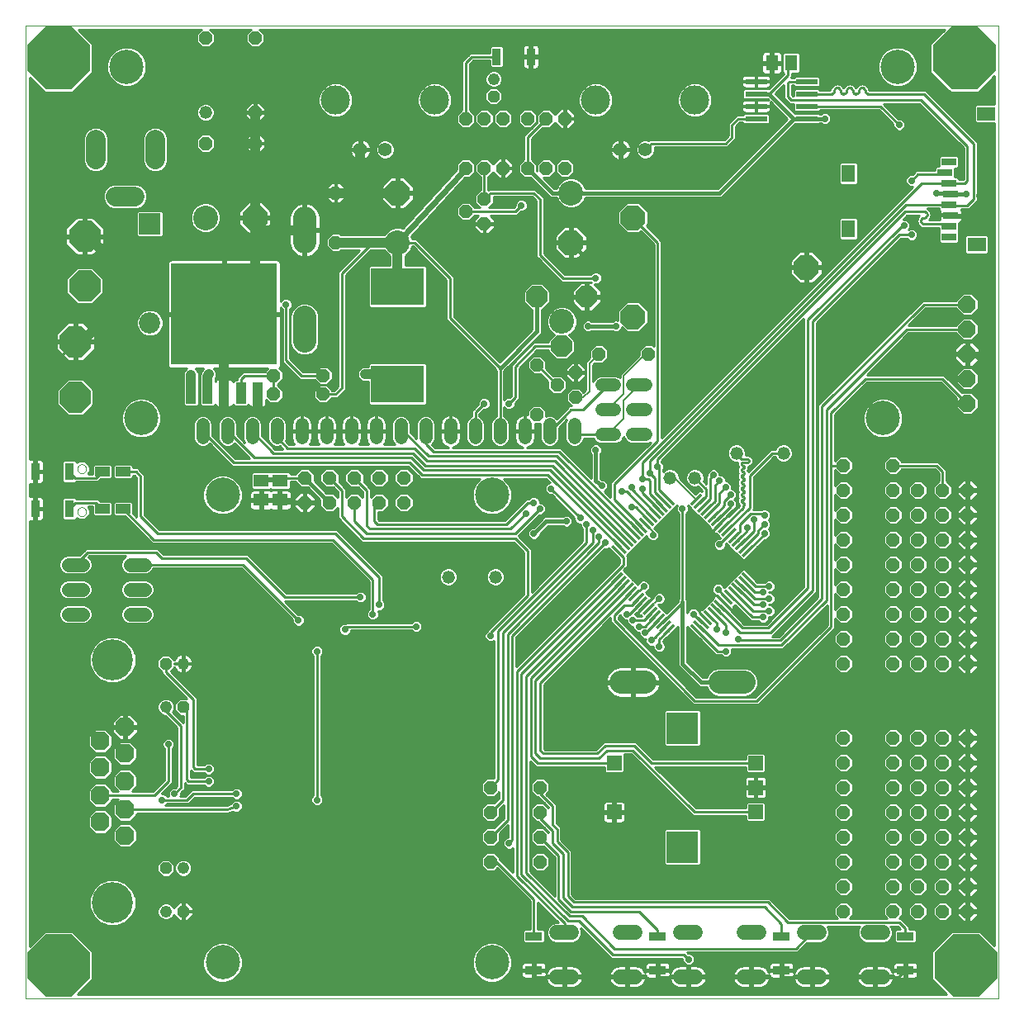
<source format=gtl>
G75*
G70*
%OFA0B0*%
%FSLAX24Y24*%
%IPPOS*%
%LPD*%
%AMOC8*
5,1,8,0,0,1.08239X$1,22.5*
%
%ADD10C,0.0000*%
%ADD11C,0.0520*%
%ADD12C,0.1384*%
%ADD13OC8,0.1250*%
%ADD14C,0.0520*%
%ADD15OC8,0.0520*%
%ADD16C,0.1000*%
%ADD17OC8,0.1000*%
%ADD18C,0.0600*%
%ADD19C,0.0787*%
%ADD20C,0.0554*%
%ADD21R,0.0700X0.0360*%
%ADD22OC8,0.0760*%
%ADD23C,0.1660*%
%ADD24OC8,0.0480*%
%ADD25C,0.0480*%
%ADD26OC8,0.0860*%
%ADD27R,0.0748X0.0551*%
%ADD28R,0.0551X0.0709*%
%ADD29R,0.0591X0.0315*%
%ADD30OC8,0.0700*%
%ADD31R,0.0360X0.0700*%
%ADD32OC8,0.1260*%
%ADD33R,0.0860X0.0860*%
%ADD34C,0.0860*%
%ADD35OC8,0.0560*%
%ADD36OC8,0.0554*%
%ADD37R,0.0591X0.0118*%
%ADD38R,0.0118X0.0591*%
%ADD39R,0.0420X0.0860*%
%ADD40R,0.4250X0.4100*%
%ADD41C,0.0945*%
%ADD42R,0.0866X0.0236*%
%ADD43R,0.2165X0.1516*%
%ADD44C,0.0560*%
%ADD45R,0.0591X0.0394*%
%ADD46R,0.0630X0.0512*%
%ADD47R,0.0512X0.0630*%
%ADD48R,0.0594X0.0594*%
%ADD49R,0.1266X0.1266*%
%ADD50C,0.0277*%
%ADD51C,0.0100*%
%ADD52C,0.0060*%
%ADD53C,0.0160*%
%ADD54C,0.0400*%
%ADD55C,0.0240*%
%ADD56C,0.0356*%
%ADD57R,0.0827X0.0827*%
%ADD58C,0.0080*%
%ADD59OC8,0.2540*%
%ADD60C,0.1181*%
%ADD61C,0.1004*%
D10*
X005081Y004038D02*
X005081Y043283D01*
X044323Y043283D01*
X044323Y004038D01*
X005081Y004038D01*
X007951Y007888D02*
X007953Y007938D01*
X007959Y007988D01*
X007969Y008037D01*
X007983Y008085D01*
X008000Y008132D01*
X008021Y008177D01*
X008046Y008221D01*
X008074Y008262D01*
X008106Y008301D01*
X008140Y008338D01*
X008177Y008372D01*
X008217Y008402D01*
X008259Y008429D01*
X008303Y008453D01*
X008349Y008474D01*
X008396Y008490D01*
X008444Y008503D01*
X008494Y008512D01*
X008543Y008517D01*
X008594Y008518D01*
X008644Y008515D01*
X008693Y008508D01*
X008742Y008497D01*
X008790Y008482D01*
X008836Y008464D01*
X008881Y008442D01*
X008924Y008416D01*
X008965Y008387D01*
X009004Y008355D01*
X009040Y008320D01*
X009072Y008282D01*
X009102Y008242D01*
X009129Y008199D01*
X009152Y008155D01*
X009171Y008109D01*
X009187Y008061D01*
X009199Y008012D01*
X009207Y007963D01*
X009211Y007913D01*
X009211Y007863D01*
X009207Y007813D01*
X009199Y007764D01*
X009187Y007715D01*
X009171Y007667D01*
X009152Y007621D01*
X009129Y007577D01*
X009102Y007534D01*
X009072Y007494D01*
X009040Y007456D01*
X009004Y007421D01*
X008965Y007389D01*
X008924Y007360D01*
X008881Y007334D01*
X008836Y007312D01*
X008790Y007294D01*
X008742Y007279D01*
X008693Y007268D01*
X008644Y007261D01*
X008594Y007258D01*
X008543Y007259D01*
X008494Y007264D01*
X008444Y007273D01*
X008396Y007286D01*
X008349Y007302D01*
X008303Y007323D01*
X008259Y007347D01*
X008217Y007374D01*
X008177Y007404D01*
X008140Y007438D01*
X008106Y007475D01*
X008074Y007514D01*
X008046Y007555D01*
X008021Y007599D01*
X008000Y007644D01*
X007983Y007691D01*
X007969Y007739D01*
X007959Y007788D01*
X007953Y007838D01*
X007951Y007888D01*
X007951Y017688D02*
X007953Y017738D01*
X007959Y017788D01*
X007969Y017837D01*
X007983Y017885D01*
X008000Y017932D01*
X008021Y017977D01*
X008046Y018021D01*
X008074Y018062D01*
X008106Y018101D01*
X008140Y018138D01*
X008177Y018172D01*
X008217Y018202D01*
X008259Y018229D01*
X008303Y018253D01*
X008349Y018274D01*
X008396Y018290D01*
X008444Y018303D01*
X008494Y018312D01*
X008543Y018317D01*
X008594Y018318D01*
X008644Y018315D01*
X008693Y018308D01*
X008742Y018297D01*
X008790Y018282D01*
X008836Y018264D01*
X008881Y018242D01*
X008924Y018216D01*
X008965Y018187D01*
X009004Y018155D01*
X009040Y018120D01*
X009072Y018082D01*
X009102Y018042D01*
X009129Y017999D01*
X009152Y017955D01*
X009171Y017909D01*
X009187Y017861D01*
X009199Y017812D01*
X009207Y017763D01*
X009211Y017713D01*
X009211Y017663D01*
X009207Y017613D01*
X009199Y017564D01*
X009187Y017515D01*
X009171Y017467D01*
X009152Y017421D01*
X009129Y017377D01*
X009102Y017334D01*
X009072Y017294D01*
X009040Y017256D01*
X009004Y017221D01*
X008965Y017189D01*
X008924Y017160D01*
X008881Y017134D01*
X008836Y017112D01*
X008790Y017094D01*
X008742Y017079D01*
X008693Y017068D01*
X008644Y017061D01*
X008594Y017058D01*
X008543Y017059D01*
X008494Y017064D01*
X008444Y017073D01*
X008396Y017086D01*
X008349Y017102D01*
X008303Y017123D01*
X008259Y017147D01*
X008217Y017174D01*
X008177Y017204D01*
X008140Y017238D01*
X008106Y017275D01*
X008074Y017314D01*
X008046Y017355D01*
X008021Y017399D01*
X008000Y017444D01*
X007983Y017491D01*
X007969Y017539D01*
X007959Y017588D01*
X007953Y017638D01*
X007951Y017688D01*
X007154Y023672D02*
X007156Y023698D01*
X007162Y023724D01*
X007172Y023749D01*
X007185Y023772D01*
X007201Y023792D01*
X007221Y023810D01*
X007243Y023825D01*
X007266Y023837D01*
X007292Y023845D01*
X007318Y023849D01*
X007344Y023849D01*
X007370Y023845D01*
X007396Y023837D01*
X007420Y023825D01*
X007441Y023810D01*
X007461Y023792D01*
X007477Y023772D01*
X007490Y023749D01*
X007500Y023724D01*
X007506Y023698D01*
X007508Y023672D01*
X007506Y023646D01*
X007500Y023620D01*
X007490Y023595D01*
X007477Y023572D01*
X007461Y023552D01*
X007441Y023534D01*
X007419Y023519D01*
X007396Y023507D01*
X007370Y023499D01*
X007344Y023495D01*
X007318Y023495D01*
X007292Y023499D01*
X007266Y023507D01*
X007242Y023519D01*
X007221Y023534D01*
X007201Y023552D01*
X007185Y023572D01*
X007172Y023595D01*
X007162Y023620D01*
X007156Y023646D01*
X007154Y023672D01*
X007154Y025404D02*
X007156Y025430D01*
X007162Y025456D01*
X007172Y025481D01*
X007185Y025504D01*
X007201Y025524D01*
X007221Y025542D01*
X007243Y025557D01*
X007266Y025569D01*
X007292Y025577D01*
X007318Y025581D01*
X007344Y025581D01*
X007370Y025577D01*
X007396Y025569D01*
X007420Y025557D01*
X007441Y025542D01*
X007461Y025524D01*
X007477Y025504D01*
X007490Y025481D01*
X007500Y025456D01*
X007506Y025430D01*
X007508Y025404D01*
X007506Y025378D01*
X007500Y025352D01*
X007490Y025327D01*
X007477Y025304D01*
X007461Y025284D01*
X007441Y025266D01*
X007419Y025251D01*
X007396Y025239D01*
X007370Y025231D01*
X007344Y025227D01*
X007318Y025227D01*
X007292Y025231D01*
X007266Y025239D01*
X007242Y025251D01*
X007221Y025266D01*
X007201Y025284D01*
X007185Y025304D01*
X007172Y025327D01*
X007162Y025352D01*
X007156Y025378D01*
X007154Y025404D01*
X017187Y040288D02*
X017189Y040327D01*
X017195Y040366D01*
X017205Y040404D01*
X017218Y040441D01*
X017235Y040476D01*
X017255Y040510D01*
X017279Y040541D01*
X017306Y040570D01*
X017335Y040596D01*
X017367Y040619D01*
X017401Y040639D01*
X017437Y040655D01*
X017474Y040667D01*
X017513Y040676D01*
X017552Y040681D01*
X017591Y040682D01*
X017630Y040679D01*
X017669Y040672D01*
X017706Y040661D01*
X017743Y040647D01*
X017778Y040629D01*
X017811Y040608D01*
X017842Y040583D01*
X017870Y040556D01*
X017895Y040526D01*
X017917Y040493D01*
X017936Y040459D01*
X017951Y040423D01*
X017963Y040385D01*
X017971Y040347D01*
X017975Y040308D01*
X017975Y040268D01*
X017971Y040229D01*
X017963Y040191D01*
X017951Y040153D01*
X017936Y040117D01*
X017917Y040083D01*
X017895Y040050D01*
X017870Y040020D01*
X017842Y039993D01*
X017811Y039968D01*
X017778Y039947D01*
X017743Y039929D01*
X017706Y039915D01*
X017669Y039904D01*
X017630Y039897D01*
X017591Y039894D01*
X017552Y039895D01*
X017513Y039900D01*
X017474Y039909D01*
X017437Y039921D01*
X017401Y039937D01*
X017367Y039957D01*
X017335Y039980D01*
X017306Y040006D01*
X017279Y040035D01*
X017255Y040066D01*
X017235Y040100D01*
X017218Y040135D01*
X017205Y040172D01*
X017195Y040210D01*
X017189Y040249D01*
X017187Y040288D01*
X021187Y040288D02*
X021189Y040327D01*
X021195Y040366D01*
X021205Y040404D01*
X021218Y040441D01*
X021235Y040476D01*
X021255Y040510D01*
X021279Y040541D01*
X021306Y040570D01*
X021335Y040596D01*
X021367Y040619D01*
X021401Y040639D01*
X021437Y040655D01*
X021474Y040667D01*
X021513Y040676D01*
X021552Y040681D01*
X021591Y040682D01*
X021630Y040679D01*
X021669Y040672D01*
X021706Y040661D01*
X021743Y040647D01*
X021778Y040629D01*
X021811Y040608D01*
X021842Y040583D01*
X021870Y040556D01*
X021895Y040526D01*
X021917Y040493D01*
X021936Y040459D01*
X021951Y040423D01*
X021963Y040385D01*
X021971Y040347D01*
X021975Y040308D01*
X021975Y040268D01*
X021971Y040229D01*
X021963Y040191D01*
X021951Y040153D01*
X021936Y040117D01*
X021917Y040083D01*
X021895Y040050D01*
X021870Y040020D01*
X021842Y039993D01*
X021811Y039968D01*
X021778Y039947D01*
X021743Y039929D01*
X021706Y039915D01*
X021669Y039904D01*
X021630Y039897D01*
X021591Y039894D01*
X021552Y039895D01*
X021513Y039900D01*
X021474Y039909D01*
X021437Y039921D01*
X021401Y039937D01*
X021367Y039957D01*
X021335Y039980D01*
X021306Y040006D01*
X021279Y040035D01*
X021255Y040066D01*
X021235Y040100D01*
X021218Y040135D01*
X021205Y040172D01*
X021195Y040210D01*
X021189Y040249D01*
X021187Y040288D01*
X027687Y040288D02*
X027689Y040327D01*
X027695Y040366D01*
X027705Y040404D01*
X027718Y040441D01*
X027735Y040476D01*
X027755Y040510D01*
X027779Y040541D01*
X027806Y040570D01*
X027835Y040596D01*
X027867Y040619D01*
X027901Y040639D01*
X027937Y040655D01*
X027974Y040667D01*
X028013Y040676D01*
X028052Y040681D01*
X028091Y040682D01*
X028130Y040679D01*
X028169Y040672D01*
X028206Y040661D01*
X028243Y040647D01*
X028278Y040629D01*
X028311Y040608D01*
X028342Y040583D01*
X028370Y040556D01*
X028395Y040526D01*
X028417Y040493D01*
X028436Y040459D01*
X028451Y040423D01*
X028463Y040385D01*
X028471Y040347D01*
X028475Y040308D01*
X028475Y040268D01*
X028471Y040229D01*
X028463Y040191D01*
X028451Y040153D01*
X028436Y040117D01*
X028417Y040083D01*
X028395Y040050D01*
X028370Y040020D01*
X028342Y039993D01*
X028311Y039968D01*
X028278Y039947D01*
X028243Y039929D01*
X028206Y039915D01*
X028169Y039904D01*
X028130Y039897D01*
X028091Y039894D01*
X028052Y039895D01*
X028013Y039900D01*
X027974Y039909D01*
X027937Y039921D01*
X027901Y039937D01*
X027867Y039957D01*
X027835Y039980D01*
X027806Y040006D01*
X027779Y040035D01*
X027755Y040066D01*
X027735Y040100D01*
X027718Y040135D01*
X027705Y040172D01*
X027695Y040210D01*
X027689Y040249D01*
X027687Y040288D01*
X031687Y040288D02*
X031689Y040327D01*
X031695Y040366D01*
X031705Y040404D01*
X031718Y040441D01*
X031735Y040476D01*
X031755Y040510D01*
X031779Y040541D01*
X031806Y040570D01*
X031835Y040596D01*
X031867Y040619D01*
X031901Y040639D01*
X031937Y040655D01*
X031974Y040667D01*
X032013Y040676D01*
X032052Y040681D01*
X032091Y040682D01*
X032130Y040679D01*
X032169Y040672D01*
X032206Y040661D01*
X032243Y040647D01*
X032278Y040629D01*
X032311Y040608D01*
X032342Y040583D01*
X032370Y040556D01*
X032395Y040526D01*
X032417Y040493D01*
X032436Y040459D01*
X032451Y040423D01*
X032463Y040385D01*
X032471Y040347D01*
X032475Y040308D01*
X032475Y040268D01*
X032471Y040229D01*
X032463Y040191D01*
X032451Y040153D01*
X032436Y040117D01*
X032417Y040083D01*
X032395Y040050D01*
X032370Y040020D01*
X032342Y039993D01*
X032311Y039968D01*
X032278Y039947D01*
X032243Y039929D01*
X032206Y039915D01*
X032169Y039904D01*
X032130Y039897D01*
X032091Y039894D01*
X032052Y039895D01*
X032013Y039900D01*
X031974Y039909D01*
X031937Y039921D01*
X031901Y039937D01*
X031867Y039957D01*
X031835Y039980D01*
X031806Y040006D01*
X031779Y040035D01*
X031755Y040066D01*
X031735Y040100D01*
X031718Y040135D01*
X031705Y040172D01*
X031695Y040210D01*
X031689Y040249D01*
X031687Y040288D01*
D11*
X030091Y028788D02*
X029571Y028788D01*
X028841Y028788D02*
X028321Y028788D01*
X028321Y027788D02*
X028841Y027788D01*
X029571Y027788D02*
X030091Y027788D01*
X030091Y026788D02*
X029571Y026788D01*
X028841Y026788D02*
X028321Y026788D01*
X027218Y026663D02*
X027218Y027183D01*
X026218Y027183D02*
X026218Y026663D01*
X025218Y026663D02*
X025218Y027183D01*
X024218Y027183D02*
X024218Y026663D01*
X023218Y026663D02*
X023218Y027183D01*
X022218Y027183D02*
X022218Y026663D01*
X021218Y026663D02*
X021218Y027183D01*
X020218Y027183D02*
X020218Y026663D01*
X019218Y026663D02*
X019218Y027183D01*
X018218Y027183D02*
X018218Y026663D01*
X017218Y026663D02*
X017218Y027183D01*
X016218Y027183D02*
X016218Y026663D01*
X015218Y026663D02*
X015218Y027183D01*
X014218Y027183D02*
X014218Y026663D01*
X013218Y026663D02*
X013218Y027183D01*
X012218Y027183D02*
X012218Y026663D01*
D12*
X013018Y024350D03*
X009737Y027444D03*
X009143Y041632D03*
X023893Y024350D03*
X039675Y027444D03*
X040268Y041632D03*
X023893Y005475D03*
X013018Y005475D03*
D13*
X007081Y028288D03*
X007081Y030538D03*
D14*
X012331Y039788D03*
X022131Y021038D03*
X024031Y021038D03*
X031081Y025038D03*
X032081Y025038D03*
X033756Y026038D03*
X035656Y026038D03*
D15*
X038081Y025538D03*
X038081Y024538D03*
X038081Y023538D03*
X038081Y022538D03*
X038081Y021538D03*
X038081Y020538D03*
X038081Y019538D03*
X038081Y018538D03*
X038081Y017538D03*
X040081Y017538D03*
X040081Y018538D03*
X040081Y019538D03*
X040081Y020538D03*
X040081Y021538D03*
X040081Y022538D03*
X040081Y023538D03*
X040081Y024538D03*
X040081Y025538D03*
X030206Y030038D03*
X028206Y030038D03*
X027268Y029288D03*
X026518Y028788D03*
X027268Y028288D03*
X025706Y027600D03*
X025706Y029600D03*
X023581Y035288D03*
X022831Y035788D03*
X023581Y036288D03*
X023581Y037538D03*
X022831Y037538D03*
X024331Y037538D03*
X025331Y037538D03*
X026081Y037538D03*
X026831Y037538D03*
X026831Y039538D03*
X026081Y039538D03*
X025331Y039538D03*
X024331Y039538D03*
X023581Y039538D03*
X022831Y039538D03*
X017581Y036538D03*
X017581Y034538D03*
X014331Y038538D03*
X014331Y039788D03*
X012331Y038538D03*
X012331Y042788D03*
X014331Y042788D03*
X015081Y029163D03*
X015081Y028413D03*
X017081Y028413D03*
X017081Y029163D03*
X023831Y012538D03*
X023831Y011538D03*
X023831Y010538D03*
X023831Y009538D03*
X025831Y009538D03*
X025831Y010538D03*
X025831Y011538D03*
X025831Y012538D03*
X038081Y012538D03*
X038081Y013538D03*
X038081Y014538D03*
X040081Y014538D03*
X040081Y013538D03*
X040081Y012538D03*
X040081Y011538D03*
X040081Y010538D03*
X040081Y009538D03*
X040081Y008538D03*
X040081Y007538D03*
X038081Y007538D03*
X038081Y008538D03*
X038081Y009538D03*
X038081Y010538D03*
X038081Y011538D03*
D16*
X020081Y034538D03*
X027081Y036538D03*
X012331Y035538D03*
D17*
X014331Y035538D03*
X020081Y036538D03*
X027081Y034538D03*
X029581Y035538D03*
X029581Y031538D03*
X036581Y033538D03*
D18*
X036501Y006678D02*
X037101Y006678D01*
X037101Y004898D02*
X036501Y004898D01*
X034661Y004898D02*
X034061Y004898D01*
X034061Y006678D02*
X034661Y006678D01*
X032101Y006678D02*
X031501Y006678D01*
X031501Y004898D02*
X032101Y004898D01*
X029661Y004898D02*
X029061Y004898D01*
X029061Y006678D02*
X029661Y006678D01*
X027101Y006678D02*
X026501Y006678D01*
X026501Y004898D02*
X027101Y004898D01*
X039061Y004898D02*
X039661Y004898D01*
X039661Y006678D02*
X039061Y006678D01*
D19*
X010301Y037894D02*
X010301Y038682D01*
X009475Y036398D02*
X008687Y036398D01*
X007900Y037894D02*
X007900Y038682D01*
D20*
X018581Y038288D03*
X019581Y038288D03*
X029081Y038288D03*
X030081Y038288D03*
D21*
X030581Y006538D03*
X030581Y005163D03*
X025581Y005163D03*
X025581Y006538D03*
X035581Y006538D03*
X035581Y005163D03*
X040581Y005163D03*
X040581Y006538D03*
D22*
X009081Y010600D03*
X009081Y011663D03*
X008081Y011163D03*
X008081Y012225D03*
X008081Y013351D03*
X008081Y014413D03*
X009081Y013913D03*
X009081Y012788D03*
X009081Y014976D03*
D23*
X008581Y017688D03*
X008581Y007888D03*
D24*
X010731Y009288D03*
X011431Y007538D03*
X011431Y015788D03*
X010731Y017538D03*
X023956Y040438D03*
D25*
X023956Y041138D03*
X011431Y017538D03*
X010731Y015788D03*
X011431Y009288D03*
X010731Y007538D03*
D26*
X026706Y030350D03*
X027706Y032350D03*
X025706Y032350D03*
D27*
X043454Y034459D03*
X043847Y039735D03*
D28*
X038276Y037333D03*
X038276Y035089D03*
D29*
X042174Y037369D03*
X042331Y037802D03*
X042331Y036936D03*
X042410Y036503D03*
X042331Y036069D03*
X042410Y035636D03*
X042331Y035203D03*
X042331Y034770D03*
D30*
X043081Y032038D03*
X043081Y031038D03*
X043081Y030038D03*
X043081Y029038D03*
X043081Y028038D03*
D31*
X025456Y042038D03*
X024081Y042038D03*
X006831Y025288D03*
X006831Y023788D03*
X005456Y023788D03*
X005456Y025288D03*
D32*
X007456Y032788D03*
X007456Y034788D03*
D33*
X010081Y035288D03*
D34*
X010081Y031288D03*
D35*
X016331Y025038D03*
X017331Y025038D03*
X018331Y025038D03*
X019331Y025038D03*
X020331Y025038D03*
X020331Y024038D03*
X019331Y024038D03*
X018331Y024038D03*
X017331Y024038D03*
X016331Y024038D03*
X042081Y017538D03*
X043081Y017538D03*
X043081Y007538D03*
X042081Y007538D03*
D36*
X042081Y008538D03*
X043081Y008538D03*
X043081Y009538D03*
X043081Y010538D03*
X043081Y011538D03*
X043081Y012538D03*
X043081Y013538D03*
X043081Y014538D03*
X042081Y014538D03*
X042081Y013538D03*
X042081Y012538D03*
X042081Y011538D03*
X042081Y010538D03*
X042081Y009538D03*
X041081Y009538D03*
X041081Y010538D03*
X041081Y011538D03*
X041081Y012538D03*
X041081Y013538D03*
X041081Y014538D03*
X041081Y017538D03*
X041081Y018538D03*
X042081Y018538D03*
X043081Y018538D03*
X043081Y019538D03*
X043081Y020538D03*
X043081Y021538D03*
X043081Y022538D03*
X043081Y023538D03*
X043081Y024538D03*
X042081Y024538D03*
X042081Y023538D03*
X042081Y022538D03*
X042081Y021538D03*
X042081Y020538D03*
X042081Y019538D03*
X041081Y019538D03*
X041081Y020538D03*
X041081Y021538D03*
X041081Y022538D03*
X041081Y023538D03*
X041081Y024538D03*
X041081Y008538D03*
X041081Y007538D03*
D37*
G36*
X031288Y019073D02*
X030872Y018657D01*
X030788Y018741D01*
X031204Y019157D01*
X031288Y019073D01*
G37*
G36*
X031149Y019212D02*
X030733Y018796D01*
X030649Y018880D01*
X031065Y019296D01*
X031149Y019212D01*
G37*
G36*
X031010Y019352D02*
X030594Y018936D01*
X030510Y019020D01*
X030926Y019436D01*
X031010Y019352D01*
G37*
G36*
X030871Y019491D02*
X030455Y019075D01*
X030371Y019159D01*
X030787Y019575D01*
X030871Y019491D01*
G37*
G36*
X030731Y019630D02*
X030315Y019214D01*
X030231Y019298D01*
X030647Y019714D01*
X030731Y019630D01*
G37*
G36*
X030592Y019769D02*
X030176Y019353D01*
X030092Y019437D01*
X030508Y019853D01*
X030592Y019769D01*
G37*
G36*
X030453Y019908D02*
X030037Y019492D01*
X029953Y019576D01*
X030369Y019992D01*
X030453Y019908D01*
G37*
G36*
X030314Y020048D02*
X029898Y019632D01*
X029814Y019716D01*
X030230Y020132D01*
X030314Y020048D01*
G37*
G36*
X030175Y020187D02*
X029759Y019771D01*
X029675Y019855D01*
X030091Y020271D01*
X030175Y020187D01*
G37*
G36*
X030035Y020326D02*
X029619Y019910D01*
X029535Y019994D01*
X029951Y020410D01*
X030035Y020326D01*
G37*
G36*
X029896Y020465D02*
X029480Y020049D01*
X029396Y020133D01*
X029812Y020549D01*
X029896Y020465D01*
G37*
G36*
X029757Y020604D02*
X029341Y020188D01*
X029257Y020272D01*
X029673Y020688D01*
X029757Y020604D01*
G37*
G36*
X029618Y020744D02*
X029202Y020328D01*
X029118Y020412D01*
X029534Y020828D01*
X029618Y020744D01*
G37*
G36*
X029479Y020883D02*
X029063Y020467D01*
X028979Y020551D01*
X029395Y020967D01*
X029479Y020883D01*
G37*
G36*
X029339Y021022D02*
X028923Y020606D01*
X028839Y020690D01*
X029255Y021106D01*
X029339Y021022D01*
G37*
G36*
X029200Y021161D02*
X028784Y020745D01*
X028700Y020829D01*
X029116Y021245D01*
X029200Y021161D01*
G37*
G36*
X032374Y024335D02*
X031958Y023919D01*
X031874Y024003D01*
X032290Y024419D01*
X032374Y024335D01*
G37*
G36*
X032513Y024196D02*
X032097Y023780D01*
X032013Y023864D01*
X032429Y024280D01*
X032513Y024196D01*
G37*
G36*
X032652Y024056D02*
X032236Y023640D01*
X032152Y023724D01*
X032568Y024140D01*
X032652Y024056D01*
G37*
G36*
X032791Y023917D02*
X032375Y023501D01*
X032291Y023585D01*
X032707Y024001D01*
X032791Y023917D01*
G37*
G36*
X032931Y023778D02*
X032515Y023362D01*
X032431Y023446D01*
X032847Y023862D01*
X032931Y023778D01*
G37*
G36*
X033070Y023639D02*
X032654Y023223D01*
X032570Y023307D01*
X032986Y023723D01*
X033070Y023639D01*
G37*
G36*
X033209Y023500D02*
X032793Y023084D01*
X032709Y023168D01*
X033125Y023584D01*
X033209Y023500D01*
G37*
G36*
X033348Y023360D02*
X032932Y022944D01*
X032848Y023028D01*
X033264Y023444D01*
X033348Y023360D01*
G37*
G36*
X033487Y023221D02*
X033071Y022805D01*
X032987Y022889D01*
X033403Y023305D01*
X033487Y023221D01*
G37*
G36*
X033627Y023082D02*
X033211Y022666D01*
X033127Y022750D01*
X033543Y023166D01*
X033627Y023082D01*
G37*
G36*
X033766Y022943D02*
X033350Y022527D01*
X033266Y022611D01*
X033682Y023027D01*
X033766Y022943D01*
G37*
G36*
X033905Y022804D02*
X033489Y022388D01*
X033405Y022472D01*
X033821Y022888D01*
X033905Y022804D01*
G37*
G36*
X034044Y022664D02*
X033628Y022248D01*
X033544Y022332D01*
X033960Y022748D01*
X034044Y022664D01*
G37*
G36*
X034183Y022525D02*
X033767Y022109D01*
X033683Y022193D01*
X034099Y022609D01*
X034183Y022525D01*
G37*
G36*
X034323Y022386D02*
X033907Y021970D01*
X033823Y022054D01*
X034239Y022470D01*
X034323Y022386D01*
G37*
G36*
X034462Y022247D02*
X034046Y021831D01*
X033962Y021915D01*
X034378Y022331D01*
X034462Y022247D01*
G37*
D38*
G36*
X034462Y020829D02*
X034378Y020745D01*
X033962Y021161D01*
X034046Y021245D01*
X034462Y020829D01*
G37*
G36*
X034323Y020690D02*
X034239Y020606D01*
X033823Y021022D01*
X033907Y021106D01*
X034323Y020690D01*
G37*
G36*
X034183Y020551D02*
X034099Y020467D01*
X033683Y020883D01*
X033767Y020967D01*
X034183Y020551D01*
G37*
G36*
X034044Y020412D02*
X033960Y020328D01*
X033544Y020744D01*
X033628Y020828D01*
X034044Y020412D01*
G37*
G36*
X033905Y020272D02*
X033821Y020188D01*
X033405Y020604D01*
X033489Y020688D01*
X033905Y020272D01*
G37*
G36*
X033766Y020133D02*
X033682Y020049D01*
X033266Y020465D01*
X033350Y020549D01*
X033766Y020133D01*
G37*
G36*
X033627Y019994D02*
X033543Y019910D01*
X033127Y020326D01*
X033211Y020410D01*
X033627Y019994D01*
G37*
G36*
X033487Y019855D02*
X033403Y019771D01*
X032987Y020187D01*
X033071Y020271D01*
X033487Y019855D01*
G37*
G36*
X033348Y019716D02*
X033264Y019632D01*
X032848Y020048D01*
X032932Y020132D01*
X033348Y019716D01*
G37*
G36*
X033209Y019576D02*
X033125Y019492D01*
X032709Y019908D01*
X032793Y019992D01*
X033209Y019576D01*
G37*
G36*
X033070Y019437D02*
X032986Y019353D01*
X032570Y019769D01*
X032654Y019853D01*
X033070Y019437D01*
G37*
G36*
X032931Y019298D02*
X032847Y019214D01*
X032431Y019630D01*
X032515Y019714D01*
X032931Y019298D01*
G37*
G36*
X032791Y019159D02*
X032707Y019075D01*
X032291Y019491D01*
X032375Y019575D01*
X032791Y019159D01*
G37*
G36*
X032652Y019020D02*
X032568Y018936D01*
X032152Y019352D01*
X032236Y019436D01*
X032652Y019020D01*
G37*
G36*
X032513Y018880D02*
X032429Y018796D01*
X032013Y019212D01*
X032097Y019296D01*
X032513Y018880D01*
G37*
G36*
X032374Y018741D02*
X032290Y018657D01*
X031874Y019073D01*
X031958Y019157D01*
X032374Y018741D01*
G37*
G36*
X029200Y021915D02*
X029116Y021831D01*
X028700Y022247D01*
X028784Y022331D01*
X029200Y021915D01*
G37*
G36*
X029339Y022054D02*
X029255Y021970D01*
X028839Y022386D01*
X028923Y022470D01*
X029339Y022054D01*
G37*
G36*
X029479Y022193D02*
X029395Y022109D01*
X028979Y022525D01*
X029063Y022609D01*
X029479Y022193D01*
G37*
G36*
X029618Y022332D02*
X029534Y022248D01*
X029118Y022664D01*
X029202Y022748D01*
X029618Y022332D01*
G37*
G36*
X029757Y022472D02*
X029673Y022388D01*
X029257Y022804D01*
X029341Y022888D01*
X029757Y022472D01*
G37*
G36*
X029896Y022611D02*
X029812Y022527D01*
X029396Y022943D01*
X029480Y023027D01*
X029896Y022611D01*
G37*
G36*
X030035Y022750D02*
X029951Y022666D01*
X029535Y023082D01*
X029619Y023166D01*
X030035Y022750D01*
G37*
G36*
X030175Y022889D02*
X030091Y022805D01*
X029675Y023221D01*
X029759Y023305D01*
X030175Y022889D01*
G37*
G36*
X030314Y023028D02*
X030230Y022944D01*
X029814Y023360D01*
X029898Y023444D01*
X030314Y023028D01*
G37*
G36*
X030453Y023168D02*
X030369Y023084D01*
X029953Y023500D01*
X030037Y023584D01*
X030453Y023168D01*
G37*
G36*
X030592Y023307D02*
X030508Y023223D01*
X030092Y023639D01*
X030176Y023723D01*
X030592Y023307D01*
G37*
G36*
X030731Y023446D02*
X030647Y023362D01*
X030231Y023778D01*
X030315Y023862D01*
X030731Y023446D01*
G37*
G36*
X030871Y023585D02*
X030787Y023501D01*
X030371Y023917D01*
X030455Y024001D01*
X030871Y023585D01*
G37*
G36*
X031010Y023724D02*
X030926Y023640D01*
X030510Y024056D01*
X030594Y024140D01*
X031010Y023724D01*
G37*
G36*
X031149Y023864D02*
X031065Y023780D01*
X030649Y024196D01*
X030733Y024280D01*
X031149Y023864D01*
G37*
G36*
X031288Y024003D02*
X031204Y023919D01*
X030788Y024335D01*
X030872Y024419D01*
X031288Y024003D01*
G37*
D39*
X014421Y028460D03*
X013751Y028460D03*
X013081Y028460D03*
X012411Y028460D03*
X011741Y028460D03*
D40*
X013081Y031643D03*
D41*
X016331Y031510D02*
X016331Y030565D01*
X016331Y034565D02*
X016331Y035510D01*
X029108Y016788D02*
X030053Y016788D01*
X033108Y016788D02*
X034053Y016788D01*
D42*
X034557Y039538D03*
X034557Y040038D03*
X034557Y040538D03*
X034557Y041038D03*
X036605Y041038D03*
X036605Y040538D03*
X036605Y040038D03*
X036605Y039538D03*
D43*
X020081Y032747D03*
X020081Y028829D03*
D44*
X009861Y021538D02*
X009301Y021538D01*
X009301Y020538D02*
X009861Y020538D01*
X009861Y019538D02*
X009301Y019538D01*
X007361Y019538D02*
X006801Y019538D01*
X006801Y020538D02*
X007361Y020538D01*
X007361Y021538D02*
X006801Y021538D01*
D45*
X008167Y023788D03*
X008995Y023788D03*
X008995Y025288D03*
X008167Y025288D03*
D46*
X014581Y024932D03*
X015331Y024932D03*
X015331Y024144D03*
X014581Y024144D03*
D47*
X035187Y041788D03*
X035975Y041788D03*
D48*
X034534Y013522D03*
X034534Y012538D03*
X034534Y011554D03*
X028825Y011554D03*
X028825Y013522D03*
D49*
X031581Y014940D03*
X031581Y010136D03*
D50*
X031831Y005600D03*
X024581Y010288D03*
X030643Y018225D03*
X030331Y018475D03*
X030081Y018788D03*
X029831Y019038D03*
X029581Y019288D03*
X029331Y019538D03*
X030018Y020663D03*
X030643Y020163D03*
X031331Y021288D03*
X031831Y021788D03*
X033081Y022350D03*
X034206Y023038D03*
X034456Y023350D03*
X034893Y023163D03*
X034893Y023538D03*
X034893Y022788D03*
X033518Y023975D03*
X033518Y024350D03*
X033331Y024663D03*
X033081Y024913D03*
X032831Y025163D03*
X031581Y023788D03*
X030393Y022725D03*
X029518Y023850D03*
X029143Y024475D03*
X029518Y024663D03*
X029956Y024600D03*
X029956Y024975D03*
X030268Y025225D03*
X030581Y025475D03*
X028331Y024725D03*
X027456Y023413D03*
X027706Y023163D03*
X027956Y022913D03*
X028206Y022663D03*
X028456Y022413D03*
X026893Y023288D03*
X026268Y024600D03*
X025581Y024038D03*
X025831Y023788D03*
X025268Y023600D03*
X025581Y022788D03*
X024581Y022038D03*
X026831Y020288D03*
X023831Y018663D03*
X020831Y019038D03*
X019331Y019913D03*
X019081Y019538D03*
X018581Y020225D03*
X017956Y018913D03*
X016831Y018038D03*
X016081Y019288D03*
X010831Y014288D03*
X012456Y013288D03*
X012456Y012788D03*
X013581Y012288D03*
X013581Y011788D03*
X011081Y012288D03*
X010581Y012038D03*
X016831Y012038D03*
X008456Y022788D03*
X006081Y022788D03*
X006081Y026288D03*
X008456Y026288D03*
X011706Y029225D03*
X012456Y029225D03*
X015581Y032038D03*
X018768Y029225D03*
X023581Y028038D03*
X024581Y028038D03*
X025218Y027663D03*
X028081Y026163D03*
X027768Y031163D03*
X028893Y031163D03*
X028081Y033100D03*
X025081Y036038D03*
X037331Y039538D03*
X040331Y039288D03*
X040831Y037038D03*
X041831Y036538D03*
X041831Y035663D03*
X040831Y034850D03*
X040518Y035225D03*
X043018Y036475D03*
X043581Y036413D03*
X043206Y035600D03*
X035081Y020663D03*
X034831Y020413D03*
X035081Y020163D03*
X034831Y019913D03*
X035081Y019663D03*
X034831Y019413D03*
X033831Y018538D03*
X033331Y018788D03*
X032956Y018913D03*
X033331Y018038D03*
X032018Y019538D03*
X032456Y020100D03*
X033018Y020538D03*
X034831Y017538D03*
D51*
X034481Y017184D02*
X034481Y018128D01*
X034581Y018128D02*
X034581Y017037D01*
X034580Y017038D02*
X035355Y017038D01*
X035381Y017064D02*
X035381Y018128D01*
X035481Y018128D02*
X035481Y017164D01*
X035455Y017138D02*
X034527Y017138D01*
X034547Y017118D02*
X034383Y017282D01*
X034169Y017370D01*
X032993Y017370D01*
X032779Y017282D01*
X032615Y017118D01*
X032557Y016978D01*
X032410Y016978D01*
X031771Y017617D01*
X031771Y019021D01*
X032245Y018547D01*
X032258Y018547D01*
X032833Y017972D01*
X032927Y017878D01*
X033139Y017878D01*
X033190Y017827D01*
X033281Y017789D01*
X033281Y017370D01*
X033381Y017370D02*
X033381Y017789D01*
X033380Y017789D02*
X033472Y017827D01*
X033542Y017897D01*
X033580Y017989D01*
X033580Y018087D01*
X033563Y018128D01*
X035647Y018128D01*
X037421Y019902D01*
X037421Y019104D01*
X034515Y016198D01*
X032147Y016198D01*
X028991Y019354D01*
X028991Y019409D01*
X029082Y019500D01*
X029082Y019489D01*
X029120Y019397D01*
X029190Y019327D01*
X029281Y019289D01*
X029281Y019064D01*
X029307Y019038D02*
X029582Y019038D01*
X029582Y019039D02*
X029582Y018989D01*
X029620Y018897D01*
X029690Y018827D01*
X029781Y018789D01*
X029781Y018564D01*
X029807Y018538D02*
X030088Y018538D01*
X030088Y018539D02*
X030082Y018525D01*
X030082Y018426D01*
X030120Y018335D01*
X030190Y018265D01*
X030281Y018227D01*
X030281Y018064D01*
X030307Y018038D02*
X030479Y018038D01*
X030481Y018036D02*
X030481Y017864D01*
X030507Y017838D02*
X031391Y017838D01*
X031391Y017938D02*
X030407Y017938D01*
X030381Y017964D02*
X030381Y018227D01*
X030380Y018227D02*
X030395Y018233D01*
X030395Y018176D01*
X030433Y018085D01*
X030503Y018015D01*
X030594Y017977D01*
X030693Y017977D01*
X030784Y018015D01*
X030854Y018085D01*
X030892Y018176D01*
X030892Y018275D01*
X030854Y018366D01*
X030803Y018417D01*
X030803Y018446D01*
X030904Y018547D01*
X030917Y018547D01*
X031391Y019021D01*
X031391Y017459D01*
X031502Y017348D01*
X032252Y016598D01*
X032557Y016598D01*
X032615Y016458D01*
X032779Y016294D01*
X032993Y016205D01*
X034169Y016205D01*
X034383Y016294D01*
X034547Y016458D01*
X034636Y016672D01*
X034636Y016904D01*
X034547Y017118D01*
X034427Y017238D02*
X035555Y017238D01*
X035581Y017264D02*
X035581Y018128D01*
X035657Y018138D02*
X036455Y018138D01*
X036481Y018164D02*
X036481Y018962D01*
X036457Y018938D02*
X037255Y018938D01*
X037281Y018964D02*
X037281Y019762D01*
X037257Y019738D02*
X037421Y019738D01*
X037421Y019838D02*
X037357Y019838D01*
X037381Y019862D02*
X037381Y019064D01*
X037355Y019038D02*
X036557Y019038D01*
X036581Y019062D02*
X036581Y018264D01*
X036555Y018238D02*
X035757Y018238D01*
X035781Y018262D02*
X035781Y017464D01*
X035755Y017438D02*
X031950Y017438D01*
X031981Y017407D02*
X031981Y018811D01*
X031954Y018838D02*
X031771Y018838D01*
X031771Y018938D02*
X031854Y018938D01*
X031881Y018911D02*
X031881Y017507D01*
X031850Y017538D02*
X035855Y017538D01*
X035881Y017564D02*
X035881Y018362D01*
X035857Y018338D02*
X036655Y018338D01*
X036681Y018364D02*
X036681Y019162D01*
X036657Y019138D02*
X037421Y019138D01*
X037421Y019238D02*
X036757Y019238D01*
X036781Y019262D02*
X036781Y018464D01*
X036755Y018438D02*
X035957Y018438D01*
X035981Y018462D02*
X035981Y017664D01*
X035955Y017638D02*
X031771Y017638D01*
X031781Y017607D02*
X031781Y019011D01*
X031771Y018738D02*
X032054Y018738D01*
X032081Y018711D02*
X032081Y017307D01*
X032050Y017338D02*
X032914Y017338D01*
X032881Y017324D02*
X032881Y017924D01*
X032867Y017938D02*
X031771Y017938D01*
X031771Y018038D02*
X032767Y018038D01*
X032781Y018024D02*
X032781Y017283D01*
X032735Y017238D02*
X032150Y017238D01*
X032181Y017207D02*
X032181Y018611D01*
X032154Y018638D02*
X031771Y018638D01*
X031771Y018538D02*
X032267Y018538D01*
X032281Y018524D02*
X032281Y017107D01*
X032250Y017138D02*
X032635Y017138D01*
X032681Y017184D02*
X032681Y018124D01*
X032667Y018138D02*
X031771Y018138D01*
X031771Y018238D02*
X032567Y018238D01*
X032581Y018224D02*
X032581Y017037D01*
X032582Y017038D02*
X032350Y017038D01*
X032381Y017007D02*
X032381Y018424D01*
X032367Y018438D02*
X031771Y018438D01*
X031771Y018338D02*
X032467Y018338D01*
X032481Y018324D02*
X032481Y016978D01*
X032481Y016598D02*
X032481Y016198D01*
X032581Y016198D02*
X032581Y016539D01*
X032582Y016538D02*
X031807Y016538D01*
X031781Y016564D02*
X031781Y017069D01*
X031812Y017038D02*
X031307Y017038D01*
X031281Y017064D02*
X031281Y018911D01*
X031308Y018938D02*
X031391Y018938D01*
X031381Y019011D02*
X031381Y016964D01*
X031407Y016938D02*
X031912Y016938D01*
X031881Y016969D02*
X031881Y016464D01*
X031907Y016438D02*
X032635Y016438D01*
X032681Y016392D02*
X032681Y016198D01*
X032781Y016198D02*
X032781Y016293D01*
X032735Y016338D02*
X032007Y016338D01*
X031981Y016364D02*
X031981Y016869D01*
X032012Y016838D02*
X031507Y016838D01*
X031481Y016864D02*
X031481Y017369D01*
X031512Y017338D02*
X031007Y017338D01*
X030981Y017364D02*
X030981Y018611D01*
X031008Y018638D02*
X031391Y018638D01*
X031391Y018738D02*
X031108Y018738D01*
X031081Y018711D02*
X031081Y017264D01*
X031107Y017238D02*
X031612Y017238D01*
X031581Y017269D02*
X031581Y016764D01*
X031607Y016738D02*
X032112Y016738D01*
X032081Y016769D02*
X032081Y016264D01*
X032107Y016238D02*
X032914Y016238D01*
X032881Y016252D02*
X032881Y016198D01*
X032981Y016198D02*
X032981Y016210D01*
X033081Y016198D02*
X033081Y016205D01*
X033181Y016198D02*
X033181Y016205D01*
X033281Y016198D02*
X033281Y016205D01*
X033381Y016198D02*
X033381Y016205D01*
X033481Y016198D02*
X033481Y016205D01*
X033581Y016198D02*
X033581Y016205D01*
X033681Y016198D02*
X033681Y016205D01*
X033781Y016198D02*
X033781Y016205D01*
X033881Y016198D02*
X033881Y016205D01*
X033981Y016198D02*
X033981Y016205D01*
X034081Y016198D02*
X034081Y016205D01*
X034181Y016198D02*
X034181Y016210D01*
X034248Y016238D02*
X034555Y016238D01*
X034581Y016264D02*
X034581Y016539D01*
X034580Y016538D02*
X034855Y016538D01*
X034881Y016564D02*
X034881Y018128D01*
X034981Y018128D02*
X034981Y016664D01*
X034955Y016638D02*
X034622Y016638D01*
X034636Y016738D02*
X035055Y016738D01*
X035081Y016764D02*
X035081Y018128D01*
X035181Y018128D02*
X035181Y016864D01*
X035155Y016838D02*
X034636Y016838D01*
X034622Y016938D02*
X035255Y016938D01*
X035281Y016964D02*
X035281Y018128D01*
X035581Y018288D02*
X037393Y020100D01*
X037393Y027788D01*
X040643Y031038D01*
X043081Y031038D01*
X043541Y031038D02*
X044173Y031038D01*
X044173Y031138D02*
X043541Y031138D01*
X043541Y031229D02*
X043272Y031498D01*
X042890Y031498D01*
X042621Y031229D01*
X042621Y031198D01*
X040717Y031198D01*
X041397Y031878D01*
X042621Y031878D01*
X042621Y031847D01*
X042890Y031578D01*
X043272Y031578D01*
X043541Y031847D01*
X043541Y032229D01*
X043272Y032498D01*
X042890Y032498D01*
X042621Y032229D01*
X042621Y032198D01*
X041265Y032198D01*
X037046Y027979D01*
X037046Y020229D01*
X035452Y018635D01*
X035217Y018635D01*
X036897Y020315D01*
X036991Y020409D01*
X036991Y031284D01*
X040397Y034690D01*
X040639Y034690D01*
X040690Y034640D01*
X040781Y034602D01*
X040781Y031714D01*
X040805Y031738D02*
X037445Y031738D01*
X037481Y031774D02*
X037481Y028414D01*
X037505Y028438D02*
X036991Y028438D01*
X036991Y028538D02*
X037605Y028538D01*
X037581Y028514D02*
X037581Y031874D01*
X037545Y031838D02*
X040905Y031838D01*
X040881Y031814D02*
X040881Y034602D01*
X040880Y034602D02*
X040972Y034640D01*
X041042Y034710D01*
X041080Y034801D01*
X041080Y034900D01*
X041042Y034991D01*
X040972Y035061D01*
X040880Y035099D01*
X040781Y035099D01*
X040781Y035628D01*
X040881Y035628D02*
X040881Y035099D01*
X040781Y035099D02*
X040717Y035073D01*
X040729Y035085D01*
X040767Y035176D01*
X040767Y035275D01*
X040729Y035366D01*
X040659Y035436D01*
X040568Y035474D01*
X040493Y035474D01*
X040647Y035628D01*
X041142Y035628D01*
X041089Y035589D01*
X041089Y035589D01*
X041031Y035413D01*
X041089Y035237D01*
X041238Y035128D01*
X041926Y035128D01*
X041926Y035000D01*
X041940Y034987D01*
X041926Y034973D01*
X041926Y034567D01*
X041991Y034503D01*
X042672Y034503D01*
X042737Y034567D01*
X042737Y034973D01*
X042723Y034987D01*
X042737Y035000D01*
X042737Y035332D01*
X042763Y035339D01*
X042798Y035359D01*
X042826Y035387D01*
X042845Y035421D01*
X042855Y035459D01*
X042855Y035608D01*
X042439Y035608D01*
X042439Y035665D01*
X042855Y035665D01*
X042855Y035814D01*
X042845Y035852D01*
X042830Y035878D01*
X043147Y035878D01*
X043397Y036128D01*
X043491Y036222D01*
X043491Y038604D01*
X041491Y040604D01*
X041397Y040698D01*
X039116Y040698D01*
X039116Y040756D01*
X039007Y040905D01*
X038831Y040963D01*
X038655Y040905D01*
X038581Y040804D01*
X038581Y043133D01*
X038681Y043133D02*
X038681Y040914D01*
X038655Y040905D02*
X038655Y040905D01*
X038606Y040838D02*
X038556Y040838D01*
X038581Y040804D02*
X038507Y040905D01*
X038331Y040963D01*
X038155Y040905D01*
X038081Y040804D01*
X038081Y043133D01*
X038181Y043133D02*
X038181Y040914D01*
X038155Y040905D02*
X038155Y040905D01*
X038106Y040838D02*
X038056Y040838D01*
X038081Y040804D02*
X038007Y040905D01*
X037831Y040963D01*
X037831Y040963D01*
X037655Y040905D01*
X037546Y040756D01*
X037546Y040698D01*
X037148Y040698D01*
X037148Y040702D01*
X037083Y040766D01*
X036126Y040766D01*
X036062Y040702D01*
X036062Y040448D01*
X036022Y040448D01*
X035991Y040479D01*
X035991Y040878D01*
X036062Y040878D01*
X036062Y040874D01*
X036126Y040810D01*
X037083Y040810D01*
X037148Y040874D01*
X037148Y041202D01*
X037083Y041266D01*
X036126Y041266D01*
X036062Y041202D01*
X036062Y041198D01*
X035967Y041198D01*
X035991Y041222D01*
X035991Y041363D01*
X036276Y041363D01*
X036341Y041427D01*
X036341Y042149D01*
X036276Y042213D01*
X035673Y042213D01*
X035609Y042149D01*
X035609Y041427D01*
X035671Y041365D01*
X035671Y041354D01*
X035059Y040743D01*
X035036Y040766D01*
X034079Y040766D01*
X034014Y040702D01*
X034014Y040374D01*
X034079Y040310D01*
X035036Y040310D01*
X035038Y040312D01*
X035063Y040288D01*
X035048Y040296D01*
X035010Y040306D01*
X034566Y040306D01*
X034566Y040047D01*
X034548Y040047D01*
X034548Y040029D01*
X033974Y040029D01*
X033974Y039900D01*
X033985Y039862D01*
X034004Y039828D01*
X034032Y039800D01*
X034066Y039780D01*
X034105Y039770D01*
X034548Y039770D01*
X034548Y040029D01*
X034566Y040029D01*
X034566Y039770D01*
X035010Y039770D01*
X035048Y039780D01*
X035083Y039800D01*
X035110Y039828D01*
X035130Y039862D01*
X035140Y039900D01*
X035140Y040029D01*
X034566Y040029D01*
X034566Y040047D01*
X035140Y040047D01*
X035140Y040176D01*
X035130Y040214D01*
X035122Y040228D01*
X035812Y039538D01*
X035100Y039538D01*
X035100Y039638D02*
X035712Y039638D01*
X035681Y039669D02*
X035681Y039407D01*
X035712Y039438D02*
X035100Y039438D01*
X035100Y039374D02*
X035100Y039702D01*
X035036Y039766D01*
X034079Y039766D01*
X034014Y039702D01*
X034014Y039698D01*
X033765Y039698D01*
X033671Y039604D01*
X033421Y039354D01*
X033421Y038854D01*
X033265Y038698D01*
X030265Y038698D01*
X030217Y038651D01*
X030158Y038675D01*
X030004Y038675D01*
X029862Y038616D01*
X029753Y038507D01*
X029694Y038365D01*
X029694Y038211D01*
X029753Y038069D01*
X029862Y037960D01*
X030004Y037901D01*
X030158Y037901D01*
X030300Y037960D01*
X030409Y038069D01*
X030468Y038211D01*
X030468Y038365D01*
X030463Y038378D01*
X033397Y038378D01*
X033647Y038628D01*
X033741Y038722D01*
X033741Y039222D01*
X033897Y039378D01*
X034014Y039378D01*
X034014Y039374D01*
X034079Y039310D01*
X035036Y039310D01*
X035100Y039374D01*
X035081Y039355D02*
X035081Y038807D01*
X035112Y038838D02*
X033741Y038838D01*
X033741Y038938D02*
X035212Y038938D01*
X035181Y038907D02*
X035181Y040169D01*
X035212Y040138D02*
X035140Y040138D01*
X035081Y040047D02*
X035081Y040029D01*
X034981Y040029D02*
X034981Y040047D01*
X034881Y040047D02*
X034881Y040029D01*
X034781Y040029D02*
X034781Y040047D01*
X034681Y040047D02*
X034681Y040029D01*
X034581Y040029D02*
X034581Y040047D01*
X034566Y040038D02*
X035312Y040038D01*
X035281Y040069D02*
X035281Y039007D01*
X035312Y039038D02*
X033741Y039038D01*
X033741Y039138D02*
X035412Y039138D01*
X035381Y039107D02*
X035381Y039969D01*
X035412Y039938D02*
X035140Y039938D01*
X035116Y039838D02*
X035512Y039838D01*
X035481Y039869D02*
X035481Y039207D01*
X035512Y039238D02*
X033757Y039238D01*
X033781Y039262D02*
X033781Y037507D01*
X033812Y037538D02*
X027201Y037538D01*
X027201Y037638D02*
X033912Y037638D01*
X033881Y037607D02*
X033881Y039362D01*
X033857Y039338D02*
X034051Y039338D01*
X034081Y039310D02*
X034081Y037807D01*
X034112Y037838D02*
X027054Y037838D01*
X027081Y037811D02*
X027081Y039208D01*
X027111Y039238D02*
X033421Y039238D01*
X033421Y039338D02*
X027211Y039338D01*
X027181Y039308D02*
X027181Y037711D01*
X027201Y037691D02*
X026984Y037908D01*
X026678Y037908D01*
X026461Y037691D01*
X026461Y037385D01*
X026678Y037168D01*
X026984Y037168D01*
X027201Y037385D01*
X027201Y037691D01*
X027154Y037738D02*
X034012Y037738D01*
X033981Y037707D02*
X033981Y039378D01*
X034181Y039310D02*
X034181Y037907D01*
X034212Y037938D02*
X030248Y037938D01*
X030281Y037952D02*
X030281Y036728D01*
X030381Y036728D02*
X030381Y038040D01*
X030379Y038038D02*
X034312Y038038D01*
X034281Y038007D02*
X034281Y039310D01*
X034381Y039310D02*
X034381Y038107D01*
X034412Y038138D02*
X030438Y038138D01*
X030468Y038238D02*
X034512Y038238D01*
X034481Y038207D02*
X034481Y039310D01*
X034581Y039310D02*
X034581Y038307D01*
X034612Y038338D02*
X030468Y038338D01*
X030481Y038378D02*
X030481Y036728D01*
X030581Y036728D02*
X030581Y038378D01*
X030681Y038378D02*
X030681Y036728D01*
X030781Y036728D02*
X030781Y038378D01*
X030881Y038378D02*
X030881Y036728D01*
X030981Y036728D02*
X030981Y038378D01*
X031081Y038378D02*
X031081Y036728D01*
X031181Y036728D02*
X031181Y038378D01*
X031281Y038378D02*
X031281Y036728D01*
X031381Y036728D02*
X031381Y038378D01*
X031481Y038378D02*
X031481Y036728D01*
X031581Y036728D02*
X031581Y038378D01*
X031681Y038378D02*
X031681Y036728D01*
X031781Y036728D02*
X031781Y038378D01*
X031881Y038378D02*
X031881Y036728D01*
X031981Y036728D02*
X031981Y038378D01*
X032081Y038378D02*
X032081Y036728D01*
X032181Y036728D02*
X032181Y038378D01*
X032281Y038378D02*
X032281Y036728D01*
X032381Y036728D02*
X032381Y038378D01*
X032481Y038378D02*
X032481Y036728D01*
X032581Y036728D02*
X032581Y038378D01*
X032681Y038378D02*
X032681Y036728D01*
X032781Y036728D02*
X032781Y038378D01*
X032881Y038378D02*
X032881Y036728D01*
X032981Y036728D02*
X032981Y038378D01*
X033081Y038378D02*
X033081Y036807D01*
X033112Y036838D02*
X027617Y036838D01*
X027598Y036884D02*
X027427Y037055D01*
X027202Y037148D01*
X026960Y037148D01*
X026735Y037055D01*
X026564Y036884D01*
X026499Y036728D01*
X026410Y036728D01*
X025970Y037168D01*
X026234Y037168D01*
X026451Y037385D01*
X026451Y037691D01*
X026234Y037908D01*
X025928Y037908D01*
X025711Y037691D01*
X025711Y037427D01*
X025701Y037437D01*
X025701Y037691D01*
X025491Y037901D01*
X025491Y038722D01*
X025937Y039168D01*
X026234Y039168D01*
X026428Y039361D01*
X026661Y039128D01*
X026801Y039128D01*
X026801Y039508D01*
X026861Y039508D01*
X026861Y039568D01*
X027241Y039568D01*
X027241Y039708D01*
X027001Y039948D01*
X026861Y039948D01*
X026861Y039568D01*
X026801Y039568D01*
X026801Y039948D01*
X026661Y039948D01*
X026428Y039715D01*
X026234Y039908D01*
X025928Y039908D01*
X025711Y039691D01*
X025711Y039394D01*
X025265Y038948D01*
X025171Y038854D01*
X025171Y037901D01*
X024961Y037691D01*
X024961Y037385D01*
X025178Y037168D01*
X025432Y037168D01*
X026141Y036459D01*
X026252Y036348D01*
X026499Y036348D01*
X026564Y036192D01*
X026735Y036021D01*
X026960Y035928D01*
X027202Y035928D01*
X027427Y036021D01*
X027598Y036192D01*
X027663Y036348D01*
X033160Y036348D01*
X033271Y036459D01*
X036124Y039312D01*
X036126Y039310D01*
X037083Y039310D01*
X037121Y039348D01*
X037169Y039348D01*
X037190Y039327D01*
X037281Y039289D01*
X037281Y033214D01*
X037305Y033238D02*
X037200Y033238D01*
X037181Y033219D02*
X037181Y033114D01*
X037205Y033138D02*
X037100Y033138D01*
X037081Y033119D02*
X037081Y033014D01*
X037105Y033038D02*
X037000Y033038D01*
X036981Y033019D02*
X036981Y032914D01*
X037005Y032938D02*
X036900Y032938D01*
X036881Y032919D02*
X036881Y032814D01*
X036905Y032838D02*
X030741Y032838D01*
X030741Y032938D02*
X036262Y032938D01*
X036281Y032919D02*
X036281Y032214D01*
X036305Y032238D02*
X030741Y032238D01*
X030741Y032338D02*
X036405Y032338D01*
X036381Y032314D02*
X036381Y032888D01*
X036312Y032888D02*
X035931Y033269D01*
X035931Y033488D01*
X036531Y033488D01*
X036631Y033488D01*
X036631Y033588D01*
X037231Y033588D01*
X037231Y033807D01*
X036850Y034188D01*
X036631Y034188D01*
X036631Y033588D01*
X036531Y033588D01*
X036531Y034188D01*
X036312Y034188D01*
X035931Y033807D01*
X035931Y033588D01*
X036531Y033588D01*
X036531Y033488D01*
X036531Y032888D01*
X036312Y032888D01*
X036481Y032888D02*
X036481Y032414D01*
X036505Y032438D02*
X030741Y032438D01*
X030741Y032538D02*
X036605Y032538D01*
X036581Y032514D02*
X036581Y033488D01*
X036631Y033488D02*
X036631Y032888D01*
X036850Y032888D01*
X037231Y033269D01*
X037231Y033488D01*
X036631Y033488D01*
X036681Y033488D02*
X036681Y033588D01*
X036631Y033638D02*
X036531Y033638D01*
X036581Y033588D02*
X036581Y039310D01*
X036681Y039310D02*
X036681Y034188D01*
X036631Y034138D02*
X036531Y034138D01*
X036481Y034188D02*
X036481Y039310D01*
X036381Y039310D02*
X036381Y034188D01*
X036281Y034157D02*
X036281Y039310D01*
X036181Y039310D02*
X036181Y034057D01*
X036162Y034038D02*
X030741Y034038D01*
X030741Y034138D02*
X036262Y034138D01*
X036081Y033957D02*
X036081Y039269D01*
X036050Y039238D02*
X040082Y039238D01*
X040082Y039239D02*
X040120Y039147D01*
X040190Y039077D01*
X040281Y039039D01*
X040281Y036214D01*
X040305Y036238D02*
X027617Y036238D01*
X027581Y036175D02*
X027581Y034957D01*
X027600Y034938D02*
X029318Y034938D01*
X029328Y034928D02*
X029834Y034928D01*
X029899Y034994D01*
X030421Y034472D01*
X030421Y030346D01*
X030359Y030408D01*
X030053Y030408D01*
X029836Y030191D01*
X029836Y030005D01*
X029056Y029225D01*
X029056Y029096D01*
X029051Y029102D01*
X028915Y029158D01*
X028247Y029158D01*
X028111Y029102D01*
X028007Y028998D01*
X027981Y028934D01*
X027981Y029601D01*
X027981Y028934D01*
X027981Y028938D02*
X027983Y028938D01*
X027981Y029038D02*
X028048Y029038D01*
X028081Y029071D02*
X028081Y029668D01*
X028053Y029668D02*
X028359Y029668D01*
X028576Y029885D01*
X028576Y030191D01*
X028359Y030408D01*
X028053Y030408D01*
X027836Y030191D01*
X027836Y029885D01*
X027838Y029882D01*
X027769Y029813D01*
X027681Y029725D01*
X027681Y030930D01*
X027662Y030938D02*
X027159Y030938D01*
X027181Y030960D02*
X027181Y030639D01*
X027182Y030638D02*
X030421Y030638D01*
X030421Y030738D02*
X027082Y030738D01*
X027081Y030739D02*
X027081Y030860D01*
X027059Y030838D02*
X030421Y030838D01*
X030421Y030938D02*
X029844Y030938D01*
X029834Y030928D02*
X030191Y031285D01*
X030191Y031791D01*
X029834Y032148D01*
X029328Y032148D01*
X028971Y031791D01*
X028971Y031400D01*
X028943Y031412D01*
X028844Y031412D01*
X028753Y031374D01*
X028732Y031353D01*
X027930Y031353D01*
X027909Y031374D01*
X027818Y031412D01*
X027719Y031412D01*
X027628Y031374D01*
X027558Y031304D01*
X027520Y031212D01*
X027520Y031114D01*
X027558Y031022D01*
X027628Y030952D01*
X027719Y030914D01*
X027818Y030914D01*
X027909Y030952D01*
X027930Y030973D01*
X028732Y030973D01*
X028753Y030952D01*
X028844Y030914D01*
X028943Y030914D01*
X029034Y030952D01*
X029104Y031022D01*
X029142Y031114D01*
X029328Y030928D01*
X029834Y030928D01*
X029781Y030928D02*
X029781Y029950D01*
X029769Y029938D02*
X028576Y029938D01*
X028576Y030038D02*
X029836Y030038D01*
X029836Y030138D02*
X028576Y030138D01*
X028529Y030238D02*
X029883Y030238D01*
X029881Y030236D02*
X029881Y030975D01*
X029944Y031038D02*
X030421Y031038D01*
X030421Y031138D02*
X030044Y031138D01*
X030081Y031175D02*
X030081Y030408D01*
X030181Y030408D02*
X030181Y031275D01*
X030144Y031238D02*
X030421Y031238D01*
X030421Y031338D02*
X030191Y031338D01*
X030191Y031438D02*
X030421Y031438D01*
X030421Y031538D02*
X030191Y031538D01*
X030191Y031638D02*
X030421Y031638D01*
X030421Y031738D02*
X030191Y031738D01*
X030181Y031801D02*
X030181Y034712D01*
X030155Y034738D02*
X027731Y034738D01*
X027731Y034807D02*
X027350Y035188D01*
X027131Y035188D01*
X027131Y034588D01*
X027731Y034588D01*
X027731Y034807D01*
X027700Y034838D02*
X030055Y034838D01*
X030081Y034812D02*
X030081Y031901D01*
X030044Y031938D02*
X030421Y031938D01*
X030421Y032038D02*
X029944Y032038D01*
X029981Y032001D02*
X029981Y034912D01*
X029955Y034938D02*
X029844Y034938D01*
X029881Y034975D02*
X029881Y032101D01*
X029844Y032138D02*
X030421Y032138D01*
X030421Y032238D02*
X028286Y032238D01*
X028286Y032300D02*
X027756Y032300D01*
X027756Y031770D01*
X027946Y031770D01*
X028286Y032110D01*
X028286Y032300D01*
X028281Y032300D02*
X028281Y032400D01*
X028286Y032400D02*
X028286Y032591D01*
X028020Y032856D01*
X028031Y032852D01*
X028130Y032852D01*
X028222Y032890D01*
X028292Y032960D01*
X028330Y033051D01*
X028330Y033150D01*
X028292Y033241D01*
X028222Y033311D01*
X028130Y033349D01*
X028031Y033349D01*
X027940Y033311D01*
X027889Y033260D01*
X026835Y033260D01*
X025991Y034104D01*
X025991Y036354D01*
X025741Y036604D01*
X025647Y036698D01*
X023765Y036698D01*
X023741Y036674D01*
X023741Y037175D01*
X023928Y037361D01*
X024161Y037128D01*
X024301Y037128D01*
X024301Y037508D01*
X024361Y037508D01*
X024361Y037568D01*
X024741Y037568D01*
X024741Y037708D01*
X024501Y037948D01*
X024361Y037948D01*
X024361Y037568D01*
X024301Y037568D01*
X024301Y037948D01*
X024161Y037948D01*
X023928Y037715D01*
X023734Y037908D01*
X023428Y037908D01*
X023211Y037691D01*
X023211Y037385D01*
X023421Y037175D01*
X023421Y036651D01*
X023211Y036441D01*
X023211Y036135D01*
X023398Y035948D01*
X023194Y035948D01*
X022984Y036158D01*
X022678Y036158D01*
X022461Y035941D01*
X022461Y035635D01*
X022678Y035418D01*
X022984Y035418D01*
X023194Y035628D01*
X023341Y035628D01*
X023171Y035458D01*
X023171Y035318D01*
X023551Y035318D01*
X023551Y035258D01*
X023611Y035258D01*
X023611Y035318D01*
X023991Y035318D01*
X023991Y035458D01*
X023821Y035628D01*
X024897Y035628D01*
X025059Y035789D01*
X025130Y035789D01*
X025222Y035827D01*
X025292Y035897D01*
X025330Y035989D01*
X025330Y036087D01*
X025292Y036179D01*
X025222Y036249D01*
X025130Y036287D01*
X025031Y036287D01*
X024940Y036249D01*
X024870Y036179D01*
X024832Y036087D01*
X024832Y036016D01*
X024765Y035948D01*
X023764Y035948D01*
X023951Y036135D01*
X023951Y036378D01*
X025515Y036378D01*
X025671Y036222D01*
X025671Y033972D01*
X025765Y033878D01*
X026702Y032940D01*
X027889Y032940D01*
X027899Y032930D01*
X027756Y032930D01*
X027756Y032400D01*
X028286Y032400D01*
X028286Y032438D02*
X030421Y032438D01*
X030421Y032538D02*
X028286Y032538D01*
X028281Y032596D02*
X028281Y032949D01*
X028270Y032938D02*
X030421Y032938D01*
X030421Y033038D02*
X028324Y033038D01*
X028330Y033138D02*
X030421Y033138D01*
X030421Y033238D02*
X028293Y033238D01*
X028281Y033252D02*
X028281Y036348D01*
X028381Y036348D02*
X028381Y031353D01*
X028481Y031353D02*
X028481Y036348D01*
X028581Y036348D02*
X028581Y031353D01*
X028681Y031353D02*
X028681Y036348D01*
X028781Y036348D02*
X028781Y031386D01*
X028881Y031412D02*
X028881Y036348D01*
X028981Y036348D02*
X028981Y035801D01*
X028971Y035791D02*
X028971Y035285D01*
X029328Y034928D01*
X029381Y034928D02*
X029381Y032148D01*
X029318Y032138D02*
X028286Y032138D01*
X028281Y032105D02*
X028281Y031353D01*
X028181Y031353D02*
X028181Y032005D01*
X028214Y032038D02*
X029218Y032038D01*
X029181Y032001D02*
X029181Y035075D01*
X029218Y035038D02*
X027500Y035038D01*
X027481Y035057D02*
X027481Y036075D01*
X027444Y036038D02*
X029218Y036038D01*
X029181Y036001D02*
X029181Y036348D01*
X029281Y036348D02*
X029281Y036101D01*
X029318Y036138D02*
X027544Y036138D01*
X027381Y036002D02*
X027381Y035157D01*
X027400Y035138D02*
X029118Y035138D01*
X029081Y035175D02*
X029081Y031901D01*
X029118Y031938D02*
X028114Y031938D01*
X028081Y031905D02*
X028081Y031353D01*
X027981Y031353D02*
X027981Y031805D01*
X028014Y031838D02*
X029018Y031838D01*
X028981Y031801D02*
X028981Y035275D01*
X029018Y035238D02*
X025991Y035238D01*
X025991Y035338D02*
X028971Y035338D01*
X028971Y035438D02*
X025991Y035438D01*
X025991Y035538D02*
X028971Y035538D01*
X028971Y035638D02*
X025991Y035638D01*
X025991Y035738D02*
X028971Y035738D01*
X028971Y035791D02*
X029328Y036148D01*
X029834Y036148D01*
X030191Y035791D01*
X030191Y035285D01*
X030125Y035220D01*
X030741Y034604D01*
X030741Y026674D01*
X040856Y036789D01*
X040781Y036789D01*
X040781Y036714D01*
X040805Y036738D02*
X033550Y036738D01*
X033581Y036769D02*
X033581Y029514D01*
X033605Y029538D02*
X030741Y029538D01*
X030741Y029638D02*
X033705Y029638D01*
X033681Y029614D02*
X033681Y036869D01*
X033650Y036838D02*
X040679Y036838D01*
X040681Y036836D02*
X040681Y036614D01*
X040705Y036638D02*
X033450Y036638D01*
X033481Y036669D02*
X033481Y029414D01*
X033505Y029438D02*
X030741Y029438D01*
X030741Y029338D02*
X033405Y029338D01*
X033381Y029314D02*
X033381Y036569D01*
X033350Y036538D02*
X040605Y036538D01*
X040581Y036514D02*
X040581Y040128D01*
X040681Y040128D02*
X040681Y037240D01*
X040679Y037238D02*
X038662Y037238D01*
X038662Y037338D02*
X040905Y037338D01*
X040921Y037354D02*
X040853Y037287D01*
X040781Y037287D01*
X040781Y040128D01*
X040881Y040128D02*
X040881Y037314D01*
X040921Y037354D02*
X041015Y037448D01*
X041769Y037448D01*
X041769Y037572D01*
X041833Y037636D01*
X041926Y037636D01*
X041926Y038005D01*
X041991Y038069D01*
X042672Y038069D01*
X042737Y038005D01*
X042737Y037599D01*
X042672Y037534D01*
X042579Y037534D01*
X042579Y037203D01*
X042672Y037203D01*
X042737Y037139D01*
X042737Y037096D01*
X042912Y037096D01*
X042921Y037104D01*
X042921Y038347D01*
X041140Y040128D01*
X039717Y040128D01*
X039741Y040104D01*
X040309Y039537D01*
X040380Y039537D01*
X040472Y039499D01*
X040542Y039429D01*
X040580Y039337D01*
X040580Y039239D01*
X040542Y039147D01*
X040472Y039077D01*
X040380Y039039D01*
X040281Y039039D01*
X040381Y039039D02*
X040381Y036314D01*
X040405Y036338D02*
X027658Y036338D01*
X027681Y036348D02*
X027681Y034857D01*
X027731Y034638D02*
X030255Y034638D01*
X030281Y034612D02*
X030281Y030408D01*
X030381Y030386D02*
X030381Y034512D01*
X030355Y034538D02*
X027131Y034538D01*
X027131Y034488D02*
X027131Y034588D01*
X027031Y034588D01*
X027031Y035188D01*
X026812Y035188D01*
X026431Y034807D01*
X026431Y034588D01*
X027031Y034588D01*
X027031Y034488D01*
X027131Y034488D01*
X027731Y034488D01*
X027731Y034269D01*
X027350Y033888D01*
X027131Y033888D01*
X027131Y034488D01*
X027181Y034488D02*
X027181Y034588D01*
X027131Y034638D02*
X027031Y034638D01*
X027081Y034588D02*
X027081Y035928D01*
X027181Y035928D02*
X027181Y035188D01*
X027131Y035138D02*
X027031Y035138D01*
X026981Y035188D02*
X026981Y035928D01*
X026935Y035938D02*
X025991Y035938D01*
X025991Y036038D02*
X026718Y036038D01*
X026681Y036075D02*
X026681Y035057D01*
X026662Y035038D02*
X025991Y035038D01*
X025991Y035138D02*
X026762Y035138D01*
X026781Y035157D02*
X026781Y036002D01*
X026881Y035961D02*
X026881Y035188D01*
X027031Y035038D02*
X027131Y035038D01*
X027131Y034938D02*
X027031Y034938D01*
X027031Y034838D02*
X027131Y034838D01*
X027131Y034738D02*
X027031Y034738D01*
X026981Y034588D02*
X026981Y034488D01*
X027031Y034488D02*
X026431Y034488D01*
X026431Y034269D01*
X026812Y033888D01*
X027031Y033888D01*
X027031Y034488D01*
X027081Y034488D02*
X027081Y033260D01*
X027181Y033260D02*
X027181Y033888D01*
X027131Y033938D02*
X027031Y033938D01*
X026981Y033888D02*
X026981Y033260D01*
X026881Y033260D02*
X026881Y033888D01*
X026781Y033919D02*
X026781Y033314D01*
X026757Y033338D02*
X028004Y033338D01*
X027981Y033328D02*
X027981Y036348D01*
X028081Y036348D02*
X028081Y033349D01*
X028158Y033338D02*
X030421Y033338D01*
X030421Y033438D02*
X026657Y033438D01*
X026681Y033414D02*
X026681Y034019D01*
X026662Y034038D02*
X026057Y034038D01*
X026081Y034014D02*
X026081Y036519D01*
X026062Y036538D02*
X025807Y036538D01*
X025781Y036564D02*
X025781Y036819D01*
X025762Y036838D02*
X023741Y036838D01*
X023741Y036938D02*
X025662Y036938D01*
X025681Y036919D02*
X025681Y036664D01*
X025707Y036638D02*
X025962Y036638D01*
X025981Y036619D02*
X025981Y036364D01*
X025991Y036338D02*
X026504Y036338D01*
X026481Y036348D02*
X026481Y034857D01*
X026462Y034838D02*
X025991Y034838D01*
X025991Y034938D02*
X026562Y034938D01*
X026581Y034957D02*
X026581Y036175D01*
X026618Y036138D02*
X025991Y036138D01*
X025991Y036238D02*
X026545Y036238D01*
X026381Y036348D02*
X026381Y033714D01*
X026357Y033738D02*
X030421Y033738D01*
X030421Y033838D02*
X026257Y033838D01*
X026281Y033814D02*
X026281Y036348D01*
X026181Y036419D02*
X026181Y033914D01*
X026157Y033938D02*
X026762Y033938D01*
X026581Y034119D02*
X026581Y033514D01*
X026557Y033538D02*
X030421Y033538D01*
X030421Y033638D02*
X026457Y033638D01*
X026481Y033614D02*
X026481Y034219D01*
X026462Y034238D02*
X025991Y034238D01*
X025991Y034338D02*
X026431Y034338D01*
X026431Y034438D02*
X025991Y034438D01*
X025991Y034538D02*
X027031Y034538D01*
X027031Y034438D02*
X027131Y034438D01*
X027131Y034338D02*
X027031Y034338D01*
X027031Y034238D02*
X027131Y034238D01*
X027131Y034138D02*
X027031Y034138D01*
X027031Y034038D02*
X027131Y034038D01*
X027281Y033888D02*
X027281Y033260D01*
X027381Y033260D02*
X027381Y033919D01*
X027400Y033938D02*
X030421Y033938D01*
X030421Y034038D02*
X027500Y034038D01*
X027481Y034019D02*
X027481Y033260D01*
X027581Y033260D02*
X027581Y034119D01*
X027600Y034138D02*
X030421Y034138D01*
X030421Y034238D02*
X027700Y034238D01*
X027681Y034219D02*
X027681Y033260D01*
X027781Y033260D02*
X027781Y036348D01*
X027881Y036348D02*
X027881Y033260D01*
X028081Y033100D02*
X026768Y033100D01*
X025831Y034038D01*
X025831Y036288D01*
X025581Y036538D01*
X023831Y036538D01*
X023581Y036288D01*
X023581Y037538D01*
X023581Y037908D02*
X023581Y039168D01*
X023681Y039168D02*
X023681Y037908D01*
X023781Y037861D02*
X023781Y039215D01*
X023804Y039238D02*
X024108Y039238D01*
X024081Y039265D02*
X024081Y037868D01*
X024051Y037838D02*
X023804Y037838D01*
X023881Y037761D02*
X023881Y039315D01*
X023904Y039338D02*
X024008Y039338D01*
X023981Y039365D02*
X023981Y037768D01*
X023951Y037738D02*
X023904Y037738D01*
X024151Y037938D02*
X019748Y037938D01*
X019781Y037952D02*
X019781Y037157D01*
X019762Y037138D02*
X005231Y037138D01*
X005231Y037238D02*
X022244Y037238D01*
X022281Y037278D02*
X022281Y040147D01*
X022282Y040149D02*
X022175Y039891D01*
X021978Y039694D01*
X021720Y039587D01*
X021442Y039587D01*
X021184Y039694D01*
X020987Y039891D01*
X020880Y040149D01*
X020880Y040427D01*
X020987Y040685D01*
X021184Y040882D01*
X021442Y040989D01*
X021720Y040989D01*
X021978Y040882D01*
X022175Y040685D01*
X022282Y040427D01*
X022282Y040149D01*
X022277Y040138D02*
X022671Y040138D01*
X022671Y040238D02*
X022282Y040238D01*
X022282Y040338D02*
X022671Y040338D01*
X022671Y040438D02*
X022277Y040438D01*
X022281Y040429D02*
X022281Y043133D01*
X022381Y043133D02*
X022381Y037387D01*
X022336Y037338D02*
X005231Y037338D01*
X005231Y037438D02*
X007685Y037438D01*
X007681Y037440D02*
X007681Y035568D01*
X007779Y035568D02*
X007506Y035568D01*
X007506Y034838D01*
X008236Y034838D01*
X009541Y034838D01*
X009541Y034812D02*
X009605Y034748D01*
X010557Y034748D01*
X010621Y034812D01*
X010621Y035764D01*
X010557Y035828D01*
X009605Y035828D01*
X009541Y035764D01*
X009541Y034812D01*
X009581Y034772D02*
X009581Y031492D01*
X009600Y031538D02*
X005231Y031538D01*
X005231Y031638D02*
X009667Y031638D01*
X009681Y031652D02*
X009681Y034748D01*
X009781Y034748D02*
X009781Y031748D01*
X009775Y031746D02*
X009623Y031594D01*
X009541Y031395D01*
X009541Y031181D01*
X009623Y030982D01*
X009775Y030830D01*
X009974Y030748D01*
X010188Y030748D01*
X010387Y030830D01*
X010539Y030982D01*
X010621Y031181D01*
X010621Y031395D01*
X010539Y031594D01*
X010387Y031746D01*
X010188Y031828D01*
X009974Y031828D01*
X009775Y031746D01*
X009767Y031738D02*
X005231Y031738D01*
X005231Y031838D02*
X010806Y031838D01*
X010806Y031938D02*
X005231Y031938D01*
X005231Y032038D02*
X010806Y032038D01*
X010806Y032138D02*
X007852Y032138D01*
X007881Y032167D02*
X007881Y025595D01*
X007826Y025595D02*
X007761Y025530D01*
X007761Y025198D01*
X007588Y025198D01*
X007608Y025219D01*
X007658Y025339D01*
X007658Y025469D01*
X007608Y025589D01*
X007516Y025681D01*
X007396Y025731D01*
X007266Y025731D01*
X007146Y025681D01*
X007121Y025657D01*
X007121Y025684D01*
X007057Y025748D01*
X006605Y025748D01*
X006541Y025684D01*
X006541Y024892D01*
X006605Y024828D01*
X007057Y024828D01*
X007107Y024878D01*
X007983Y024878D01*
X008086Y024981D01*
X008507Y024981D01*
X008572Y025046D01*
X008572Y025530D01*
X008507Y025595D01*
X007826Y025595D01*
X007781Y025550D02*
X007781Y027949D01*
X007770Y027938D02*
X009097Y027938D01*
X009081Y027922D02*
X009081Y035895D01*
X009181Y035895D02*
X009181Y028022D01*
X009197Y028038D02*
X007816Y028038D01*
X007816Y027984D02*
X007385Y027553D01*
X006777Y027553D01*
X006346Y027984D01*
X006346Y028592D01*
X006777Y029023D01*
X007385Y029023D01*
X007816Y028592D01*
X007816Y027984D01*
X007816Y028138D02*
X009316Y028138D01*
X009283Y028124D02*
X009057Y027899D01*
X008935Y027604D01*
X008935Y027285D01*
X009057Y026990D01*
X009283Y026764D01*
X009578Y026642D01*
X009897Y026642D01*
X010192Y026764D01*
X010417Y026990D01*
X010539Y027285D01*
X010539Y027604D01*
X010417Y027899D01*
X010192Y028124D01*
X009897Y028246D01*
X009578Y028246D01*
X009283Y028124D01*
X009281Y028122D02*
X009281Y035895D01*
X009381Y035895D02*
X009381Y028165D01*
X009481Y028206D02*
X009481Y035895D01*
X009575Y035895D02*
X009760Y035971D01*
X009902Y036113D01*
X009978Y036298D01*
X009978Y036498D01*
X009902Y036684D01*
X009760Y036825D01*
X009575Y036902D01*
X008587Y036902D01*
X008402Y036825D01*
X008260Y036684D01*
X008184Y036498D01*
X008184Y036298D01*
X008260Y036113D01*
X008402Y035971D01*
X008587Y035895D01*
X009575Y035895D01*
X009581Y035897D02*
X009581Y035804D01*
X009541Y035738D02*
X005231Y035738D01*
X005231Y035838D02*
X011795Y035838D01*
X011781Y035804D02*
X011781Y043133D01*
X011881Y043133D02*
X011881Y035951D01*
X011868Y035938D02*
X009680Y035938D01*
X009681Y035938D02*
X009681Y035828D01*
X009781Y035828D02*
X009781Y035992D01*
X009827Y036038D02*
X011968Y036038D01*
X011981Y036051D02*
X011981Y038365D01*
X011961Y038385D02*
X012178Y038168D01*
X012484Y038168D01*
X012701Y038385D01*
X012701Y038691D01*
X012484Y038908D01*
X012178Y038908D01*
X011961Y038691D01*
X011961Y038385D01*
X011961Y038438D02*
X010805Y038438D01*
X010805Y038538D02*
X011961Y038538D01*
X011961Y038638D02*
X010805Y038638D01*
X010805Y038738D02*
X012008Y038738D01*
X011981Y038711D02*
X011981Y039666D01*
X011993Y039638D02*
X005231Y039638D01*
X005231Y039738D02*
X011961Y039738D01*
X011961Y039714D02*
X012017Y039578D01*
X012121Y039474D01*
X012257Y039418D01*
X012405Y039418D01*
X012541Y039474D01*
X012645Y039578D01*
X012701Y039714D01*
X012701Y039862D01*
X012645Y039998D01*
X012541Y040102D01*
X012405Y040158D01*
X012257Y040158D01*
X012121Y040102D01*
X012017Y039998D01*
X011961Y039862D01*
X011961Y039714D01*
X011961Y039838D02*
X005231Y039838D01*
X005231Y039938D02*
X011993Y039938D01*
X011981Y039910D02*
X011981Y042615D01*
X011961Y042635D02*
X012178Y042418D01*
X012484Y042418D01*
X012701Y042635D01*
X012701Y042941D01*
X012509Y043133D01*
X014153Y043133D01*
X013961Y042941D01*
X013961Y042635D01*
X014178Y042418D01*
X014484Y042418D01*
X014701Y042635D01*
X014701Y042941D01*
X014509Y043133D01*
X042162Y043133D01*
X041576Y042547D01*
X041576Y041404D01*
X042384Y040595D01*
X043528Y040595D01*
X044173Y041241D01*
X044173Y040120D01*
X043428Y040120D01*
X043363Y040056D01*
X043363Y039414D01*
X043428Y039349D01*
X044173Y039349D01*
X044173Y006147D01*
X043590Y006730D01*
X042447Y006730D01*
X041638Y005922D01*
X041638Y004779D01*
X042229Y004188D01*
X007183Y004188D01*
X007773Y004779D01*
X007773Y005922D01*
X006965Y006730D01*
X005822Y006730D01*
X005231Y006140D01*
X005231Y023295D01*
X005256Y023288D01*
X005416Y023288D01*
X005416Y023748D01*
X005496Y023748D01*
X005496Y023828D01*
X005786Y023828D01*
X005786Y024158D01*
X005776Y024196D01*
X005756Y024230D01*
X005728Y024258D01*
X005694Y024278D01*
X005656Y024288D01*
X005496Y024288D01*
X005496Y023828D01*
X005416Y023828D01*
X005416Y024288D01*
X005256Y024288D01*
X005231Y024281D01*
X005231Y024795D01*
X005256Y024788D01*
X005416Y024788D01*
X005416Y025248D01*
X005496Y025248D01*
X005496Y025328D01*
X005786Y025328D01*
X005786Y025658D01*
X005776Y025696D01*
X005756Y025730D01*
X005728Y025758D01*
X005694Y025778D01*
X005656Y025788D01*
X005496Y025788D01*
X005496Y025328D01*
X005416Y025328D01*
X005416Y025788D01*
X005256Y025788D01*
X005231Y025781D01*
X005231Y041186D01*
X005822Y040595D01*
X006965Y040595D01*
X007773Y041404D01*
X007773Y042547D01*
X007188Y043133D01*
X012153Y043133D01*
X011961Y042941D01*
X011961Y042635D01*
X011961Y042638D02*
X007683Y042638D01*
X007681Y042640D02*
X007681Y043133D01*
X007781Y043133D02*
X007781Y039178D01*
X007800Y039185D02*
X007615Y039109D01*
X007473Y038967D01*
X007396Y038782D01*
X007396Y037794D01*
X007473Y037609D01*
X007615Y037467D01*
X007800Y037391D01*
X008000Y037391D01*
X008185Y037467D01*
X008327Y037609D01*
X008404Y037794D01*
X008404Y038782D01*
X008327Y038967D01*
X008185Y039109D01*
X008000Y039185D01*
X007800Y039185D01*
X007881Y039185D02*
X007881Y043133D01*
X007981Y043133D02*
X007981Y039185D01*
X008081Y039152D02*
X008081Y043133D01*
X008181Y043133D02*
X008181Y039110D01*
X008114Y039138D02*
X010087Y039138D01*
X010081Y039136D02*
X010081Y043133D01*
X010181Y043133D02*
X010181Y039177D01*
X010201Y039185D02*
X010016Y039109D01*
X009874Y038967D01*
X009798Y038782D01*
X009798Y037794D01*
X009874Y037609D01*
X010016Y037467D01*
X010201Y037391D01*
X010402Y037391D01*
X010587Y037467D01*
X010728Y037609D01*
X010805Y037794D01*
X010805Y038782D01*
X010728Y038967D01*
X010587Y039109D01*
X010402Y039185D01*
X010201Y039185D01*
X010281Y039185D02*
X010281Y043133D01*
X010381Y043133D02*
X010381Y039185D01*
X010481Y039153D02*
X010481Y043133D01*
X010581Y043133D02*
X010581Y039111D01*
X010516Y039138D02*
X025455Y039138D01*
X025481Y039164D02*
X025481Y039168D01*
X025484Y039168D02*
X025701Y039385D01*
X025701Y039691D01*
X025484Y039908D01*
X025178Y039908D01*
X024961Y039691D01*
X024961Y039385D01*
X025178Y039168D01*
X025484Y039168D01*
X025554Y039238D02*
X025555Y039238D01*
X025581Y039264D02*
X025581Y039265D01*
X025654Y039338D02*
X025655Y039338D01*
X025681Y039364D02*
X025681Y039365D01*
X025701Y039438D02*
X025711Y039438D01*
X025701Y039538D02*
X025711Y039538D01*
X025701Y039638D02*
X025711Y039638D01*
X025681Y039711D02*
X025681Y041545D01*
X025694Y041548D02*
X025728Y041568D01*
X025756Y041596D01*
X025776Y041630D01*
X025786Y041668D01*
X025786Y041998D01*
X025496Y041998D01*
X025496Y042078D01*
X025786Y042078D01*
X025786Y042408D01*
X025776Y042446D01*
X025756Y042480D01*
X025728Y042508D01*
X025694Y042528D01*
X025656Y042538D01*
X025496Y042538D01*
X025496Y042078D01*
X025416Y042078D01*
X025416Y042538D01*
X025256Y042538D01*
X025218Y042528D01*
X025184Y042508D01*
X025156Y042480D01*
X025136Y042446D01*
X025126Y042408D01*
X025126Y042078D01*
X025416Y042078D01*
X025416Y041998D01*
X025496Y041998D01*
X025496Y041538D01*
X025416Y041538D01*
X025256Y041538D01*
X022991Y041538D01*
X022991Y041638D02*
X023795Y041638D01*
X023791Y041642D02*
X023855Y041578D01*
X024306Y041578D01*
X024371Y041642D01*
X024371Y042434D01*
X024306Y042498D01*
X023855Y042498D01*
X023791Y042434D01*
X023791Y042198D01*
X023015Y042198D01*
X022921Y042104D01*
X022671Y041854D01*
X022671Y039901D01*
X022461Y039691D01*
X022461Y039385D01*
X022678Y039168D01*
X022984Y039168D01*
X023201Y039385D01*
X023201Y039691D01*
X022991Y039901D01*
X022991Y041722D01*
X023147Y041878D01*
X023791Y041878D01*
X023791Y041642D01*
X023791Y041738D02*
X023007Y041738D01*
X023081Y041812D02*
X023081Y039811D01*
X023054Y039838D02*
X023358Y039838D01*
X023381Y039861D02*
X023381Y041878D01*
X023481Y041878D02*
X023481Y039908D01*
X023428Y039908D02*
X023211Y039691D01*
X023211Y039385D01*
X023428Y039168D01*
X023734Y039168D01*
X023951Y039385D01*
X023951Y039691D01*
X023734Y039908D01*
X023428Y039908D01*
X023581Y039908D02*
X023581Y041878D01*
X023681Y041878D02*
X023681Y041358D01*
X023661Y041338D02*
X022991Y041338D01*
X022991Y041438D02*
X023766Y041438D01*
X023758Y041435D02*
X023659Y041336D01*
X023606Y041208D01*
X023606Y041068D01*
X023659Y040940D01*
X023758Y040841D01*
X023886Y040788D01*
X024026Y040788D01*
X024154Y040841D01*
X024253Y040940D01*
X024306Y041068D01*
X024306Y041208D01*
X024253Y041336D01*
X024154Y041435D01*
X024026Y041488D01*
X023886Y041488D01*
X023758Y041435D01*
X023781Y041444D02*
X023781Y041878D01*
X023791Y041838D02*
X023107Y041838D01*
X023181Y041878D02*
X023181Y039711D01*
X023154Y039738D02*
X023258Y039738D01*
X023281Y039761D02*
X023281Y041878D01*
X023081Y042038D02*
X022831Y041788D01*
X022831Y039538D01*
X023201Y039538D02*
X023211Y039538D01*
X023201Y039638D02*
X023211Y039638D01*
X023201Y039438D02*
X023211Y039438D01*
X023181Y039365D02*
X023181Y037711D01*
X023201Y037691D02*
X022984Y037908D01*
X022678Y037908D01*
X022461Y037691D01*
X022461Y037475D01*
X020294Y035110D01*
X020202Y035148D01*
X019960Y035148D01*
X019735Y035055D01*
X019564Y034884D01*
X019549Y034848D01*
X017794Y034848D01*
X017734Y034908D01*
X017428Y034908D01*
X017211Y034691D01*
X017211Y034385D01*
X017428Y034168D01*
X017734Y034168D01*
X017794Y034228D01*
X018545Y034228D01*
X017671Y033354D01*
X017671Y028729D01*
X017515Y028573D01*
X017444Y028573D01*
X017234Y028783D01*
X016928Y028783D01*
X016711Y028566D01*
X016711Y028260D01*
X016928Y028043D01*
X017234Y028043D01*
X017444Y028253D01*
X017647Y028253D01*
X017897Y028503D01*
X017991Y028597D01*
X017991Y033222D01*
X018997Y034228D01*
X019549Y034228D01*
X019564Y034192D01*
X019735Y034021D01*
X019771Y034006D01*
X019771Y033615D01*
X018953Y033615D01*
X018888Y033550D01*
X018888Y031943D01*
X018953Y031879D01*
X021209Y031879D01*
X021274Y031943D01*
X021274Y033550D01*
X021209Y033615D01*
X020391Y033615D01*
X020391Y034006D01*
X020427Y034021D01*
X020598Y034192D01*
X020675Y034378D01*
X020702Y034378D01*
X022046Y033034D01*
X022046Y031409D01*
X022140Y031315D01*
X024028Y029428D01*
X024028Y029385D01*
X024058Y029355D01*
X024058Y027518D01*
X024008Y027497D01*
X023904Y027393D01*
X023848Y027257D01*
X023848Y026590D01*
X023904Y026454D01*
X024008Y026350D01*
X024144Y026293D01*
X024291Y026293D01*
X024427Y026350D01*
X024531Y026454D01*
X024588Y026590D01*
X024588Y027257D01*
X024531Y027393D01*
X024427Y027497D01*
X024378Y027518D01*
X024378Y027890D01*
X024440Y027827D01*
X024531Y027789D01*
X024630Y027789D01*
X024722Y027827D01*
X024792Y027897D01*
X024830Y027989D01*
X024830Y028060D01*
X024991Y028222D01*
X024991Y029472D01*
X025710Y030190D01*
X026166Y030190D01*
X026166Y030127D01*
X026482Y029810D01*
X026930Y029810D01*
X027246Y030127D01*
X027246Y030574D01*
X027007Y030813D01*
X027053Y030832D01*
X027225Y031004D01*
X027318Y031229D01*
X027318Y031472D01*
X027225Y031697D01*
X027053Y031869D01*
X026828Y031962D01*
X026584Y031962D01*
X026359Y031869D01*
X026187Y031697D01*
X026094Y031472D01*
X026094Y031229D01*
X026187Y031004D01*
X026359Y030832D01*
X026405Y030813D01*
X026166Y030574D01*
X026166Y030510D01*
X025577Y030510D01*
X024765Y029698D01*
X024671Y029604D01*
X024671Y028354D01*
X024603Y028287D01*
X024531Y028287D01*
X024440Y028249D01*
X024378Y028186D01*
X024378Y029355D01*
X025896Y030874D01*
X025896Y031810D01*
X025930Y031810D01*
X026246Y032127D01*
X026246Y032574D01*
X025930Y032890D01*
X025482Y032890D01*
X025166Y032574D01*
X025166Y032127D01*
X025482Y031810D01*
X025516Y031810D01*
X025516Y031031D01*
X024196Y029711D01*
X022366Y031542D01*
X022366Y033167D01*
X020928Y034604D01*
X020835Y034698D01*
X020675Y034698D01*
X020633Y034800D01*
X022804Y037168D01*
X022984Y037168D01*
X023201Y037385D01*
X023201Y037691D01*
X023201Y037638D02*
X023211Y037638D01*
X023201Y037538D02*
X023211Y037538D01*
X023201Y037438D02*
X023211Y037438D01*
X023181Y037365D02*
X023181Y035961D01*
X023281Y035948D02*
X023281Y036065D01*
X023308Y036038D02*
X023104Y036038D01*
X023081Y036061D02*
X023081Y037265D01*
X023054Y037238D02*
X023358Y037238D01*
X023381Y037215D02*
X023381Y036611D01*
X023408Y036638D02*
X022318Y036638D01*
X022281Y036598D02*
X022281Y033252D01*
X022295Y033238D02*
X026405Y033238D01*
X026381Y033262D02*
X026381Y031878D01*
X026328Y031838D02*
X025957Y031838D01*
X025981Y031862D02*
X025981Y030510D01*
X026081Y030510D02*
X026081Y031962D01*
X026057Y031938D02*
X026525Y031938D01*
X026481Y031920D02*
X026481Y033162D01*
X026505Y033138D02*
X022366Y033138D01*
X022366Y033038D02*
X026605Y033038D01*
X026581Y033062D02*
X026581Y031961D01*
X026681Y031962D02*
X026681Y032962D01*
X026781Y032940D02*
X026781Y031962D01*
X026881Y031940D02*
X026881Y032940D01*
X026981Y032940D02*
X026981Y031899D01*
X026887Y031938D02*
X027298Y031938D01*
X027281Y031955D02*
X027281Y031561D01*
X027291Y031538D02*
X028971Y031538D01*
X028971Y031638D02*
X027249Y031638D01*
X027184Y031738D02*
X028971Y031738D01*
X028971Y031438D02*
X027318Y031438D01*
X027318Y031338D02*
X027592Y031338D01*
X027581Y031327D02*
X027581Y031770D01*
X027656Y031770D02*
X027656Y032300D01*
X027756Y032300D01*
X027756Y032400D01*
X027656Y032400D01*
X027656Y032300D01*
X027126Y032300D01*
X027126Y032110D01*
X027466Y031770D01*
X027656Y031770D01*
X027656Y031838D02*
X027756Y031838D01*
X027781Y031770D02*
X027781Y031412D01*
X027681Y031396D02*
X027681Y032300D01*
X027656Y032338D02*
X026246Y032338D01*
X026246Y032438D02*
X027126Y032438D01*
X027126Y032400D02*
X027656Y032400D01*
X027656Y032930D01*
X027466Y032930D01*
X027126Y032591D01*
X027126Y032400D01*
X027181Y032400D02*
X027181Y032300D01*
X027126Y032238D02*
X026246Y032238D01*
X026246Y032138D02*
X027126Y032138D01*
X027181Y032055D02*
X027181Y031741D01*
X027084Y031838D02*
X027398Y031838D01*
X027381Y031855D02*
X027381Y029698D01*
X027438Y029698D02*
X027298Y029698D01*
X027298Y029318D01*
X027238Y029318D01*
X027238Y029258D01*
X026858Y029258D01*
X026858Y029118D01*
X027099Y028878D01*
X027238Y028878D01*
X027238Y029258D01*
X027298Y029258D01*
X027298Y028878D01*
X027438Y028878D01*
X027678Y029118D01*
X027678Y029258D01*
X027298Y029258D01*
X027298Y029318D01*
X027678Y029318D01*
X027678Y029458D01*
X027438Y029698D01*
X027481Y029655D02*
X027481Y031770D01*
X027656Y031938D02*
X027756Y031938D01*
X027756Y032038D02*
X027656Y032038D01*
X027656Y032138D02*
X027756Y032138D01*
X027756Y032238D02*
X027656Y032238D01*
X027581Y032300D02*
X027581Y032400D01*
X027656Y032438D02*
X027756Y032438D01*
X027781Y032400D02*
X027781Y032300D01*
X027756Y032338D02*
X030421Y032338D01*
X030421Y032638D02*
X028239Y032638D01*
X028181Y032696D02*
X028181Y032873D01*
X028081Y032852D02*
X028081Y032796D01*
X028039Y032838D02*
X030421Y032838D01*
X030421Y032738D02*
X028139Y032738D01*
X027892Y032938D02*
X022366Y032938D01*
X022366Y032838D02*
X025430Y032838D01*
X025381Y032789D02*
X025381Y036378D01*
X025481Y036378D02*
X025481Y032889D01*
X025581Y032890D02*
X025581Y036312D01*
X025555Y036338D02*
X023951Y036338D01*
X023981Y036378D02*
X023981Y035948D01*
X024081Y035948D02*
X024081Y036378D01*
X024181Y036378D02*
X024181Y035948D01*
X024281Y035948D02*
X024281Y036378D01*
X024381Y036378D02*
X024381Y035948D01*
X024481Y035948D02*
X024481Y036378D01*
X024581Y036378D02*
X024581Y035948D01*
X024681Y035948D02*
X024681Y036378D01*
X024781Y036378D02*
X024781Y035964D01*
X024832Y036038D02*
X023854Y036038D01*
X023881Y036065D02*
X023881Y035948D01*
X023781Y035948D02*
X023781Y035965D01*
X023951Y036138D02*
X024853Y036138D01*
X024881Y036190D02*
X024881Y036378D01*
X024981Y036378D02*
X024981Y036266D01*
X024929Y036238D02*
X023951Y036238D01*
X023981Y036698D02*
X023981Y037308D01*
X023951Y037338D02*
X023904Y037338D01*
X023881Y037315D02*
X023881Y036698D01*
X023781Y036698D02*
X023781Y037215D01*
X023804Y037238D02*
X024051Y037238D01*
X024081Y037208D02*
X024081Y036698D01*
X024181Y036698D02*
X024181Y037128D01*
X024151Y037138D02*
X023741Y037138D01*
X023741Y037038D02*
X025562Y037038D01*
X025581Y037019D02*
X025581Y036698D01*
X025481Y036698D02*
X025481Y037119D01*
X025462Y037138D02*
X024511Y037138D01*
X024501Y037128D02*
X024741Y037368D01*
X024741Y037508D01*
X024361Y037508D01*
X024361Y037128D01*
X024501Y037128D01*
X024481Y037128D02*
X024481Y036698D01*
X024581Y036698D02*
X024581Y037208D01*
X024611Y037238D02*
X025108Y037238D01*
X025081Y037265D02*
X025081Y036698D01*
X025181Y036698D02*
X025181Y037168D01*
X025281Y037168D02*
X025281Y036698D01*
X025381Y036698D02*
X025381Y037168D01*
X025331Y037538D02*
X025331Y038788D01*
X026081Y039538D01*
X026081Y039908D02*
X026081Y043133D01*
X026181Y043133D02*
X026181Y039908D01*
X026281Y039861D02*
X026281Y043133D01*
X026381Y043133D02*
X026381Y039761D01*
X026404Y039738D02*
X026451Y039738D01*
X026481Y039768D02*
X026481Y043133D01*
X026581Y043133D02*
X026581Y039868D01*
X026551Y039838D02*
X026304Y039838D01*
X025981Y039908D02*
X025981Y043133D01*
X025881Y043133D02*
X025881Y039861D01*
X025858Y039838D02*
X025554Y039838D01*
X025581Y039811D02*
X025581Y041538D01*
X025656Y041538D02*
X034781Y041538D01*
X034781Y041453D02*
X034792Y041415D01*
X034811Y041381D01*
X034839Y041353D01*
X034873Y041333D01*
X034912Y041323D01*
X035137Y041323D01*
X035137Y041738D01*
X034781Y041738D01*
X025786Y041738D01*
X025781Y041650D02*
X025781Y039761D01*
X025758Y039738D02*
X025654Y039738D01*
X025481Y039908D02*
X025481Y041998D01*
X025496Y042038D02*
X034781Y042038D01*
X034781Y042123D02*
X034781Y041838D01*
X025786Y041838D01*
X025786Y041938D02*
X034781Y041938D01*
X034781Y041838D02*
X035137Y041838D01*
X035137Y041738D01*
X035237Y041738D01*
X035237Y041323D01*
X035463Y041323D01*
X035501Y041333D01*
X035535Y041353D01*
X035563Y041381D01*
X035583Y041415D01*
X035593Y041453D01*
X035593Y041738D01*
X035609Y041738D01*
X035593Y041738D02*
X035237Y041738D01*
X035237Y041838D01*
X035137Y041838D01*
X035137Y042253D01*
X034912Y042253D01*
X034873Y042243D01*
X034839Y042223D01*
X034811Y042195D01*
X034792Y042161D01*
X034781Y042123D01*
X034785Y042138D02*
X025786Y042138D01*
X025781Y042078D02*
X025781Y041998D01*
X025681Y041998D02*
X025681Y042078D01*
X025581Y042078D02*
X025581Y041998D01*
X025496Y041938D02*
X025416Y041938D01*
X025416Y041998D02*
X025416Y041538D01*
X025381Y041538D02*
X025381Y039908D01*
X025281Y039908D02*
X025281Y041538D01*
X025256Y041538D02*
X025218Y041548D01*
X025184Y041568D01*
X025156Y041596D01*
X025136Y041630D01*
X025126Y041668D01*
X025126Y041998D01*
X025416Y041998D01*
X025381Y041998D02*
X025381Y042078D01*
X025416Y042038D02*
X024371Y042038D01*
X024371Y042138D02*
X025126Y042138D01*
X025181Y042078D02*
X025181Y041998D01*
X025126Y041938D02*
X024371Y041938D01*
X024371Y041838D02*
X025126Y041838D01*
X025126Y041738D02*
X024371Y041738D01*
X024366Y041638D02*
X025134Y041638D01*
X025181Y041571D02*
X025181Y039908D01*
X025108Y039838D02*
X024554Y039838D01*
X024581Y039811D02*
X024581Y043133D01*
X024681Y043133D02*
X024681Y039711D01*
X024701Y039691D02*
X024484Y039908D01*
X024178Y039908D01*
X023961Y039691D01*
X023961Y039385D01*
X024178Y039168D01*
X024484Y039168D01*
X024701Y039385D01*
X024701Y039691D01*
X024701Y039638D02*
X024961Y039638D01*
X024981Y039711D02*
X024981Y043133D01*
X025081Y043133D02*
X025081Y039811D01*
X025008Y039738D02*
X024654Y039738D01*
X024701Y039538D02*
X024961Y039538D01*
X024961Y039438D02*
X024701Y039438D01*
X024681Y039365D02*
X024681Y037768D01*
X024711Y037738D02*
X025008Y037738D01*
X024981Y037711D02*
X024981Y039365D01*
X025008Y039338D02*
X024654Y039338D01*
X024581Y039265D02*
X024581Y037868D01*
X024611Y037838D02*
X025108Y037838D01*
X025081Y037811D02*
X025081Y039265D01*
X025108Y039238D02*
X024554Y039238D01*
X024481Y039168D02*
X024481Y037948D01*
X024511Y037938D02*
X025171Y037938D01*
X025171Y038038D02*
X019879Y038038D01*
X019881Y038040D02*
X019881Y037188D01*
X019812Y037188D02*
X019431Y036807D01*
X019431Y036588D01*
X020031Y036588D01*
X020031Y037188D01*
X019812Y037188D01*
X019981Y037188D02*
X019981Y043133D01*
X020081Y043133D02*
X020081Y036588D01*
X020131Y036588D02*
X020031Y036588D01*
X020031Y036488D01*
X020131Y036488D01*
X020131Y036588D01*
X020731Y036588D01*
X020731Y036807D01*
X020350Y037188D01*
X020131Y037188D01*
X020131Y036588D01*
X020181Y036588D02*
X020181Y036488D01*
X020131Y036488D02*
X020731Y036488D01*
X020731Y036269D01*
X020350Y035888D01*
X020131Y035888D01*
X020131Y036488D01*
X020131Y036538D02*
X021602Y036538D01*
X021581Y036515D02*
X021581Y039587D01*
X021681Y039587D02*
X021681Y036624D01*
X021694Y036638D02*
X020731Y036638D01*
X020681Y036588D02*
X020681Y036488D01*
X020731Y036438D02*
X021511Y036438D01*
X021481Y036406D02*
X021481Y039587D01*
X021381Y039613D02*
X021381Y036297D01*
X021419Y036338D02*
X020731Y036338D01*
X020700Y036238D02*
X021327Y036238D01*
X021281Y036187D02*
X021281Y039654D01*
X021320Y039638D02*
X017842Y039638D01*
X017881Y039654D02*
X017881Y036818D01*
X017861Y036838D02*
X019462Y036838D01*
X019481Y036857D02*
X019481Y037910D01*
X019504Y037901D02*
X019658Y037901D01*
X019800Y037960D01*
X019909Y038069D01*
X019968Y038211D01*
X019968Y038365D01*
X019909Y038507D01*
X019800Y038616D01*
X019658Y038675D01*
X019504Y038675D01*
X019362Y038616D01*
X019253Y038507D01*
X019194Y038365D01*
X019194Y038211D01*
X019253Y038069D01*
X019362Y037960D01*
X019504Y037901D01*
X019581Y037901D02*
X019581Y036957D01*
X019562Y036938D02*
X017761Y036938D01*
X017751Y036948D02*
X017611Y036948D01*
X017611Y036568D01*
X017991Y036568D01*
X017991Y036708D01*
X017751Y036948D01*
X017781Y036918D02*
X017781Y039613D01*
X017720Y039587D02*
X017978Y039694D01*
X018175Y039891D01*
X018282Y040149D01*
X018282Y040427D01*
X018175Y040685D01*
X017978Y040882D01*
X017720Y040989D01*
X017442Y040989D01*
X017184Y040882D01*
X016987Y040685D01*
X016880Y040427D01*
X016880Y040149D01*
X016987Y039891D01*
X017184Y039694D01*
X017442Y039587D01*
X017720Y039587D01*
X017681Y039587D02*
X017681Y036948D01*
X017611Y036938D02*
X017551Y036938D01*
X017551Y036948D02*
X017411Y036948D01*
X017171Y036708D01*
X017171Y036568D01*
X017551Y036568D01*
X017551Y036948D01*
X017481Y036948D02*
X017481Y039587D01*
X017581Y039587D02*
X017581Y036568D01*
X017611Y036568D02*
X017551Y036568D01*
X017551Y036508D01*
X017611Y036508D01*
X017611Y036568D01*
X017611Y036538D02*
X020031Y036538D01*
X020031Y036488D02*
X019431Y036488D01*
X019431Y036269D01*
X019812Y035888D01*
X020031Y035888D01*
X020031Y036488D01*
X020081Y036488D02*
X020081Y035148D01*
X020181Y035148D02*
X020181Y035888D01*
X020131Y035938D02*
X020031Y035938D01*
X019981Y035888D02*
X019981Y035148D01*
X019935Y035138D02*
X016953Y035138D01*
X016953Y035088D02*
X016953Y035559D01*
X016938Y035656D01*
X016908Y035749D01*
X016863Y035837D01*
X016806Y035916D01*
X016737Y035985D01*
X016657Y036043D01*
X016570Y036087D01*
X016477Y036118D01*
X016381Y036133D01*
X016381Y035088D01*
X016953Y035088D01*
X016881Y035088D02*
X016881Y034988D01*
X016953Y034988D02*
X016381Y034988D01*
X016381Y035088D01*
X016281Y035088D01*
X016281Y043133D01*
X016381Y043133D02*
X016381Y036133D01*
X016381Y036038D02*
X016281Y036038D01*
X016281Y036133D02*
X016185Y036118D01*
X016092Y036087D01*
X016005Y036043D01*
X015925Y035985D01*
X015856Y035916D01*
X015799Y035837D01*
X015754Y035749D01*
X015724Y035656D01*
X015708Y035559D01*
X015708Y035088D01*
X016281Y035088D01*
X016281Y036133D01*
X016181Y036116D02*
X016181Y043133D01*
X016081Y043133D02*
X016081Y036082D01*
X015998Y036038D02*
X014750Y036038D01*
X014781Y036007D02*
X014781Y043133D01*
X014881Y043133D02*
X014881Y035907D01*
X014850Y035938D02*
X015878Y035938D01*
X015881Y035941D02*
X015881Y043133D01*
X015981Y043133D02*
X015981Y036026D01*
X015799Y035838D02*
X014950Y035838D01*
X014981Y035807D02*
X014600Y036188D01*
X014381Y036188D01*
X014381Y038128D01*
X014361Y038128D02*
X014501Y038128D01*
X014741Y038368D01*
X014741Y038508D01*
X014361Y038508D01*
X014361Y038568D01*
X014741Y038568D01*
X014741Y038708D01*
X014501Y038948D01*
X014361Y038948D01*
X014361Y038568D01*
X014301Y038568D01*
X014301Y038948D01*
X014161Y038948D01*
X013921Y038708D01*
X013921Y038568D01*
X014301Y038568D01*
X014301Y038508D01*
X014361Y038508D01*
X014361Y038128D01*
X014361Y038138D02*
X014301Y038138D01*
X014301Y038128D02*
X014301Y038508D01*
X013921Y038508D01*
X013921Y038368D01*
X014161Y038128D01*
X014301Y038128D01*
X014281Y038128D02*
X014281Y035588D01*
X014281Y036188D01*
X014062Y036188D01*
X013681Y035807D01*
X013681Y043133D01*
X013781Y043133D02*
X013781Y035907D01*
X013812Y035938D02*
X012794Y035938D01*
X012781Y035951D02*
X012781Y043133D01*
X012881Y043133D02*
X012881Y035804D01*
X012867Y035838D02*
X013712Y035838D01*
X013681Y035807D02*
X013681Y035588D01*
X013681Y035488D01*
X013681Y035269D01*
X013681Y033843D01*
X013781Y033843D02*
X013781Y035169D01*
X013812Y035138D02*
X012794Y035138D01*
X012781Y035125D02*
X012781Y033843D01*
X012881Y033843D02*
X012881Y035272D01*
X012867Y035238D02*
X013712Y035238D01*
X013681Y035269D02*
X014062Y034888D01*
X014281Y034888D01*
X014281Y035488D01*
X014281Y033843D01*
X014381Y033843D02*
X014381Y034888D01*
X014600Y034888D01*
X014981Y035269D01*
X014981Y035488D01*
X014381Y035488D01*
X014381Y035588D01*
X014981Y035588D01*
X014981Y035807D01*
X014981Y035738D02*
X015750Y035738D01*
X015781Y035802D02*
X015781Y043133D01*
X015681Y043133D02*
X015681Y032266D01*
X015722Y032249D02*
X015630Y032287D01*
X015531Y032287D01*
X015440Y032249D01*
X015370Y032179D01*
X015356Y032145D01*
X015356Y033713D01*
X015346Y033751D01*
X015326Y033785D01*
X015298Y033813D01*
X015264Y033833D01*
X015226Y033843D01*
X013131Y033843D01*
X013131Y031693D01*
X015356Y031693D01*
X015356Y031931D01*
X015370Y031897D01*
X015421Y031846D01*
X015421Y029722D01*
X015515Y029628D01*
X016140Y029003D01*
X016718Y029003D01*
X016928Y028793D01*
X017234Y028793D01*
X017451Y029010D01*
X017451Y029316D01*
X017234Y029533D01*
X016928Y029533D01*
X016718Y029323D01*
X016272Y029323D01*
X015741Y029854D01*
X015741Y031846D01*
X015792Y031897D01*
X015830Y031989D01*
X015830Y032087D01*
X015792Y032179D01*
X015722Y032249D01*
X015733Y032238D02*
X017671Y032238D01*
X017671Y032338D02*
X015356Y032338D01*
X015356Y032438D02*
X017671Y032438D01*
X017671Y032538D02*
X015356Y032538D01*
X015356Y032638D02*
X017671Y032638D01*
X017671Y032738D02*
X015356Y032738D01*
X015356Y032838D02*
X017671Y032838D01*
X017671Y032938D02*
X015356Y032938D01*
X015356Y033038D02*
X017671Y033038D01*
X017671Y033138D02*
X015356Y033138D01*
X015356Y033238D02*
X017671Y033238D01*
X017671Y033338D02*
X015356Y033338D01*
X015356Y033438D02*
X017755Y033438D01*
X017781Y033464D02*
X017781Y034215D01*
X017881Y034228D02*
X017881Y033564D01*
X017855Y033538D02*
X015356Y033538D01*
X015356Y033638D02*
X017955Y033638D01*
X017981Y033664D02*
X017981Y034228D01*
X018081Y034228D02*
X018081Y033764D01*
X018055Y033738D02*
X015349Y033738D01*
X015281Y033823D02*
X015281Y043133D01*
X015381Y043133D02*
X015381Y032190D01*
X015356Y032238D02*
X015429Y032238D01*
X015481Y032266D02*
X015481Y043133D01*
X015581Y043133D02*
X015581Y032287D01*
X015781Y032190D02*
X015781Y034274D01*
X015799Y034239D02*
X015856Y034160D01*
X015925Y034091D01*
X016005Y034033D01*
X016092Y033989D01*
X016185Y033958D01*
X016281Y033943D01*
X016281Y034988D01*
X016281Y032093D01*
X016215Y032093D02*
X016447Y032093D01*
X016661Y032004D01*
X016825Y031840D01*
X016913Y031626D01*
X016913Y030450D01*
X016825Y030236D01*
X016661Y030072D01*
X016447Y029983D01*
X016215Y029983D01*
X016001Y030072D01*
X015837Y030236D01*
X015748Y030450D01*
X015748Y031626D01*
X015837Y031840D01*
X016001Y032004D01*
X016215Y032093D01*
X016181Y032079D02*
X016181Y033960D01*
X016081Y033994D02*
X016081Y032037D01*
X016082Y032038D02*
X015830Y032038D01*
X015809Y032138D02*
X017671Y032138D01*
X017671Y032038D02*
X016580Y032038D01*
X016581Y032037D02*
X016581Y033994D01*
X016570Y033989D02*
X016657Y034033D01*
X016737Y034091D01*
X016806Y034160D01*
X016863Y034239D01*
X016908Y034327D01*
X016938Y034420D01*
X016953Y034516D01*
X016953Y034988D01*
X016953Y034938D02*
X019618Y034938D01*
X019581Y034901D02*
X019581Y036119D01*
X019562Y036138D02*
X017761Y036138D01*
X017751Y036128D02*
X017991Y036368D01*
X017991Y036508D01*
X017611Y036508D01*
X017611Y036128D01*
X017751Y036128D01*
X017781Y036158D02*
X017781Y034861D01*
X017881Y034848D02*
X017881Y036258D01*
X017861Y036238D02*
X019462Y036238D01*
X019481Y036219D02*
X019481Y034848D01*
X019381Y034848D02*
X019381Y037952D01*
X019414Y037938D02*
X018826Y037938D01*
X018805Y037923D02*
X018859Y037962D01*
X018907Y038010D01*
X018946Y038064D01*
X018977Y038124D01*
X018998Y038188D01*
X019007Y038249D01*
X018620Y038249D01*
X018620Y038327D01*
X019007Y038327D01*
X018998Y038388D01*
X018977Y038452D01*
X018946Y038512D01*
X018907Y038566D01*
X018859Y038614D01*
X018805Y038653D01*
X018745Y038684D01*
X018681Y038705D01*
X018681Y043133D01*
X018781Y043133D02*
X018781Y038666D01*
X018826Y038638D02*
X019414Y038638D01*
X019381Y038624D02*
X019381Y043133D01*
X019481Y043133D02*
X019481Y038666D01*
X019581Y038675D02*
X019581Y043133D01*
X019681Y043133D02*
X019681Y038666D01*
X019748Y038638D02*
X025171Y038638D01*
X025171Y038738D02*
X014711Y038738D01*
X014681Y038768D02*
X014681Y039558D01*
X014661Y039538D02*
X022461Y039538D01*
X022461Y039638D02*
X021842Y039638D01*
X021881Y039654D02*
X021881Y036842D01*
X021877Y036838D02*
X020700Y036838D01*
X020681Y036857D02*
X020681Y043133D01*
X020781Y043133D02*
X020781Y035642D01*
X020777Y035638D02*
X016941Y035638D01*
X016953Y035538D02*
X020686Y035538D01*
X020681Y035533D02*
X020681Y036219D01*
X020600Y036138D02*
X021236Y036138D01*
X021181Y036078D02*
X021181Y039697D01*
X021140Y039738D02*
X018022Y039738D01*
X017981Y039697D02*
X017981Y036718D01*
X017961Y036738D02*
X019431Y036738D01*
X019431Y036638D02*
X017991Y036638D01*
X017981Y036568D02*
X017981Y036508D01*
X017991Y036438D02*
X019431Y036438D01*
X019481Y036488D02*
X019481Y036588D01*
X019581Y036588D02*
X019581Y036488D01*
X019681Y036488D02*
X019681Y036588D01*
X019781Y036588D02*
X019781Y036488D01*
X019881Y036488D02*
X019881Y036588D01*
X019981Y036588D02*
X019981Y036488D01*
X020031Y036438D02*
X020131Y036438D01*
X020131Y036338D02*
X020031Y036338D01*
X020031Y036238D02*
X020131Y036238D01*
X020131Y036138D02*
X020031Y036138D01*
X020031Y036038D02*
X020131Y036038D01*
X020281Y035888D02*
X020281Y035115D01*
X020319Y035138D02*
X020226Y035138D01*
X020381Y035206D02*
X020381Y035919D01*
X020400Y035938D02*
X021052Y035938D01*
X021081Y035969D02*
X021081Y039797D01*
X021040Y039838D02*
X018122Y039838D01*
X018081Y039797D02*
X018081Y034848D01*
X018181Y034848D02*
X018181Y038137D01*
X018181Y038138D02*
X014511Y038138D01*
X014481Y038128D02*
X014481Y036188D01*
X014581Y036188D02*
X014581Y038208D01*
X014611Y038238D02*
X018156Y038238D01*
X018155Y038249D02*
X018164Y038188D01*
X018185Y038124D01*
X018216Y038064D01*
X018255Y038010D01*
X018303Y037962D01*
X018357Y037923D01*
X018417Y037892D01*
X018481Y037871D01*
X018481Y034848D01*
X018581Y034848D02*
X018581Y038249D01*
X018620Y038249D02*
X018620Y037862D01*
X018681Y037871D01*
X018681Y034848D01*
X018781Y034848D02*
X018781Y037910D01*
X018805Y037923D02*
X018745Y037892D01*
X018681Y037871D01*
X018620Y037938D02*
X018542Y037938D01*
X018542Y037862D02*
X018542Y038249D01*
X018620Y038249D01*
X018620Y038238D02*
X018542Y038238D01*
X018542Y038249D02*
X018155Y038249D01*
X018181Y038249D02*
X018181Y038327D01*
X018155Y038327D02*
X018542Y038327D01*
X018542Y038714D01*
X018481Y038705D01*
X018481Y043133D01*
X018581Y043133D02*
X018581Y038327D01*
X018620Y038327D02*
X018542Y038327D01*
X018542Y038249D01*
X018581Y038288D02*
X018581Y042038D01*
X019331Y042788D01*
X025331Y042788D01*
X025456Y042663D01*
X025456Y042038D01*
X026581Y042038D01*
X026831Y041788D01*
X026831Y039538D01*
X026861Y039538D02*
X033605Y039538D01*
X033581Y039514D02*
X033581Y043133D01*
X033681Y043133D02*
X033681Y039614D01*
X033705Y039638D02*
X032342Y039638D01*
X032381Y039654D02*
X032381Y038698D01*
X032481Y038698D02*
X032481Y039697D01*
X032478Y039694D02*
X032675Y039891D01*
X032782Y040149D01*
X032782Y040427D01*
X032675Y040685D01*
X032478Y040882D01*
X032220Y040989D01*
X031942Y040989D01*
X031684Y040882D01*
X031487Y040685D01*
X031380Y040427D01*
X031380Y040149D01*
X031487Y039891D01*
X031684Y039694D01*
X031942Y039587D01*
X032220Y039587D01*
X032478Y039694D01*
X032522Y039738D02*
X034051Y039738D01*
X034081Y039766D02*
X034081Y039776D01*
X034181Y039766D02*
X034181Y039770D01*
X034281Y039766D02*
X034281Y039770D01*
X034381Y039766D02*
X034381Y039770D01*
X034481Y039766D02*
X034481Y039770D01*
X034548Y039838D02*
X034566Y039838D01*
X034581Y039770D02*
X034581Y039766D01*
X034681Y039766D02*
X034681Y039770D01*
X034781Y039766D02*
X034781Y039770D01*
X034881Y039766D02*
X034881Y039770D01*
X034981Y039766D02*
X034981Y039770D01*
X035064Y039738D02*
X035612Y039738D01*
X035581Y039769D02*
X035581Y039307D01*
X035612Y039338D02*
X035064Y039338D01*
X034981Y039310D02*
X034981Y038707D01*
X035012Y038738D02*
X033741Y038738D01*
X033681Y038662D02*
X033681Y037407D01*
X033712Y037438D02*
X027201Y037438D01*
X027181Y037365D02*
X027181Y037148D01*
X027226Y037138D02*
X033412Y037138D01*
X033381Y037107D02*
X033381Y038378D01*
X033457Y038438D02*
X034712Y038438D01*
X034681Y038407D02*
X034681Y039310D01*
X034781Y039310D02*
X034781Y038507D01*
X034812Y038538D02*
X033557Y038538D01*
X033581Y038562D02*
X033581Y037307D01*
X033612Y037338D02*
X027154Y037338D01*
X027081Y037265D02*
X027081Y037148D01*
X027054Y037238D02*
X033512Y037238D01*
X033481Y037207D02*
X033481Y038462D01*
X033331Y038538D02*
X033581Y038788D01*
X033581Y039288D01*
X033831Y039538D01*
X034557Y039538D01*
X034881Y039310D02*
X034881Y038607D01*
X034912Y038638D02*
X033657Y038638D01*
X033405Y038838D02*
X025607Y038838D01*
X025581Y038812D02*
X025581Y037811D01*
X025554Y037838D02*
X025858Y037838D01*
X025881Y037861D02*
X025881Y039112D01*
X025907Y039138D02*
X026651Y039138D01*
X026681Y039128D02*
X026681Y037908D01*
X026781Y037908D02*
X026781Y039128D01*
X026801Y039138D02*
X026861Y039138D01*
X026861Y039128D02*
X027001Y039128D01*
X027241Y039368D01*
X027241Y039508D01*
X026861Y039508D01*
X026861Y039128D01*
X026881Y039128D02*
X026881Y037908D01*
X026981Y037908D02*
X026981Y039128D01*
X027011Y039138D02*
X033421Y039138D01*
X033421Y039038D02*
X025807Y039038D01*
X025781Y039012D02*
X025781Y037761D01*
X025758Y037738D02*
X025654Y037738D01*
X025681Y037711D02*
X025681Y038912D01*
X025707Y038938D02*
X033421Y038938D01*
X033381Y038814D02*
X033381Y043133D01*
X033481Y043133D02*
X033481Y039414D01*
X033505Y039438D02*
X027241Y039438D01*
X027181Y039508D02*
X027181Y039568D01*
X027241Y039638D02*
X027820Y039638D01*
X027781Y039654D02*
X027781Y036728D01*
X027881Y036728D02*
X027881Y039613D01*
X027942Y039587D02*
X028220Y039587D01*
X028478Y039694D01*
X028675Y039891D01*
X028782Y040149D01*
X028782Y040427D01*
X028675Y040685D01*
X028478Y040882D01*
X028220Y040989D01*
X027942Y040989D01*
X027684Y040882D01*
X027487Y040685D01*
X027380Y040427D01*
X027380Y040149D01*
X027487Y039891D01*
X027684Y039694D01*
X027942Y039587D01*
X027981Y039587D02*
X027981Y036728D01*
X028081Y036728D02*
X028081Y039587D01*
X028181Y039587D02*
X028181Y036728D01*
X028281Y036728D02*
X028281Y039613D01*
X028342Y039638D02*
X031820Y039638D01*
X031781Y039654D02*
X031781Y038698D01*
X031881Y038698D02*
X031881Y039613D01*
X031981Y039587D02*
X031981Y038698D01*
X032081Y038698D02*
X032081Y039587D01*
X032181Y039587D02*
X032181Y038698D01*
X032281Y038698D02*
X032281Y039613D01*
X032581Y039797D02*
X032581Y038698D01*
X032681Y038698D02*
X032681Y039906D01*
X032694Y039938D02*
X033974Y039938D01*
X033981Y039875D02*
X033981Y039698D01*
X033881Y039698D02*
X033881Y043133D01*
X033981Y043133D02*
X033981Y041201D01*
X033985Y041214D02*
X033974Y041176D01*
X033974Y041047D01*
X034548Y041047D01*
X034548Y041029D01*
X033974Y041029D01*
X033974Y040900D01*
X033985Y040862D01*
X034004Y040828D01*
X034032Y040800D01*
X034066Y040780D01*
X034105Y040770D01*
X034548Y040770D01*
X034548Y041029D01*
X034566Y041029D01*
X034566Y040770D01*
X035010Y040770D01*
X035048Y040780D01*
X035083Y040800D01*
X035110Y040828D01*
X035130Y040862D01*
X035140Y040900D01*
X035140Y041029D01*
X034566Y041029D01*
X034566Y041047D01*
X034548Y041047D01*
X034548Y041306D01*
X034105Y041306D01*
X034066Y041296D01*
X034032Y041276D01*
X034004Y041248D01*
X033985Y041214D01*
X033998Y041238D02*
X024293Y041238D01*
X024281Y041268D02*
X024281Y041578D01*
X024181Y041578D02*
X024181Y041408D01*
X024146Y041438D02*
X034785Y041438D01*
X034781Y041453D02*
X034781Y041738D01*
X034831Y041788D02*
X034557Y041514D01*
X034557Y041038D01*
X033831Y041038D01*
X032831Y042038D01*
X028581Y042038D01*
X026581Y042038D01*
X025786Y042238D02*
X034865Y042238D01*
X034881Y042245D02*
X034881Y043133D01*
X034981Y043133D02*
X034981Y042253D01*
X035081Y042253D02*
X035081Y043133D01*
X035181Y043133D02*
X035181Y041838D01*
X035187Y041788D02*
X034831Y041788D01*
X034881Y041738D02*
X034881Y041838D01*
X034981Y041838D02*
X034981Y041738D01*
X035081Y041738D02*
X035081Y041838D01*
X035137Y041938D02*
X035237Y041938D01*
X035237Y042038D02*
X035137Y042038D01*
X035137Y042138D02*
X035237Y042138D01*
X035237Y042238D02*
X035137Y042238D01*
X035237Y042253D02*
X035463Y042253D01*
X035501Y042243D01*
X035535Y042223D01*
X035563Y042195D01*
X035583Y042161D01*
X035593Y042123D01*
X035593Y041838D01*
X035609Y041838D01*
X035593Y041838D02*
X035237Y041838D01*
X035237Y042253D01*
X035281Y042253D02*
X035281Y043133D01*
X035381Y043133D02*
X035381Y042253D01*
X035481Y042248D02*
X035481Y043133D01*
X035581Y043133D02*
X035581Y042164D01*
X035589Y042138D02*
X035609Y042138D01*
X035609Y042038D02*
X035593Y042038D01*
X035593Y041938D02*
X035609Y041938D01*
X035581Y041838D02*
X035581Y041738D01*
X035481Y041738D02*
X035481Y041838D01*
X035381Y041838D02*
X035381Y041738D01*
X035281Y041738D02*
X035281Y041838D01*
X035181Y041738D02*
X035181Y040864D01*
X035155Y040838D02*
X035116Y040838D01*
X035081Y040799D02*
X035081Y040764D01*
X034981Y040766D02*
X034981Y040770D01*
X034881Y040766D02*
X034881Y040770D01*
X034781Y040766D02*
X034781Y040770D01*
X034681Y040766D02*
X034681Y040770D01*
X034581Y040766D02*
X034581Y040770D01*
X034566Y040838D02*
X034548Y040838D01*
X034481Y040770D02*
X034481Y040766D01*
X034381Y040766D02*
X034381Y040770D01*
X034281Y040766D02*
X034281Y040770D01*
X034181Y040766D02*
X034181Y040770D01*
X034081Y040766D02*
X034081Y040776D01*
X034051Y040738D02*
X032622Y040738D01*
X032581Y040779D02*
X032581Y043133D01*
X032681Y043133D02*
X032681Y040670D01*
X032694Y040638D02*
X034014Y040638D01*
X034014Y040538D02*
X032736Y040538D01*
X032777Y040438D02*
X034014Y040438D01*
X034051Y040338D02*
X032782Y040338D01*
X032781Y040429D02*
X032781Y043133D01*
X032881Y043133D02*
X032881Y038698D01*
X032981Y038698D02*
X032981Y043133D01*
X033081Y043133D02*
X033081Y038698D01*
X033181Y038698D02*
X033181Y043133D01*
X033281Y043133D02*
X033281Y038714D01*
X033305Y038738D02*
X025507Y038738D01*
X025491Y038638D02*
X028836Y038638D01*
X028857Y038653D02*
X028803Y038614D01*
X028755Y038566D01*
X028716Y038512D01*
X028685Y038452D01*
X028664Y038388D01*
X028655Y038327D01*
X029042Y038327D01*
X029042Y038714D01*
X028981Y038705D01*
X028981Y043133D01*
X029081Y043133D02*
X029081Y038327D01*
X029120Y038327D02*
X029042Y038327D01*
X029042Y038249D01*
X029120Y038249D01*
X029120Y038327D01*
X029507Y038327D01*
X029498Y038388D01*
X029477Y038452D01*
X029446Y038512D01*
X029407Y038566D01*
X029359Y038614D01*
X029305Y038653D01*
X029245Y038684D01*
X029181Y038705D01*
X029181Y043133D01*
X029281Y043133D02*
X029281Y038666D01*
X029326Y038638D02*
X029914Y038638D01*
X029881Y038624D02*
X029881Y043133D01*
X029981Y043133D02*
X029981Y038666D01*
X030081Y038675D02*
X030081Y043133D01*
X030181Y043133D02*
X030181Y038666D01*
X030281Y038698D02*
X030281Y043133D01*
X030381Y043133D02*
X030381Y038698D01*
X030481Y038698D02*
X030481Y043133D01*
X030581Y043133D02*
X030581Y038698D01*
X030681Y038698D02*
X030681Y043133D01*
X030781Y043133D02*
X030781Y038698D01*
X030881Y038698D02*
X030881Y043133D01*
X030981Y043133D02*
X030981Y038698D01*
X031081Y038698D02*
X031081Y043133D01*
X031181Y043133D02*
X031181Y038698D01*
X031281Y038698D02*
X031281Y043133D01*
X031381Y043133D02*
X031381Y040429D01*
X031385Y040438D02*
X028777Y040438D01*
X028781Y040429D02*
X028781Y043133D01*
X028881Y043133D02*
X028881Y038666D01*
X028857Y038653D02*
X028917Y038684D01*
X028981Y038705D01*
X029042Y038638D02*
X029120Y038638D01*
X029120Y038714D02*
X029181Y038705D01*
X029120Y038714D02*
X029120Y038327D01*
X029120Y038338D02*
X029042Y038338D01*
X028981Y038327D02*
X028981Y038249D01*
X029042Y038249D02*
X028655Y038249D01*
X028664Y038188D01*
X028685Y038124D01*
X028716Y038064D01*
X028755Y038010D01*
X028803Y037962D01*
X028857Y037923D01*
X028917Y037892D01*
X028981Y037871D01*
X028981Y036728D01*
X029081Y036728D02*
X029081Y038249D01*
X029120Y038249D02*
X029120Y037862D01*
X029181Y037871D01*
X029181Y036728D01*
X029281Y036728D02*
X029281Y037910D01*
X029305Y037923D02*
X029359Y037962D01*
X029407Y038010D01*
X029446Y038064D01*
X029477Y038124D01*
X029498Y038188D01*
X029507Y038249D01*
X029120Y038249D01*
X029120Y038238D02*
X029042Y038238D01*
X029042Y038249D02*
X029042Y037862D01*
X028981Y037871D01*
X029042Y037938D02*
X029120Y037938D01*
X029181Y037871D02*
X029245Y037892D01*
X029305Y037923D01*
X029326Y037938D02*
X029914Y037938D01*
X029881Y037952D02*
X029881Y036728D01*
X029981Y036728D02*
X029981Y037910D01*
X030081Y037901D02*
X030081Y036728D01*
X030181Y036728D02*
X030181Y037910D01*
X030081Y038288D02*
X030331Y038538D01*
X033331Y038538D01*
X033281Y038378D02*
X033281Y037007D01*
X033312Y037038D02*
X027444Y037038D01*
X027481Y037001D02*
X027481Y039906D01*
X027468Y039938D02*
X027011Y039938D01*
X026981Y039948D02*
X026981Y043133D01*
X027081Y043133D02*
X027081Y039868D01*
X027111Y039838D02*
X027540Y039838D01*
X027581Y039797D02*
X027581Y036901D01*
X027598Y036884D02*
X027663Y036728D01*
X033002Y036728D01*
X035812Y039538D01*
X035781Y039507D02*
X035781Y039569D01*
X036050Y039838D02*
X036098Y039838D01*
X036081Y039855D02*
X036081Y039807D01*
X036126Y039810D02*
X037083Y039810D01*
X037148Y039874D01*
X037148Y039878D01*
X039515Y039878D01*
X040082Y039310D01*
X040082Y039239D01*
X040081Y039312D02*
X040081Y036014D01*
X040105Y036038D02*
X029944Y036038D01*
X029981Y036001D02*
X029981Y036348D01*
X030081Y036348D02*
X030081Y035901D01*
X030044Y035938D02*
X040005Y035938D01*
X039981Y035914D02*
X039981Y039412D01*
X039955Y039438D02*
X037559Y039438D01*
X037542Y039397D02*
X037580Y039489D01*
X037580Y039587D01*
X037542Y039679D01*
X037472Y039749D01*
X037380Y039787D01*
X037281Y039787D01*
X037281Y039878D01*
X037281Y039787D02*
X037190Y039749D01*
X037169Y039728D01*
X037121Y039728D01*
X037083Y039766D01*
X036126Y039766D01*
X036124Y039764D01*
X035328Y040559D01*
X035671Y040902D01*
X035671Y040347D01*
X035765Y040253D01*
X035890Y040128D01*
X036062Y040128D01*
X036062Y039874D01*
X036126Y039810D01*
X036181Y039810D02*
X036181Y039766D01*
X036281Y039766D02*
X036281Y039810D01*
X036381Y039810D02*
X036381Y039766D01*
X036481Y039766D02*
X036481Y039810D01*
X036581Y039810D02*
X036581Y039766D01*
X036681Y039766D02*
X036681Y039810D01*
X036781Y039810D02*
X036781Y039766D01*
X036881Y039766D02*
X036881Y039810D01*
X036981Y039810D02*
X036981Y039766D01*
X037081Y039766D02*
X037081Y039810D01*
X037111Y039838D02*
X039555Y039838D01*
X039581Y039812D02*
X039581Y035514D01*
X039605Y035538D02*
X038613Y035538D01*
X038597Y035554D02*
X037955Y035554D01*
X037891Y035489D01*
X037891Y034689D01*
X037955Y034625D01*
X038597Y034625D01*
X038662Y034689D01*
X038662Y035489D01*
X038597Y035554D01*
X038581Y035554D02*
X038581Y036869D01*
X038597Y036869D02*
X038662Y036933D01*
X038662Y037733D01*
X038597Y037798D01*
X037955Y037798D01*
X037891Y037733D01*
X037891Y036933D01*
X037955Y036869D01*
X038597Y036869D01*
X038662Y036938D02*
X040603Y036938D01*
X040620Y036897D02*
X040690Y036827D01*
X040781Y036789D01*
X040620Y036897D02*
X040582Y036989D01*
X040582Y037087D01*
X040620Y037179D01*
X040690Y037249D01*
X040781Y037287D01*
X040603Y037138D02*
X038662Y037138D01*
X038662Y037038D02*
X040582Y037038D01*
X040831Y037038D02*
X041081Y037288D01*
X042081Y037288D01*
X041926Y037638D02*
X038662Y037638D01*
X038662Y037538D02*
X041769Y037538D01*
X041781Y037584D02*
X041781Y039487D01*
X041830Y039438D02*
X040533Y039438D01*
X040481Y039490D02*
X040481Y040128D01*
X040381Y040128D02*
X040381Y039537D01*
X040307Y039538D02*
X041730Y039538D01*
X041681Y039587D02*
X041681Y037448D01*
X041581Y037448D02*
X041581Y039687D01*
X041630Y039638D02*
X040207Y039638D01*
X040181Y039664D02*
X040181Y040128D01*
X040281Y040128D02*
X040281Y039564D01*
X040107Y039738D02*
X041530Y039738D01*
X041481Y039787D02*
X041481Y037448D01*
X041381Y037448D02*
X041381Y039887D01*
X041430Y039838D02*
X040007Y039838D01*
X039981Y039864D02*
X039981Y040128D01*
X040081Y040128D02*
X040081Y039764D01*
X039907Y039938D02*
X041330Y039938D01*
X041281Y039987D02*
X041281Y037448D01*
X041181Y037448D02*
X041181Y040087D01*
X041230Y040038D02*
X039807Y040038D01*
X039781Y040064D02*
X039781Y040128D01*
X039881Y040128D02*
X039881Y039964D01*
X039581Y040038D02*
X040331Y039288D01*
X040533Y039138D02*
X042130Y039138D01*
X042081Y039187D02*
X042081Y038069D01*
X042181Y038069D02*
X042181Y039087D01*
X042230Y039038D02*
X035850Y039038D01*
X035881Y039069D02*
X035881Y031814D01*
X035905Y031838D02*
X030741Y031838D01*
X030741Y031938D02*
X036005Y031938D01*
X035981Y031914D02*
X035981Y033219D01*
X035962Y033238D02*
X030741Y033238D01*
X030741Y033338D02*
X035931Y033338D01*
X035931Y033438D02*
X030741Y033438D01*
X030741Y033538D02*
X036531Y033538D01*
X036481Y033488D02*
X036481Y033588D01*
X036381Y033588D02*
X036381Y033488D01*
X036281Y033488D02*
X036281Y033588D01*
X036181Y033588D02*
X036181Y033488D01*
X036081Y033488D02*
X036081Y033588D01*
X035981Y033588D02*
X035981Y033488D01*
X035931Y033638D02*
X030741Y033638D01*
X030741Y033738D02*
X035931Y033738D01*
X035962Y033838D02*
X030741Y033838D01*
X030741Y033938D02*
X036062Y033938D01*
X035981Y033857D02*
X035981Y039169D01*
X035950Y039138D02*
X040129Y039138D01*
X040181Y039086D02*
X040181Y036114D01*
X040205Y036138D02*
X029844Y036138D01*
X029881Y036101D02*
X029881Y036348D01*
X029781Y036348D02*
X029781Y036148D01*
X029681Y036148D02*
X029681Y036348D01*
X029581Y036348D02*
X029581Y036148D01*
X029481Y036148D02*
X029481Y036348D01*
X029381Y036348D02*
X029381Y036148D01*
X029118Y035938D02*
X027226Y035938D01*
X027281Y035961D02*
X027281Y035188D01*
X026431Y034738D02*
X025991Y034738D01*
X025991Y034638D02*
X026431Y034638D01*
X026481Y034588D02*
X026481Y034488D01*
X026581Y034488D02*
X026581Y034588D01*
X026681Y034588D02*
X026681Y034488D01*
X026781Y034488D02*
X026781Y034588D01*
X026881Y034588D02*
X026881Y034488D01*
X027281Y034488D02*
X027281Y034588D01*
X027381Y034588D02*
X027381Y034488D01*
X027481Y034488D02*
X027481Y034588D01*
X027581Y034588D02*
X027581Y034488D01*
X027681Y034488D02*
X027681Y034588D01*
X027731Y034438D02*
X030421Y034438D01*
X030421Y034338D02*
X027731Y034338D01*
X028181Y033328D02*
X028181Y036348D01*
X028381Y036728D02*
X028381Y039654D01*
X028481Y039697D02*
X028481Y036728D01*
X028581Y036728D02*
X028581Y039797D01*
X028622Y039838D02*
X031540Y039838D01*
X031581Y039797D02*
X031581Y038698D01*
X031681Y038698D02*
X031681Y039697D01*
X031640Y039738D02*
X028522Y039738D01*
X028681Y039906D02*
X028681Y038439D01*
X028681Y038438D02*
X025491Y038438D01*
X025491Y038538D02*
X028735Y038538D01*
X028781Y038592D02*
X028781Y040147D01*
X028777Y040138D02*
X031385Y040138D01*
X031381Y040147D02*
X031381Y038698D01*
X031481Y038698D02*
X031481Y039906D01*
X031468Y039938D02*
X028694Y039938D01*
X028736Y040038D02*
X031426Y040038D01*
X031380Y040238D02*
X028782Y040238D01*
X028782Y040338D02*
X031380Y040338D01*
X031426Y040538D02*
X028736Y040538D01*
X028694Y040638D02*
X031468Y040638D01*
X031481Y040670D02*
X031481Y043133D01*
X031581Y043133D02*
X031581Y040779D01*
X031540Y040738D02*
X028622Y040738D01*
X028581Y040779D02*
X028581Y043133D01*
X028681Y043133D02*
X028681Y040670D01*
X028522Y040838D02*
X031640Y040838D01*
X031681Y040879D02*
X031681Y043133D01*
X031781Y043133D02*
X031781Y040922D01*
X031820Y040938D02*
X028342Y040938D01*
X028381Y040922D02*
X028381Y043133D01*
X028481Y043133D02*
X028481Y040879D01*
X028281Y040963D02*
X028281Y043133D01*
X028181Y043133D02*
X028181Y040989D01*
X028081Y040989D02*
X028081Y043133D01*
X027981Y043133D02*
X027981Y040989D01*
X027881Y040963D02*
X027881Y043133D01*
X027781Y043133D02*
X027781Y040922D01*
X027820Y040938D02*
X024251Y040938D01*
X024281Y041008D02*
X024281Y040608D01*
X024306Y040583D02*
X024101Y040788D01*
X023811Y040788D01*
X023606Y040583D01*
X023606Y040293D01*
X023811Y040088D01*
X024101Y040088D01*
X024306Y040293D01*
X024306Y040583D01*
X024306Y040538D02*
X027426Y040538D01*
X027385Y040438D02*
X024306Y040438D01*
X024306Y040338D02*
X027380Y040338D01*
X027381Y040429D02*
X027381Y043133D01*
X027481Y043133D02*
X027481Y040670D01*
X027468Y040638D02*
X024251Y040638D01*
X024181Y040708D02*
X024181Y040868D01*
X024146Y040838D02*
X027640Y040838D01*
X027681Y040879D02*
X027681Y043133D01*
X027581Y043133D02*
X027581Y040779D01*
X027540Y040738D02*
X024151Y040738D01*
X024081Y040788D02*
X024081Y040811D01*
X023981Y040788D02*
X023981Y040788D01*
X023881Y040788D02*
X023881Y040790D01*
X023781Y040758D02*
X023781Y040832D01*
X023766Y040838D02*
X022991Y040838D01*
X022991Y040938D02*
X023661Y040938D01*
X023681Y040918D02*
X023681Y040658D01*
X023661Y040638D02*
X022991Y040638D01*
X022991Y040738D02*
X023761Y040738D01*
X023606Y040538D02*
X022991Y040538D01*
X022991Y040438D02*
X023606Y040438D01*
X023606Y040338D02*
X022991Y040338D01*
X022991Y040238D02*
X023661Y040238D01*
X023681Y040218D02*
X023681Y039908D01*
X023781Y039861D02*
X023781Y040118D01*
X023761Y040138D02*
X022991Y040138D01*
X022991Y040038D02*
X027426Y040038D01*
X027385Y040138D02*
X024151Y040138D01*
X024181Y040168D02*
X024181Y039908D01*
X024281Y039908D02*
X024281Y040268D01*
X024251Y040238D02*
X027380Y040238D01*
X027381Y040147D02*
X027381Y037074D01*
X027281Y037115D02*
X027281Y043133D01*
X027181Y043133D02*
X027181Y039768D01*
X027211Y039738D02*
X027640Y039738D01*
X027681Y039697D02*
X027681Y036728D01*
X027658Y036738D02*
X033012Y036738D01*
X033181Y036907D02*
X033181Y038378D01*
X032781Y038698D02*
X032781Y040147D01*
X032777Y040138D02*
X033974Y040138D01*
X033974Y040176D02*
X033974Y040047D01*
X034548Y040047D01*
X034548Y040306D01*
X034105Y040306D01*
X034066Y040296D01*
X034032Y040276D01*
X034004Y040248D01*
X033985Y040214D01*
X033974Y040176D01*
X033981Y040201D02*
X033981Y040875D01*
X033998Y040838D02*
X032522Y040838D01*
X032481Y040879D02*
X032481Y043133D01*
X032381Y043133D02*
X032381Y040922D01*
X032342Y040938D02*
X033974Y040938D01*
X033981Y041029D02*
X033981Y041047D01*
X033974Y041138D02*
X024306Y041138D01*
X024293Y041038D02*
X034548Y041038D01*
X034566Y041038D02*
X035355Y041038D01*
X035381Y041064D02*
X035381Y041323D01*
X035281Y041323D02*
X035281Y040964D01*
X035255Y040938D02*
X035140Y040938D01*
X035081Y041029D02*
X035081Y041047D01*
X035140Y041047D02*
X035140Y041176D01*
X035130Y041214D01*
X035110Y041248D01*
X035083Y041276D01*
X035048Y041296D01*
X035010Y041306D01*
X034566Y041306D01*
X034566Y041047D01*
X035140Y041047D01*
X035140Y041138D02*
X035455Y041138D01*
X035481Y041164D02*
X035481Y041328D01*
X035509Y041338D02*
X035655Y041338D01*
X035581Y041264D02*
X035581Y041412D01*
X035589Y041438D02*
X035609Y041438D01*
X035609Y041538D02*
X035593Y041538D01*
X035593Y041638D02*
X035609Y041638D01*
X035831Y041788D02*
X035831Y041288D01*
X035081Y040538D01*
X034981Y040310D02*
X034981Y040306D01*
X034881Y040306D02*
X034881Y040310D01*
X034781Y040306D02*
X034781Y040310D01*
X034681Y040306D02*
X034681Y040310D01*
X034581Y040306D02*
X034581Y040310D01*
X034566Y040238D02*
X034548Y040238D01*
X034481Y040306D02*
X034481Y040310D01*
X034381Y040306D02*
X034381Y040310D01*
X034281Y040306D02*
X034281Y040310D01*
X034181Y040306D02*
X034181Y040310D01*
X034081Y040300D02*
X034081Y040310D01*
X033998Y040238D02*
X032782Y040238D01*
X032736Y040038D02*
X034548Y040038D01*
X034557Y040038D02*
X033831Y040038D01*
X033831Y041038D01*
X034081Y041029D02*
X034081Y041047D01*
X034181Y041047D02*
X034181Y041029D01*
X034281Y041029D02*
X034281Y041047D01*
X034381Y041047D02*
X034381Y041029D01*
X034481Y041029D02*
X034481Y041047D01*
X034581Y041047D02*
X034581Y041029D01*
X034566Y040938D02*
X034548Y040938D01*
X034681Y041029D02*
X034681Y041047D01*
X034781Y041047D02*
X034781Y041029D01*
X034881Y041029D02*
X034881Y041047D01*
X034981Y041047D02*
X034981Y041029D01*
X035116Y041238D02*
X035555Y041238D01*
X035237Y041338D02*
X035137Y041338D01*
X035081Y041323D02*
X035081Y041277D01*
X034981Y041306D02*
X034981Y041323D01*
X034881Y041331D02*
X034881Y041306D01*
X034865Y041338D02*
X024251Y041338D01*
X024081Y041465D02*
X024081Y041578D01*
X023981Y041578D02*
X023981Y041488D01*
X023881Y041486D02*
X023881Y041578D01*
X023619Y041238D02*
X022991Y041238D01*
X022991Y041138D02*
X023606Y041138D01*
X023619Y041038D02*
X022991Y041038D01*
X022671Y041038D02*
X009684Y041038D01*
X009681Y041035D02*
X009681Y036858D01*
X009729Y036838D02*
X017301Y036838D01*
X017281Y036818D02*
X017281Y039654D01*
X017320Y039638D02*
X014741Y039638D01*
X014741Y039618D02*
X014741Y039758D01*
X014361Y039758D01*
X014361Y039818D01*
X014741Y039818D01*
X014741Y039958D01*
X014501Y040198D01*
X014361Y040198D01*
X014361Y039818D01*
X014301Y039818D01*
X014301Y040198D01*
X014161Y040198D01*
X013921Y039958D01*
X013921Y039818D01*
X014301Y039818D01*
X014301Y039758D01*
X014361Y039758D01*
X014361Y039378D01*
X014501Y039378D01*
X014741Y039618D01*
X014741Y039738D02*
X017140Y039738D01*
X017181Y039697D02*
X017181Y036718D01*
X017201Y036738D02*
X009847Y036738D01*
X009881Y036704D02*
X009881Y037602D01*
X009862Y037638D02*
X008339Y037638D01*
X008281Y037563D02*
X008281Y036704D01*
X008315Y036738D02*
X005231Y036738D01*
X005231Y036838D02*
X008433Y036838D01*
X008481Y036858D02*
X008481Y041160D01*
X008463Y041177D02*
X008689Y040952D01*
X008984Y040830D01*
X009303Y040830D01*
X009598Y040952D01*
X009823Y041177D01*
X009946Y041472D01*
X009946Y041791D01*
X009823Y042086D01*
X009598Y042312D01*
X009303Y042434D01*
X008984Y042434D01*
X008689Y042312D01*
X008463Y042086D01*
X008341Y041791D01*
X008341Y041472D01*
X008463Y041177D01*
X008503Y041138D02*
X007508Y041138D01*
X007481Y041111D02*
X007481Y038975D01*
X007461Y038938D02*
X005231Y038938D01*
X005231Y039038D02*
X007544Y039038D01*
X007581Y039075D02*
X007581Y041211D01*
X007608Y041238D02*
X008438Y041238D01*
X008397Y041338D02*
X007708Y041338D01*
X007681Y041311D02*
X007681Y039136D01*
X007685Y039138D02*
X005231Y039138D01*
X005231Y039238D02*
X022608Y039238D01*
X022581Y039265D02*
X022581Y037811D01*
X022608Y037838D02*
X010805Y037838D01*
X010805Y037938D02*
X018336Y037938D01*
X018381Y037910D02*
X018381Y034848D01*
X018281Y034848D02*
X018281Y037984D01*
X018235Y038038D02*
X010805Y038038D01*
X010805Y038138D02*
X014151Y038138D01*
X014181Y038128D02*
X014181Y036188D01*
X014081Y036188D02*
X014081Y038208D01*
X014051Y038238D02*
X012554Y038238D01*
X012581Y038265D02*
X012581Y036095D01*
X012677Y036055D02*
X012452Y036148D01*
X012210Y036148D01*
X011985Y036055D01*
X011814Y035884D01*
X011721Y035659D01*
X011721Y035417D01*
X011814Y035192D01*
X011985Y035021D01*
X012210Y034928D01*
X012452Y034928D01*
X012677Y035021D01*
X012848Y035192D01*
X012941Y035417D01*
X012941Y035659D01*
X012848Y035884D01*
X012677Y036055D01*
X012681Y036051D02*
X012681Y038365D01*
X012654Y038338D02*
X013951Y038338D01*
X013981Y038308D02*
X013981Y036107D01*
X014012Y036138D02*
X012476Y036138D01*
X012481Y036136D02*
X012481Y038168D01*
X012381Y038168D02*
X012381Y036148D01*
X012281Y036148D02*
X012281Y038168D01*
X012181Y038168D02*
X012181Y036136D01*
X012185Y036138D02*
X009912Y036138D01*
X009881Y036092D02*
X009881Y035828D01*
X009981Y035828D02*
X009981Y037502D01*
X009945Y037538D02*
X008256Y037538D01*
X008181Y037466D02*
X008181Y035166D01*
X008209Y035138D02*
X009541Y035138D01*
X009541Y035238D02*
X008109Y035238D01*
X008081Y035266D02*
X008081Y037424D01*
X008114Y037438D02*
X010087Y037438D01*
X010081Y037440D02*
X010081Y035828D01*
X010181Y035828D02*
X010181Y037399D01*
X010281Y037391D02*
X010281Y035828D01*
X010381Y035828D02*
X010381Y037391D01*
X010481Y037423D02*
X010481Y035828D01*
X010581Y035804D02*
X010581Y037465D01*
X010516Y037438D02*
X022427Y037438D01*
X022461Y037538D02*
X010657Y037538D01*
X010681Y037561D02*
X010681Y022948D01*
X010781Y022948D02*
X010781Y037736D01*
X010782Y037738D02*
X022508Y037738D01*
X022481Y037711D02*
X022481Y039365D01*
X022508Y039338D02*
X005231Y039338D01*
X005231Y039438D02*
X012209Y039438D01*
X012181Y039450D02*
X012181Y038908D01*
X012281Y038908D02*
X012281Y039418D01*
X012381Y039418D02*
X012381Y038908D01*
X012481Y038908D02*
X012481Y039450D01*
X012453Y039438D02*
X014101Y039438D01*
X014081Y039458D02*
X014081Y038868D01*
X014051Y038838D02*
X012554Y038838D01*
X012581Y038811D02*
X012581Y039515D01*
X012604Y039538D02*
X014001Y039538D01*
X013981Y039558D02*
X013981Y038768D01*
X013951Y038738D02*
X012654Y038738D01*
X012681Y038711D02*
X012681Y039666D01*
X012669Y039638D02*
X013921Y039638D01*
X013921Y039618D02*
X014161Y039378D01*
X014301Y039378D01*
X014301Y039758D01*
X013921Y039758D01*
X013921Y039618D01*
X013921Y039738D02*
X012701Y039738D01*
X012701Y039838D02*
X013921Y039838D01*
X013981Y039818D02*
X013981Y039758D01*
X014081Y039758D02*
X014081Y039818D01*
X014181Y039818D02*
X014181Y039758D01*
X014281Y039758D02*
X014281Y039818D01*
X014301Y039838D02*
X014361Y039838D01*
X014381Y039818D02*
X014381Y039758D01*
X014361Y039738D02*
X014301Y039738D01*
X014301Y039638D02*
X014361Y039638D01*
X014361Y039538D02*
X014301Y039538D01*
X014301Y039438D02*
X014361Y039438D01*
X014381Y039378D02*
X014381Y038948D01*
X014361Y038938D02*
X014301Y038938D01*
X014281Y038948D02*
X014281Y039378D01*
X014181Y039378D02*
X014181Y038948D01*
X014151Y038938D02*
X010740Y038938D01*
X010681Y039015D02*
X010681Y043133D01*
X010781Y043133D02*
X010781Y038840D01*
X010782Y038838D02*
X012108Y038838D01*
X012081Y038811D02*
X012081Y039515D01*
X012058Y039538D02*
X005231Y039538D01*
X005231Y040038D02*
X012058Y040038D01*
X012081Y040061D02*
X012081Y042515D01*
X012058Y042538D02*
X007773Y042538D01*
X007773Y042438D02*
X012158Y042438D01*
X012181Y042418D02*
X012181Y040126D01*
X012209Y040138D02*
X005231Y040138D01*
X005231Y040238D02*
X016880Y040238D01*
X016881Y040147D02*
X016881Y035802D01*
X016862Y035838D02*
X020961Y035838D01*
X020981Y035860D02*
X020981Y039906D01*
X020968Y039938D02*
X018194Y039938D01*
X018181Y039906D02*
X018181Y038439D01*
X018181Y038438D02*
X014741Y038438D01*
X014681Y038508D02*
X014681Y038568D01*
X014741Y038638D02*
X018336Y038638D01*
X018357Y038653D02*
X018303Y038614D01*
X018255Y038566D01*
X018216Y038512D01*
X018185Y038452D01*
X018164Y038388D01*
X018155Y038327D01*
X018156Y038338D02*
X014711Y038338D01*
X014681Y038308D02*
X014681Y036107D01*
X014650Y036138D02*
X017401Y036138D01*
X017411Y036128D02*
X017171Y036368D01*
X017171Y036508D01*
X017551Y036508D01*
X017551Y036128D01*
X017411Y036128D01*
X017381Y036158D02*
X017381Y034861D01*
X017358Y034838D02*
X016953Y034838D01*
X016953Y034738D02*
X017258Y034738D01*
X017281Y034761D02*
X017281Y036258D01*
X017301Y036238D02*
X009953Y036238D01*
X009978Y036338D02*
X017201Y036338D01*
X017181Y036358D02*
X017181Y029533D01*
X017081Y029533D02*
X017081Y039797D01*
X017040Y039838D02*
X014741Y039838D01*
X014681Y039818D02*
X014681Y039758D01*
X014581Y039758D02*
X014581Y039818D01*
X014481Y039818D02*
X014481Y039758D01*
X014361Y039938D02*
X014301Y039938D01*
X014301Y040038D02*
X014361Y040038D01*
X014361Y040138D02*
X014301Y040138D01*
X014281Y040198D02*
X014281Y042418D01*
X014381Y042418D02*
X014381Y040198D01*
X014481Y040198D02*
X014481Y042418D01*
X014504Y042438D02*
X023795Y042438D01*
X023791Y042338D02*
X009534Y042338D01*
X009581Y042319D02*
X009581Y043133D01*
X009681Y043133D02*
X009681Y042229D01*
X009672Y042238D02*
X023791Y042238D01*
X023781Y042198D02*
X023781Y043133D01*
X023881Y043133D02*
X023881Y042498D01*
X023981Y042498D02*
X023981Y043133D01*
X024081Y043133D02*
X024081Y042498D01*
X024181Y042498D02*
X024181Y043133D01*
X024281Y043133D02*
X024281Y042498D01*
X024367Y042438D02*
X025134Y042438D01*
X025181Y042505D02*
X025181Y043133D01*
X025281Y043133D02*
X025281Y042538D01*
X025381Y042538D02*
X025381Y043133D01*
X025481Y043133D02*
X025481Y042078D01*
X025496Y042138D02*
X025416Y042138D01*
X025416Y042238D02*
X025496Y042238D01*
X025496Y042338D02*
X025416Y042338D01*
X025416Y042438D02*
X025496Y042438D01*
X025581Y042538D02*
X025581Y043133D01*
X025681Y043133D02*
X025681Y042531D01*
X025778Y042438D02*
X041576Y042438D01*
X041576Y042538D02*
X014604Y042538D01*
X014581Y042515D02*
X014581Y040118D01*
X014561Y040138D02*
X016885Y040138D01*
X016926Y040038D02*
X014661Y040038D01*
X014681Y040018D02*
X014681Y042615D01*
X014701Y042638D02*
X041667Y042638D01*
X041681Y042652D02*
X041681Y043133D01*
X041781Y043133D02*
X041781Y042752D01*
X041767Y042738D02*
X014701Y042738D01*
X014701Y042838D02*
X041867Y042838D01*
X041881Y042852D02*
X041881Y043133D01*
X041981Y043133D02*
X041981Y042952D01*
X041967Y042938D02*
X014701Y042938D01*
X014681Y042961D02*
X014681Y043133D01*
X014581Y043133D02*
X014581Y043061D01*
X014604Y043038D02*
X042067Y043038D01*
X042081Y043052D02*
X042081Y043133D01*
X041581Y043133D02*
X041581Y042552D01*
X041576Y042338D02*
X040659Y042338D01*
X040681Y042329D02*
X040681Y043133D01*
X040781Y043133D02*
X040781Y042254D01*
X040797Y042238D02*
X041576Y042238D01*
X041576Y042138D02*
X040897Y042138D01*
X040881Y042154D02*
X040881Y043133D01*
X040981Y043133D02*
X040981Y042008D01*
X040968Y042038D02*
X041576Y042038D01*
X041576Y041938D02*
X041010Y041938D01*
X041051Y041838D02*
X041576Y041838D01*
X041576Y041738D02*
X041071Y041738D01*
X041071Y041791D02*
X040948Y042086D01*
X040723Y042312D01*
X040428Y042434D01*
X040109Y042434D01*
X039814Y042312D01*
X039588Y042086D01*
X039466Y041791D01*
X039466Y041472D01*
X039588Y041177D01*
X039814Y040952D01*
X040109Y040830D01*
X040428Y040830D01*
X040723Y040952D01*
X040948Y041177D01*
X041071Y041472D01*
X041071Y041791D01*
X041071Y041638D02*
X041576Y041638D01*
X041576Y041538D02*
X041071Y041538D01*
X041056Y041438D02*
X041576Y041438D01*
X041581Y041399D02*
X041581Y040514D01*
X041557Y040538D02*
X044173Y040538D01*
X044173Y040638D02*
X043570Y040638D01*
X043581Y040649D02*
X043581Y040120D01*
X043681Y040120D02*
X043681Y040749D01*
X043670Y040738D02*
X044173Y040738D01*
X044173Y040838D02*
X043770Y040838D01*
X043781Y040849D02*
X043781Y040120D01*
X043881Y040120D02*
X043881Y040949D01*
X043870Y040938D02*
X044173Y040938D01*
X044173Y041038D02*
X043970Y041038D01*
X043981Y041049D02*
X043981Y040120D01*
X044081Y040120D02*
X044081Y041149D01*
X044070Y041138D02*
X044173Y041138D01*
X044170Y041238D02*
X044173Y041238D01*
X044173Y040438D02*
X041657Y040438D01*
X041681Y040414D02*
X041681Y041299D01*
X041642Y041338D02*
X041015Y041338D01*
X040981Y041256D02*
X040981Y040698D01*
X041081Y040698D02*
X041081Y043133D01*
X041181Y043133D02*
X041181Y040698D01*
X041281Y040698D02*
X041281Y043133D01*
X041381Y043133D02*
X041381Y040698D01*
X041457Y040638D02*
X042342Y040638D01*
X042381Y040599D02*
X042381Y039714D01*
X042357Y039738D02*
X043363Y039738D01*
X043363Y039838D02*
X042257Y039838D01*
X042281Y039814D02*
X042281Y040699D01*
X042242Y040738D02*
X039116Y040738D01*
X039081Y040804D02*
X039081Y043133D01*
X039181Y043133D02*
X039181Y040698D01*
X039281Y040698D02*
X039281Y043133D01*
X039381Y043133D02*
X039381Y040698D01*
X039481Y040698D02*
X039481Y041437D01*
X039481Y041438D02*
X036341Y041438D01*
X036281Y041368D02*
X036281Y041266D01*
X036381Y041266D02*
X036381Y043133D01*
X036481Y043133D02*
X036481Y041266D01*
X036581Y041266D02*
X036581Y043133D01*
X036681Y043133D02*
X036681Y041266D01*
X036781Y041266D02*
X036781Y043133D01*
X036881Y043133D02*
X036881Y041266D01*
X036981Y041266D02*
X036981Y043133D01*
X037081Y043133D02*
X037081Y041266D01*
X037111Y041238D02*
X039563Y041238D01*
X039581Y041195D02*
X039581Y040698D01*
X039681Y040698D02*
X039681Y041085D01*
X039728Y041038D02*
X037148Y041038D01*
X037148Y041138D02*
X039628Y041138D01*
X039781Y040985D02*
X039781Y040698D01*
X039881Y040698D02*
X039881Y040924D01*
X039847Y040938D02*
X038907Y040938D01*
X038881Y040946D02*
X038881Y043133D01*
X038981Y043133D02*
X038981Y040914D01*
X039007Y040905D02*
X039007Y040905D01*
X039007Y040905D01*
X039056Y040838D02*
X040089Y040838D01*
X040081Y040841D02*
X040081Y040698D01*
X040181Y040698D02*
X040181Y040830D01*
X040281Y040830D02*
X040281Y040698D01*
X040381Y040698D02*
X040381Y040830D01*
X040448Y040838D02*
X042142Y040838D01*
X042181Y040799D02*
X042181Y039914D01*
X042157Y039938D02*
X043363Y039938D01*
X043363Y040038D02*
X042057Y040038D01*
X042081Y040014D02*
X042081Y040899D01*
X042042Y040938D02*
X040690Y040938D01*
X040681Y040934D02*
X040681Y040698D01*
X040781Y040698D02*
X040781Y041010D01*
X040809Y041038D02*
X041942Y041038D01*
X041981Y040999D02*
X041981Y040114D01*
X041957Y040138D02*
X044173Y040138D01*
X044173Y040238D02*
X041857Y040238D01*
X041881Y040214D02*
X041881Y041099D01*
X041842Y041138D02*
X040909Y041138D01*
X040881Y041110D02*
X040881Y040698D01*
X040581Y040698D02*
X040581Y040893D01*
X040481Y040852D02*
X040481Y040698D01*
X039981Y040698D02*
X039981Y040883D01*
X039522Y041338D02*
X035991Y041338D01*
X036081Y041363D02*
X036081Y041221D01*
X036098Y041238D02*
X035991Y041238D01*
X035981Y041212D02*
X035981Y041198D01*
X035893Y041038D02*
X036605Y041038D01*
X036581Y040810D02*
X036581Y040766D01*
X036681Y040766D02*
X036681Y040810D01*
X036781Y040810D02*
X036781Y040766D01*
X036881Y040766D02*
X036881Y040810D01*
X036981Y040810D02*
X036981Y040766D01*
X037081Y040766D02*
X037081Y040810D01*
X037111Y040838D02*
X037606Y040838D01*
X037581Y040804D02*
X037581Y043133D01*
X037681Y043133D02*
X037681Y040914D01*
X037655Y040905D02*
X037655Y040905D01*
X037755Y040938D02*
X037148Y040938D01*
X037111Y040738D02*
X037546Y040738D01*
X037481Y040698D02*
X037481Y043133D01*
X037381Y043133D02*
X037381Y040698D01*
X037281Y040698D02*
X037281Y043133D01*
X037181Y043133D02*
X037181Y040698D01*
X037581Y040538D02*
X037601Y040540D01*
X037620Y040544D01*
X037638Y040552D01*
X037654Y040562D01*
X037669Y040575D01*
X037682Y040590D01*
X037692Y040606D01*
X037700Y040624D01*
X037704Y040643D01*
X037706Y040663D01*
X037708Y040684D01*
X037713Y040704D01*
X037721Y040722D01*
X037732Y040740D01*
X037746Y040755D01*
X037763Y040768D01*
X037781Y040777D01*
X037800Y040784D01*
X037821Y040788D01*
X037841Y040788D01*
X037862Y040784D01*
X037881Y040777D01*
X037899Y040768D01*
X037916Y040755D01*
X037930Y040740D01*
X037941Y040722D01*
X037949Y040704D01*
X037954Y040684D01*
X037956Y040663D01*
X037958Y040642D01*
X037963Y040622D01*
X037971Y040604D01*
X037982Y040586D01*
X037996Y040571D01*
X038013Y040558D01*
X038031Y040549D01*
X038050Y040542D01*
X038071Y040538D01*
X038091Y040538D01*
X038112Y040542D01*
X038131Y040549D01*
X038149Y040558D01*
X038166Y040571D01*
X038180Y040586D01*
X038191Y040604D01*
X038199Y040622D01*
X038204Y040642D01*
X038206Y040663D01*
X038208Y040684D01*
X038213Y040704D01*
X038221Y040722D01*
X038232Y040740D01*
X038246Y040755D01*
X038263Y040768D01*
X038281Y040777D01*
X038300Y040784D01*
X038321Y040788D01*
X038341Y040788D01*
X038362Y040784D01*
X038381Y040777D01*
X038399Y040768D01*
X038416Y040755D01*
X038430Y040740D01*
X038441Y040722D01*
X038449Y040704D01*
X038454Y040684D01*
X038456Y040663D01*
X038458Y040642D01*
X038463Y040622D01*
X038471Y040604D01*
X038482Y040586D01*
X038496Y040571D01*
X038513Y040558D01*
X038531Y040549D01*
X038550Y040542D01*
X038571Y040538D01*
X038591Y040538D01*
X038612Y040542D01*
X038631Y040549D01*
X038649Y040558D01*
X038666Y040571D01*
X038680Y040586D01*
X038691Y040604D01*
X038699Y040622D01*
X038704Y040642D01*
X038706Y040663D01*
X038708Y040684D01*
X038713Y040704D01*
X038721Y040722D01*
X038732Y040740D01*
X038746Y040755D01*
X038763Y040768D01*
X038781Y040777D01*
X038800Y040784D01*
X038821Y040788D01*
X038841Y040788D01*
X038862Y040784D01*
X038881Y040777D01*
X038899Y040768D01*
X038916Y040755D01*
X038930Y040740D01*
X038941Y040722D01*
X038949Y040704D01*
X038954Y040684D01*
X038956Y040663D01*
X038958Y040643D01*
X038962Y040624D01*
X038970Y040606D01*
X038980Y040590D01*
X038993Y040575D01*
X039008Y040562D01*
X039024Y040552D01*
X039042Y040544D01*
X039061Y040540D01*
X039081Y040538D01*
X041331Y040538D01*
X043331Y038538D01*
X043331Y036288D01*
X043081Y036038D01*
X042363Y036038D01*
X042331Y036069D02*
X040612Y036069D01*
X030268Y025725D01*
X030268Y025225D01*
X030456Y025038D01*
X030456Y024473D01*
X030899Y024030D01*
X031038Y024169D02*
X030643Y024563D01*
X030643Y025413D01*
X030581Y025475D01*
X030581Y025788D01*
X040581Y035788D01*
X041331Y035788D01*
X041352Y035786D01*
X041372Y035781D01*
X041390Y035773D01*
X041408Y035762D01*
X041423Y035748D01*
X041436Y035731D01*
X041445Y035713D01*
X041452Y035694D01*
X041456Y035673D01*
X041456Y035653D01*
X041452Y035632D01*
X041445Y035613D01*
X041436Y035595D01*
X041423Y035578D01*
X041408Y035564D01*
X041390Y035553D01*
X041372Y035545D01*
X041352Y035540D01*
X041331Y035538D01*
X041310Y035536D01*
X041290Y035531D01*
X041272Y035523D01*
X041254Y035512D01*
X041239Y035498D01*
X041226Y035481D01*
X041217Y035463D01*
X041210Y035444D01*
X041206Y035423D01*
X041206Y035403D01*
X041210Y035382D01*
X041217Y035363D01*
X041226Y035345D01*
X041239Y035328D01*
X041254Y035314D01*
X041272Y035303D01*
X041290Y035295D01*
X041310Y035290D01*
X041331Y035288D01*
X042247Y035288D01*
X042281Y035608D02*
X042281Y035665D01*
X042381Y035665D02*
X042381Y035608D01*
X041965Y035608D01*
X041965Y035459D01*
X041968Y035448D01*
X041968Y035448D01*
X041520Y035448D01*
X041573Y035487D01*
X041573Y035487D01*
X041631Y035663D01*
X041573Y035839D01*
X041477Y035909D01*
X041926Y035909D01*
X041926Y035866D01*
X041968Y035825D01*
X041965Y035814D01*
X041965Y035665D01*
X042381Y035665D01*
X042381Y035608D01*
X042381Y035638D02*
X041623Y035638D01*
X041631Y035663D02*
X041631Y035663D01*
X041606Y035738D02*
X041965Y035738D01*
X041981Y035665D02*
X041981Y035608D01*
X041965Y035538D02*
X041590Y035538D01*
X041581Y035510D02*
X041581Y035448D01*
X041573Y035487D02*
X041573Y035487D01*
X041681Y035448D02*
X041681Y035909D01*
X041781Y035909D02*
X041781Y035448D01*
X041881Y035448D02*
X041881Y035909D01*
X041955Y035838D02*
X041574Y035838D01*
X041573Y035839D02*
X041573Y035839D01*
X041581Y035816D02*
X041581Y035909D01*
X041481Y035906D02*
X041481Y035909D01*
X041081Y035628D02*
X041081Y035566D01*
X041089Y035589D02*
X041089Y035589D01*
X041072Y035538D02*
X040557Y035538D01*
X040581Y035562D02*
X040581Y035469D01*
X040655Y035438D02*
X041039Y035438D01*
X041031Y035413D02*
X041031Y035413D01*
X041056Y035338D02*
X040741Y035338D01*
X040681Y035415D02*
X040681Y035628D01*
X040981Y035628D02*
X040981Y035052D01*
X040995Y035038D02*
X041926Y035038D01*
X041926Y034938D02*
X041064Y034938D01*
X041080Y034838D02*
X041926Y034838D01*
X041926Y034738D02*
X041054Y034738D01*
X040981Y034649D02*
X040981Y031914D01*
X041005Y031938D02*
X037645Y031938D01*
X037681Y031974D02*
X037681Y028614D01*
X037705Y028638D02*
X036991Y028638D01*
X036991Y028738D02*
X037805Y028738D01*
X037781Y028714D02*
X037781Y032074D01*
X037745Y032038D02*
X041105Y032038D01*
X041081Y032014D02*
X041081Y035260D01*
X041088Y035238D02*
X040767Y035238D01*
X040751Y035138D02*
X041225Y035138D01*
X041181Y035170D02*
X041181Y032114D01*
X041205Y032138D02*
X037845Y032138D01*
X037881Y032174D02*
X037881Y028814D01*
X037905Y028838D02*
X036991Y028838D01*
X036991Y028938D02*
X038005Y028938D01*
X037981Y028914D02*
X037981Y032274D01*
X037945Y032238D02*
X042630Y032238D01*
X042581Y032198D02*
X042581Y034503D01*
X042481Y034503D02*
X042481Y032198D01*
X042381Y032198D02*
X042381Y034503D01*
X042281Y034503D02*
X042281Y032198D01*
X042181Y032198D02*
X042181Y034503D01*
X042081Y034503D02*
X042081Y032198D01*
X041981Y032198D02*
X041981Y034512D01*
X041955Y034538D02*
X040245Y034538D01*
X040281Y034574D02*
X040281Y031214D01*
X040305Y031238D02*
X036991Y031238D01*
X036991Y031138D02*
X040205Y031138D01*
X040181Y031114D02*
X040181Y034474D01*
X040145Y034438D02*
X042969Y034438D01*
X042969Y034538D02*
X042707Y034538D01*
X042681Y034511D02*
X042681Y032289D01*
X042730Y032338D02*
X038045Y032338D01*
X038081Y032374D02*
X038081Y029014D01*
X038105Y029038D02*
X036991Y029038D01*
X036991Y029138D02*
X038205Y029138D01*
X038181Y029114D02*
X038181Y032474D01*
X038145Y032438D02*
X042830Y032438D01*
X042781Y032389D02*
X042781Y035349D01*
X042759Y035338D02*
X044173Y035338D01*
X044173Y035438D02*
X042850Y035438D01*
X042855Y035538D02*
X044173Y035538D01*
X044173Y035638D02*
X042439Y035638D01*
X042410Y035636D02*
X042446Y035600D01*
X042481Y035608D02*
X042481Y035665D01*
X042581Y035665D02*
X042581Y035608D01*
X042681Y035608D02*
X042681Y035665D01*
X042781Y035665D02*
X042781Y035608D01*
X042855Y035738D02*
X044173Y035738D01*
X044173Y035838D02*
X042849Y035838D01*
X042881Y035878D02*
X042881Y032489D01*
X042981Y032498D02*
X042981Y034127D01*
X042970Y034138D02*
X039845Y034138D01*
X039881Y034174D02*
X039881Y030814D01*
X039905Y030838D02*
X036991Y030838D01*
X036991Y030938D02*
X040005Y030938D01*
X039981Y030914D02*
X039981Y034274D01*
X039945Y034238D02*
X042969Y034238D01*
X042969Y034138D02*
X043034Y034074D01*
X043873Y034074D01*
X043938Y034138D01*
X043938Y034780D01*
X043873Y034845D01*
X043034Y034845D01*
X042969Y034780D01*
X042969Y034138D01*
X043081Y034074D02*
X043081Y032498D01*
X043181Y032498D02*
X043181Y034074D01*
X043281Y034074D02*
X043281Y032489D01*
X043332Y032438D02*
X044173Y032438D01*
X044173Y032538D02*
X038245Y032538D01*
X038281Y032574D02*
X038281Y029214D01*
X038305Y029238D02*
X036991Y029238D01*
X036991Y029338D02*
X038405Y029338D01*
X038381Y029314D02*
X038381Y032674D01*
X038345Y032638D02*
X044173Y032638D01*
X044173Y032738D02*
X038445Y032738D01*
X038481Y032774D02*
X038481Y029414D01*
X038505Y029438D02*
X036991Y029438D01*
X036991Y029538D02*
X038605Y029538D01*
X038581Y029514D02*
X038581Y032874D01*
X038545Y032838D02*
X044173Y032838D01*
X044173Y032938D02*
X038645Y032938D01*
X038681Y032974D02*
X038681Y029614D01*
X038705Y029638D02*
X036991Y029638D01*
X036991Y029738D02*
X038805Y029738D01*
X038781Y029714D02*
X038781Y033074D01*
X038745Y033038D02*
X044173Y033038D01*
X044173Y033138D02*
X038845Y033138D01*
X038881Y033174D02*
X038881Y029814D01*
X038905Y029838D02*
X036991Y029838D01*
X036991Y029938D02*
X039005Y029938D01*
X038981Y029914D02*
X038981Y033274D01*
X038945Y033238D02*
X044173Y033238D01*
X044173Y033338D02*
X039045Y033338D01*
X039081Y033374D02*
X039081Y030014D01*
X039105Y030038D02*
X036991Y030038D01*
X036991Y030138D02*
X039205Y030138D01*
X039181Y030114D02*
X039181Y033474D01*
X039145Y033438D02*
X044173Y033438D01*
X044173Y033538D02*
X039245Y033538D01*
X039281Y033574D02*
X039281Y030214D01*
X039305Y030238D02*
X036991Y030238D01*
X036991Y030338D02*
X039405Y030338D01*
X039381Y030314D02*
X039381Y033674D01*
X039345Y033638D02*
X044173Y033638D01*
X044173Y033738D02*
X039445Y033738D01*
X039481Y033774D02*
X039481Y030414D01*
X039505Y030438D02*
X036991Y030438D01*
X036991Y030538D02*
X039605Y030538D01*
X039581Y030514D02*
X039581Y033874D01*
X039545Y033838D02*
X044173Y033838D01*
X044173Y033938D02*
X039645Y033938D01*
X039681Y033974D02*
X039681Y030614D01*
X039705Y030638D02*
X036991Y030638D01*
X036991Y030738D02*
X039805Y030738D01*
X039781Y030714D02*
X039781Y034074D01*
X039745Y034038D02*
X044173Y034038D01*
X044173Y034138D02*
X043937Y034138D01*
X043881Y034082D02*
X043881Y006440D01*
X043883Y006438D02*
X044173Y006438D01*
X044173Y006538D02*
X043783Y006538D01*
X043781Y006540D02*
X043781Y034074D01*
X043681Y034074D02*
X043681Y006640D01*
X043683Y006638D02*
X044173Y006638D01*
X044173Y006738D02*
X041041Y006738D01*
X041041Y006764D02*
X040977Y006828D01*
X040741Y006828D01*
X040741Y006917D01*
X040647Y007010D01*
X040397Y007260D01*
X040327Y007260D01*
X040451Y007385D01*
X040451Y007691D01*
X040234Y007908D01*
X039928Y007908D01*
X039711Y007691D01*
X039711Y007385D01*
X039835Y007260D01*
X038327Y007260D01*
X038451Y007385D01*
X038451Y007691D01*
X038234Y007908D01*
X037928Y007908D01*
X037711Y007691D01*
X037711Y007385D01*
X037835Y007260D01*
X035897Y007260D01*
X035085Y008073D01*
X027272Y008073D01*
X027116Y008229D01*
X027116Y009979D01*
X027022Y010073D01*
X026678Y010417D01*
X026678Y010917D01*
X026585Y011010D01*
X026491Y011104D01*
X026491Y011854D01*
X026397Y011948D01*
X026081Y012264D01*
X026081Y012265D01*
X026081Y012264D02*
X026201Y012385D01*
X026201Y012691D01*
X025984Y012908D01*
X025678Y012908D01*
X025461Y012691D01*
X025461Y012385D01*
X025678Y012168D01*
X025725Y012168D01*
X026171Y011722D01*
X026171Y011721D01*
X025984Y011908D01*
X025678Y011908D01*
X025461Y011691D01*
X025461Y011385D01*
X025678Y011168D01*
X025725Y011168D01*
X026171Y010722D01*
X026171Y010721D01*
X025984Y010908D01*
X025678Y010908D01*
X025461Y010691D01*
X025461Y010385D01*
X025678Y010168D01*
X025975Y010168D01*
X026421Y009722D01*
X026421Y008174D01*
X025428Y009167D01*
X025428Y013589D01*
X025562Y013456D01*
X025655Y013362D01*
X028418Y013362D01*
X028418Y013180D01*
X028483Y013115D01*
X029167Y013115D01*
X029232Y013180D01*
X029232Y013865D01*
X029219Y013878D01*
X029515Y013878D01*
X031905Y011487D01*
X031999Y011394D01*
X034127Y011394D01*
X034127Y011211D01*
X034191Y011147D01*
X034876Y011147D01*
X034941Y011211D01*
X034941Y011896D01*
X034876Y011961D01*
X034191Y011961D01*
X034127Y011896D01*
X034127Y011714D01*
X032131Y011714D01*
X030483Y013362D01*
X034127Y013362D01*
X034127Y013180D01*
X034191Y013115D01*
X034876Y013115D01*
X034941Y013180D01*
X034941Y013865D01*
X034876Y013929D01*
X034191Y013929D01*
X034127Y013865D01*
X034127Y013682D01*
X030413Y013682D01*
X029710Y014385D01*
X028390Y014385D01*
X028077Y014073D01*
X026022Y014073D01*
X025991Y014104D01*
X025991Y016696D01*
X028671Y019376D01*
X028671Y019222D01*
X028765Y019128D01*
X031921Y015972D01*
X032015Y015878D01*
X034647Y015878D01*
X034741Y015972D01*
X037741Y018972D01*
X037741Y019355D01*
X037928Y019168D01*
X038234Y019168D01*
X038451Y019385D01*
X038451Y019691D01*
X038234Y019908D01*
X037928Y019908D01*
X037741Y019721D01*
X037741Y020355D01*
X037928Y020168D01*
X038234Y020168D01*
X038451Y020385D01*
X038451Y020691D01*
X038234Y020908D01*
X037928Y020908D01*
X037741Y020721D01*
X037741Y021355D01*
X037928Y021168D01*
X038234Y021168D01*
X038451Y021385D01*
X038451Y021691D01*
X038234Y021908D01*
X037928Y021908D01*
X037741Y021721D01*
X037741Y022355D01*
X037928Y022168D01*
X038234Y022168D01*
X038451Y022385D01*
X038451Y022691D01*
X038234Y022908D01*
X037928Y022908D01*
X037741Y022721D01*
X037741Y023355D01*
X037928Y023168D01*
X038234Y023168D01*
X038451Y023385D01*
X038451Y023691D01*
X038234Y023908D01*
X037928Y023908D01*
X037741Y023721D01*
X037741Y024355D01*
X037928Y024168D01*
X038234Y024168D01*
X038451Y024385D01*
X038451Y024691D01*
X038234Y024908D01*
X037928Y024908D01*
X037741Y024721D01*
X037741Y025355D01*
X037928Y025168D01*
X038234Y025168D01*
X038451Y025385D01*
X038451Y025691D01*
X038234Y025908D01*
X037928Y025908D01*
X037741Y025721D01*
X037741Y027597D01*
X039022Y028878D01*
X042015Y028878D01*
X042643Y028250D01*
X042621Y028229D01*
X042621Y027847D01*
X042890Y027578D01*
X043272Y027578D01*
X043541Y027847D01*
X043541Y028229D01*
X043272Y028498D01*
X042890Y028498D01*
X042869Y028476D01*
X042241Y029104D01*
X042147Y029198D01*
X039030Y029198D01*
X040710Y030878D01*
X042621Y030878D01*
X042621Y030847D01*
X042890Y030578D01*
X043272Y030578D01*
X043541Y030847D01*
X043541Y031229D01*
X043532Y031238D02*
X044173Y031238D01*
X044173Y031338D02*
X043432Y031338D01*
X043481Y031289D02*
X043481Y031787D01*
X043432Y031738D02*
X044173Y031738D01*
X044173Y031838D02*
X043532Y031838D01*
X043541Y031938D02*
X044173Y031938D01*
X044173Y032038D02*
X043541Y032038D01*
X043541Y032138D02*
X044173Y032138D01*
X044173Y032238D02*
X043532Y032238D01*
X043481Y032289D02*
X043481Y034074D01*
X043581Y034074D02*
X043581Y006730D01*
X043481Y006730D02*
X043481Y007330D01*
X043489Y007338D02*
X044173Y007338D01*
X044173Y007438D02*
X043511Y007438D01*
X043511Y007498D02*
X043121Y007498D01*
X043121Y007578D01*
X043511Y007578D01*
X043511Y007716D01*
X043259Y007968D01*
X043121Y007968D01*
X043121Y007578D01*
X043041Y007578D01*
X043041Y007968D01*
X042903Y007968D01*
X042651Y007716D01*
X042651Y007578D01*
X043041Y007578D01*
X043041Y007498D01*
X043121Y007498D01*
X043121Y007108D01*
X043259Y007108D01*
X043511Y007360D01*
X043511Y007498D01*
X043481Y007498D02*
X043481Y007578D01*
X043511Y007638D02*
X044173Y007638D01*
X044173Y007738D02*
X043489Y007738D01*
X043481Y007746D02*
X043481Y008334D01*
X043485Y008338D02*
X044173Y008338D01*
X044173Y008438D02*
X043508Y008438D01*
X043508Y008499D02*
X043120Y008499D01*
X043120Y008577D01*
X043508Y008577D01*
X043508Y008715D01*
X043258Y008965D01*
X043120Y008965D01*
X043120Y008577D01*
X043042Y008577D01*
X043042Y008965D01*
X042904Y008965D01*
X042654Y008715D01*
X042654Y008577D01*
X043042Y008577D01*
X043042Y008499D01*
X043120Y008499D01*
X043120Y008111D01*
X043258Y008111D01*
X043508Y008361D01*
X043508Y008499D01*
X043481Y008499D02*
X043481Y008577D01*
X043508Y008638D02*
X044173Y008638D01*
X044173Y008738D02*
X043485Y008738D01*
X043481Y008742D02*
X043481Y009334D01*
X043485Y009338D02*
X044173Y009338D01*
X044173Y009438D02*
X043508Y009438D01*
X043508Y009499D02*
X043120Y009499D01*
X043120Y009577D01*
X043042Y009577D01*
X043042Y009965D01*
X042904Y009965D01*
X042654Y009715D01*
X042654Y009577D01*
X043042Y009577D01*
X043042Y009499D01*
X043120Y009499D01*
X043120Y009111D01*
X043258Y009111D01*
X043508Y009361D01*
X043508Y009499D01*
X043481Y009499D02*
X043481Y009577D01*
X043508Y009577D02*
X043508Y009715D01*
X043258Y009965D01*
X043120Y009965D01*
X043120Y009577D01*
X043508Y009577D01*
X043508Y009638D02*
X044173Y009638D01*
X044173Y009738D02*
X043485Y009738D01*
X043481Y009742D02*
X043481Y010334D01*
X043485Y010338D02*
X044173Y010338D01*
X044173Y010438D02*
X043508Y010438D01*
X043508Y010499D02*
X043120Y010499D01*
X043120Y010577D01*
X043042Y010577D01*
X043042Y010965D01*
X042904Y010965D01*
X042654Y010715D01*
X042654Y010577D01*
X043042Y010577D01*
X043042Y010499D01*
X043120Y010499D01*
X043120Y010111D01*
X043258Y010111D01*
X043508Y010361D01*
X043508Y010499D01*
X043481Y010499D02*
X043481Y010577D01*
X043508Y010577D02*
X043508Y010715D01*
X043258Y010965D01*
X043120Y010965D01*
X043120Y010577D01*
X043508Y010577D01*
X043508Y010638D02*
X044173Y010638D01*
X044173Y010738D02*
X043485Y010738D01*
X043481Y010742D02*
X043481Y011334D01*
X043485Y011338D02*
X044173Y011338D01*
X044173Y011438D02*
X043508Y011438D01*
X043508Y011499D02*
X043120Y011499D01*
X043120Y011577D01*
X043042Y011577D01*
X043042Y011965D01*
X042904Y011965D01*
X042654Y011715D01*
X042654Y011577D01*
X043042Y011577D01*
X043042Y011499D01*
X043120Y011499D01*
X043120Y011111D01*
X043258Y011111D01*
X043508Y011361D01*
X043508Y011499D01*
X043481Y011499D02*
X043481Y011577D01*
X043508Y011577D02*
X043508Y011715D01*
X043258Y011965D01*
X043120Y011965D01*
X043120Y011577D01*
X043508Y011577D01*
X043508Y011638D02*
X044173Y011638D01*
X044173Y011738D02*
X043485Y011738D01*
X043481Y011742D02*
X043481Y012334D01*
X043485Y012338D02*
X044173Y012338D01*
X044173Y012438D02*
X043508Y012438D01*
X043508Y012499D02*
X043120Y012499D01*
X043120Y012577D01*
X043042Y012577D01*
X043042Y012965D01*
X042904Y012965D01*
X042654Y012715D01*
X042654Y012577D01*
X043042Y012577D01*
X043042Y012499D01*
X043120Y012499D01*
X043120Y012111D01*
X043258Y012111D01*
X043508Y012361D01*
X043508Y012499D01*
X043481Y012499D02*
X043481Y012577D01*
X043508Y012577D02*
X043508Y012715D01*
X043258Y012965D01*
X043120Y012965D01*
X043120Y012577D01*
X043508Y012577D01*
X043508Y012638D02*
X044173Y012638D01*
X044173Y012738D02*
X043485Y012738D01*
X043481Y012742D02*
X043481Y013334D01*
X043485Y013338D02*
X044173Y013338D01*
X044173Y013438D02*
X043508Y013438D01*
X043508Y013499D02*
X043120Y013499D01*
X043120Y013577D01*
X043042Y013577D01*
X043042Y013965D01*
X042904Y013965D01*
X042654Y013715D01*
X042654Y013577D01*
X043042Y013577D01*
X043042Y013499D01*
X043120Y013499D01*
X043120Y013111D01*
X043258Y013111D01*
X043508Y013361D01*
X043508Y013499D01*
X043481Y013499D02*
X043481Y013577D01*
X043508Y013577D02*
X043508Y013715D01*
X043258Y013965D01*
X043120Y013965D01*
X043120Y013577D01*
X043508Y013577D01*
X043508Y013638D02*
X044173Y013638D01*
X044173Y013738D02*
X043485Y013738D01*
X043481Y013742D02*
X043481Y014334D01*
X043485Y014338D02*
X044173Y014338D01*
X044173Y014438D02*
X043508Y014438D01*
X043508Y014499D02*
X043508Y014361D01*
X043258Y014111D01*
X043120Y014111D01*
X043120Y014499D01*
X043120Y014577D01*
X043042Y014577D01*
X043042Y014965D01*
X042904Y014965D01*
X042654Y014715D01*
X042654Y014577D01*
X043042Y014577D01*
X043042Y014499D01*
X043120Y014499D01*
X043508Y014499D01*
X043481Y014499D02*
X043481Y014577D01*
X043508Y014577D02*
X043508Y014715D01*
X043258Y014965D01*
X043120Y014965D01*
X043120Y014577D01*
X043508Y014577D01*
X043508Y014638D02*
X044173Y014638D01*
X044173Y014738D02*
X043485Y014738D01*
X043481Y014742D02*
X043481Y017330D01*
X043489Y017338D02*
X044173Y017338D01*
X044173Y017438D02*
X043511Y017438D01*
X043511Y017498D02*
X043121Y017498D01*
X043121Y017578D01*
X043511Y017578D01*
X043511Y017716D01*
X043259Y017968D01*
X043121Y017968D01*
X043121Y017578D01*
X043041Y017578D01*
X043041Y017968D01*
X042903Y017968D01*
X042651Y017716D01*
X042651Y017578D01*
X043041Y017578D01*
X043041Y017498D01*
X043121Y017498D01*
X043121Y017108D01*
X043259Y017108D01*
X043511Y017360D01*
X043511Y017498D01*
X043481Y017498D02*
X043481Y017578D01*
X043511Y017638D02*
X044173Y017638D01*
X044173Y017738D02*
X043489Y017738D01*
X043481Y017746D02*
X043481Y018334D01*
X043485Y018338D02*
X044173Y018338D01*
X044173Y018438D02*
X043508Y018438D01*
X043508Y018499D02*
X043120Y018499D01*
X043120Y018577D01*
X043508Y018577D01*
X043508Y018715D01*
X043258Y018965D01*
X043120Y018965D01*
X043120Y018577D01*
X043042Y018577D01*
X043042Y018965D01*
X042904Y018965D01*
X042654Y018715D01*
X042654Y018577D01*
X043042Y018577D01*
X043042Y018499D01*
X043120Y018499D01*
X043120Y018111D01*
X043258Y018111D01*
X043508Y018361D01*
X043508Y018499D01*
X043481Y018499D02*
X043481Y018577D01*
X043508Y018638D02*
X044173Y018638D01*
X044173Y018738D02*
X043485Y018738D01*
X043481Y018742D02*
X043481Y019334D01*
X043485Y019338D02*
X044173Y019338D01*
X044173Y019438D02*
X043508Y019438D01*
X043508Y019499D02*
X043120Y019499D01*
X043120Y019577D01*
X043042Y019577D01*
X043042Y019965D01*
X042904Y019965D01*
X042654Y019715D01*
X042654Y019577D01*
X043042Y019577D01*
X043042Y019499D01*
X043120Y019499D01*
X043120Y019111D01*
X043258Y019111D01*
X043508Y019361D01*
X043508Y019499D01*
X043481Y019499D02*
X043481Y019577D01*
X043508Y019577D02*
X043508Y019715D01*
X043258Y019965D01*
X043120Y019965D01*
X043120Y019577D01*
X043508Y019577D01*
X043508Y019638D02*
X044173Y019638D01*
X044173Y019738D02*
X043485Y019738D01*
X043481Y019742D02*
X043481Y020334D01*
X043485Y020338D02*
X044173Y020338D01*
X044173Y020438D02*
X043508Y020438D01*
X043508Y020499D02*
X043120Y020499D01*
X043120Y020577D01*
X043042Y020577D01*
X043042Y020965D01*
X042904Y020965D01*
X042654Y020715D01*
X042654Y020577D01*
X043042Y020577D01*
X043042Y020499D01*
X043120Y020499D01*
X043120Y020111D01*
X043258Y020111D01*
X043508Y020361D01*
X043508Y020499D01*
X043481Y020499D02*
X043481Y020577D01*
X043508Y020577D02*
X043508Y020715D01*
X043258Y020965D01*
X043120Y020965D01*
X043120Y020577D01*
X043508Y020577D01*
X043508Y020638D02*
X044173Y020638D01*
X044173Y020738D02*
X043485Y020738D01*
X043481Y020742D02*
X043481Y021334D01*
X043485Y021338D02*
X044173Y021338D01*
X044173Y021438D02*
X043508Y021438D01*
X043508Y021499D02*
X043120Y021499D01*
X043120Y021577D01*
X043042Y021577D01*
X043042Y021965D01*
X042904Y021965D01*
X042654Y021715D01*
X042654Y021577D01*
X043042Y021577D01*
X043042Y021499D01*
X043120Y021499D01*
X043120Y021111D01*
X043258Y021111D01*
X043508Y021361D01*
X043508Y021499D01*
X043481Y021499D02*
X043481Y021577D01*
X043508Y021577D02*
X043508Y021715D01*
X043258Y021965D01*
X043120Y021965D01*
X043120Y021577D01*
X043508Y021577D01*
X043508Y021638D02*
X044173Y021638D01*
X044173Y021738D02*
X043485Y021738D01*
X043481Y021742D02*
X043481Y022334D01*
X043485Y022338D02*
X044173Y022338D01*
X044173Y022438D02*
X043508Y022438D01*
X043508Y022499D02*
X043120Y022499D01*
X043120Y022577D01*
X043042Y022577D01*
X043042Y022965D01*
X042904Y022965D01*
X042654Y022715D01*
X042654Y022577D01*
X043042Y022577D01*
X043042Y022499D01*
X043120Y022499D01*
X043120Y022111D01*
X043258Y022111D01*
X043508Y022361D01*
X043508Y022499D01*
X043481Y022499D02*
X043481Y022577D01*
X043508Y022577D02*
X043508Y022715D01*
X043258Y022965D01*
X043120Y022965D01*
X043120Y022577D01*
X043508Y022577D01*
X043508Y022638D02*
X044173Y022638D01*
X044173Y022738D02*
X043485Y022738D01*
X043481Y022742D02*
X043481Y023334D01*
X043485Y023338D02*
X044173Y023338D01*
X044173Y023438D02*
X043508Y023438D01*
X043508Y023499D02*
X043120Y023499D01*
X043120Y023577D01*
X043042Y023577D01*
X043042Y023965D01*
X042904Y023965D01*
X042654Y023715D01*
X042654Y023577D01*
X043042Y023577D01*
X043042Y023499D01*
X043120Y023499D01*
X043120Y023111D01*
X043258Y023111D01*
X043508Y023361D01*
X043508Y023499D01*
X043481Y023499D02*
X043481Y023577D01*
X043508Y023577D02*
X043508Y023715D01*
X043258Y023965D01*
X043120Y023965D01*
X043120Y023577D01*
X043508Y023577D01*
X043508Y023638D02*
X044173Y023638D01*
X044173Y023738D02*
X043485Y023738D01*
X043481Y023742D02*
X043481Y024334D01*
X043485Y024338D02*
X044173Y024338D01*
X044173Y024438D02*
X043508Y024438D01*
X043508Y024499D02*
X043120Y024499D01*
X043120Y024577D01*
X043042Y024577D01*
X043042Y024965D01*
X042904Y024965D01*
X042654Y024715D01*
X042654Y024577D01*
X043042Y024577D01*
X043042Y024499D01*
X043120Y024499D01*
X043120Y024111D01*
X043258Y024111D01*
X043508Y024361D01*
X043508Y024499D01*
X043481Y024499D02*
X043481Y024577D01*
X043508Y024577D02*
X043508Y024715D01*
X043258Y024965D01*
X043120Y024965D01*
X043120Y024577D01*
X043508Y024577D01*
X043508Y024638D02*
X044173Y024638D01*
X044173Y024738D02*
X043485Y024738D01*
X043481Y024742D02*
X043481Y027787D01*
X043432Y027738D02*
X044173Y027738D01*
X044173Y027838D02*
X043532Y027838D01*
X043541Y027938D02*
X044173Y027938D01*
X044173Y028038D02*
X043541Y028038D01*
X043541Y028138D02*
X044173Y028138D01*
X044173Y028238D02*
X043532Y028238D01*
X043481Y028289D02*
X043481Y028787D01*
X043432Y028738D02*
X044173Y028738D01*
X044173Y028838D02*
X043532Y028838D01*
X043541Y028847D02*
X043272Y028578D01*
X042890Y028578D01*
X042621Y028847D01*
X042621Y029229D01*
X042890Y029498D01*
X043272Y029498D01*
X043541Y029229D01*
X043541Y028847D01*
X043541Y028938D02*
X044173Y028938D01*
X044173Y029038D02*
X043541Y029038D01*
X043541Y029138D02*
X044173Y029138D01*
X044173Y029238D02*
X043532Y029238D01*
X043481Y029289D02*
X043481Y029731D01*
X043488Y029738D02*
X044173Y029738D01*
X044173Y029838D02*
X043581Y029838D01*
X043581Y029831D02*
X043581Y029988D01*
X043131Y029988D01*
X043131Y030088D01*
X043581Y030088D01*
X043581Y030245D01*
X043288Y030538D01*
X043131Y030538D01*
X043131Y030088D01*
X043031Y030088D01*
X043031Y030538D01*
X042874Y030538D01*
X042581Y030245D01*
X042581Y030878D01*
X042630Y030838D02*
X040670Y030838D01*
X040681Y030849D02*
X040681Y029198D01*
X040781Y029198D02*
X040781Y030878D01*
X040881Y030878D02*
X040881Y029198D01*
X040981Y029198D02*
X040981Y030878D01*
X041081Y030878D02*
X041081Y029198D01*
X041181Y029198D02*
X041181Y030878D01*
X041281Y030878D02*
X041281Y029198D01*
X041381Y029198D02*
X041381Y030878D01*
X041481Y030878D02*
X041481Y029198D01*
X041581Y029198D02*
X041581Y030878D01*
X041681Y030878D02*
X041681Y029198D01*
X041781Y029198D02*
X041781Y030878D01*
X041881Y030878D02*
X041881Y029198D01*
X041981Y029198D02*
X041981Y030878D01*
X042081Y030878D02*
X042081Y029198D01*
X042181Y029164D02*
X042181Y030878D01*
X042281Y030878D02*
X042281Y029064D01*
X042307Y029038D02*
X042621Y029038D01*
X042621Y029138D02*
X042207Y029138D01*
X042081Y029038D02*
X038956Y029038D01*
X037581Y027663D01*
X037581Y025538D01*
X038081Y025538D01*
X038451Y025538D02*
X039711Y025538D01*
X039711Y025638D02*
X038451Y025638D01*
X038404Y025738D02*
X039758Y025738D01*
X039781Y025761D02*
X039781Y026642D01*
X039834Y026642D02*
X040129Y026764D01*
X040355Y026990D01*
X040477Y027285D01*
X040477Y027604D01*
X040355Y027899D01*
X040129Y028124D01*
X039834Y028246D01*
X039515Y028246D01*
X039220Y028124D01*
X038995Y027899D01*
X038873Y027604D01*
X038873Y027285D01*
X038995Y026990D01*
X039220Y026764D01*
X039515Y026642D01*
X039834Y026642D01*
X039881Y026661D02*
X039881Y025861D01*
X039858Y025838D02*
X038304Y025838D01*
X038281Y025861D02*
X038281Y028137D01*
X038282Y028138D02*
X039254Y028138D01*
X039281Y028149D02*
X039281Y028878D01*
X039381Y028878D02*
X039381Y028191D01*
X039481Y028232D02*
X039481Y028878D01*
X039581Y028878D02*
X039581Y028246D01*
X039495Y028238D02*
X038382Y028238D01*
X038381Y028237D02*
X038381Y025761D01*
X038181Y025908D02*
X038181Y028037D01*
X038182Y028038D02*
X039134Y028038D01*
X039181Y028085D02*
X039181Y028878D01*
X039081Y028878D02*
X039081Y027985D01*
X039034Y027938D02*
X038082Y027938D01*
X038081Y027937D02*
X038081Y025908D01*
X037981Y025908D02*
X037981Y027837D01*
X037982Y027838D02*
X038970Y027838D01*
X038981Y027865D02*
X038981Y028837D01*
X038982Y028838D02*
X042055Y028838D01*
X042081Y028812D02*
X042081Y025514D01*
X042057Y025538D02*
X044173Y025538D01*
X044173Y025638D02*
X041957Y025638D01*
X041981Y025614D02*
X041981Y028878D01*
X041881Y028878D02*
X041881Y025698D01*
X041897Y025698D02*
X040444Y025698D01*
X040234Y025908D01*
X039928Y025908D01*
X039711Y025691D01*
X039711Y025385D01*
X039928Y025168D01*
X040234Y025168D01*
X040444Y025378D01*
X041765Y025378D01*
X041921Y025222D01*
X041921Y024925D01*
X041921Y024925D01*
X041694Y024698D01*
X041694Y024378D01*
X041921Y024151D01*
X042241Y024151D01*
X042468Y024378D01*
X042468Y024698D01*
X042241Y024925D01*
X042241Y025354D01*
X042147Y025448D01*
X041897Y025698D01*
X041781Y025698D02*
X041781Y028878D01*
X041681Y028878D02*
X041681Y025698D01*
X041581Y025698D02*
X041581Y028878D01*
X041481Y028878D02*
X041481Y025698D01*
X041381Y025698D02*
X041381Y028878D01*
X041281Y028878D02*
X041281Y025698D01*
X041181Y025698D02*
X041181Y028878D01*
X041081Y028878D02*
X041081Y025698D01*
X040981Y025698D02*
X040981Y028878D01*
X040881Y028878D02*
X040881Y025698D01*
X040781Y025698D02*
X040781Y028878D01*
X040681Y028878D02*
X040681Y025698D01*
X040581Y025698D02*
X040581Y028878D01*
X040481Y028878D02*
X040481Y025698D01*
X040404Y025738D02*
X044173Y025738D01*
X044173Y025838D02*
X040304Y025838D01*
X040281Y025861D02*
X040281Y026916D01*
X040303Y026938D02*
X044173Y026938D01*
X044173Y027038D02*
X040375Y027038D01*
X040381Y027053D02*
X040381Y025761D01*
X040181Y025908D02*
X040181Y026816D01*
X040203Y026838D02*
X044173Y026838D01*
X044173Y026738D02*
X040066Y026738D01*
X040081Y026744D02*
X040081Y025908D01*
X039981Y025908D02*
X039981Y026703D01*
X039681Y026642D02*
X039681Y007260D01*
X039781Y007260D02*
X039781Y007315D01*
X039758Y007338D02*
X038404Y007338D01*
X038381Y007315D02*
X038381Y007260D01*
X038481Y007260D02*
X038481Y028337D01*
X038482Y028338D02*
X042555Y028338D01*
X042581Y028312D02*
X042581Y006730D01*
X042681Y006730D02*
X042681Y007330D01*
X042673Y007338D02*
X042433Y007338D01*
X042471Y007376D02*
X042243Y007148D01*
X041919Y007148D01*
X041691Y007376D01*
X041691Y007700D01*
X041919Y007928D01*
X042243Y007928D01*
X042471Y007700D01*
X042471Y007376D01*
X042471Y007438D02*
X042651Y007438D01*
X042651Y007498D02*
X042651Y007360D01*
X042903Y007108D01*
X043041Y007108D01*
X043041Y007498D01*
X042651Y007498D01*
X042681Y007498D02*
X042681Y007578D01*
X042651Y007638D02*
X042471Y007638D01*
X042471Y007538D02*
X043041Y007538D01*
X043081Y007578D02*
X043081Y008499D01*
X043042Y008499D02*
X043042Y008111D01*
X042904Y008111D01*
X042654Y008361D01*
X042654Y008499D01*
X043042Y008499D01*
X043042Y008538D02*
X042468Y008538D01*
X042468Y008638D02*
X042654Y008638D01*
X042681Y008577D02*
X042681Y008499D01*
X042654Y008438D02*
X042468Y008438D01*
X042468Y008378D02*
X042241Y008151D01*
X041921Y008151D01*
X041694Y008378D01*
X041694Y008698D01*
X041921Y008925D01*
X042241Y008925D01*
X042468Y008698D01*
X042468Y008378D01*
X042429Y008338D02*
X042677Y008338D01*
X042681Y008334D02*
X042681Y007746D01*
X042673Y007738D02*
X042433Y007738D01*
X042381Y007790D02*
X042381Y008290D01*
X042329Y008238D02*
X042777Y008238D01*
X042781Y008234D02*
X042781Y007846D01*
X042773Y007838D02*
X042333Y007838D01*
X042281Y007890D02*
X042281Y008190D01*
X042181Y008151D02*
X042181Y007928D01*
X042081Y007928D02*
X042081Y008151D01*
X041981Y008151D02*
X041981Y007928D01*
X041881Y007890D02*
X041881Y008190D01*
X041833Y008238D02*
X041329Y008238D01*
X041281Y008190D02*
X041281Y007886D01*
X041241Y007925D02*
X041468Y007698D01*
X041468Y007378D01*
X041241Y007151D01*
X040921Y007151D01*
X040694Y007378D01*
X040694Y007698D01*
X040921Y007925D01*
X041241Y007925D01*
X041181Y007925D02*
X041181Y008151D01*
X041241Y008151D02*
X041468Y008378D01*
X041468Y008698D01*
X041241Y008925D01*
X040921Y008925D01*
X040694Y008698D01*
X040694Y008378D01*
X040921Y008151D01*
X041241Y008151D01*
X041081Y008151D02*
X041081Y007925D01*
X040981Y007925D02*
X040981Y008151D01*
X040881Y008190D02*
X040881Y007886D01*
X040833Y007838D02*
X040304Y007838D01*
X040281Y007861D02*
X040281Y008215D01*
X040304Y008238D02*
X040833Y008238D01*
X040781Y008290D02*
X040781Y007786D01*
X040733Y007738D02*
X040404Y007738D01*
X040381Y007761D02*
X040381Y008315D01*
X040404Y008338D02*
X040733Y008338D01*
X040694Y008438D02*
X040451Y008438D01*
X040451Y008385D02*
X040234Y008168D01*
X039928Y008168D01*
X039711Y008385D01*
X039711Y008691D01*
X039928Y008908D01*
X040234Y008908D01*
X040451Y008691D01*
X040451Y008385D01*
X040451Y008538D02*
X040694Y008538D01*
X040694Y008638D02*
X040451Y008638D01*
X040404Y008738D02*
X040733Y008738D01*
X040781Y008786D02*
X040781Y009290D01*
X040733Y009338D02*
X040404Y009338D01*
X040381Y009315D02*
X040381Y008761D01*
X040304Y008838D02*
X040833Y008838D01*
X040881Y008886D02*
X040881Y009190D01*
X040921Y009151D02*
X041241Y009151D01*
X041468Y009378D01*
X041468Y009698D01*
X041241Y009925D01*
X040921Y009925D01*
X040694Y009698D01*
X040694Y009378D01*
X040921Y009151D01*
X040981Y009151D02*
X040981Y008925D01*
X041081Y008925D02*
X041081Y009151D01*
X041181Y009151D02*
X041181Y008925D01*
X041281Y008886D02*
X041281Y009190D01*
X041329Y009238D02*
X041833Y009238D01*
X041881Y009190D02*
X041881Y008886D01*
X041833Y008838D02*
X041329Y008838D01*
X041381Y008786D02*
X041381Y009290D01*
X041429Y009338D02*
X041733Y009338D01*
X041694Y009378D02*
X041921Y009151D01*
X042241Y009151D01*
X042468Y009378D01*
X042468Y009698D01*
X042241Y009925D01*
X041921Y009925D01*
X041694Y009698D01*
X041694Y009378D01*
X041694Y009438D02*
X041468Y009438D01*
X041468Y009538D02*
X041694Y009538D01*
X041694Y009638D02*
X041468Y009638D01*
X041429Y009738D02*
X041733Y009738D01*
X041781Y009786D02*
X041781Y010290D01*
X041733Y010338D02*
X041429Y010338D01*
X041468Y010378D02*
X041241Y010151D01*
X040921Y010151D01*
X040694Y010378D01*
X040694Y010698D01*
X040921Y010925D01*
X041241Y010925D01*
X041468Y010698D01*
X041468Y010378D01*
X041468Y010438D02*
X041694Y010438D01*
X041694Y010378D02*
X041921Y010151D01*
X042241Y010151D01*
X042468Y010378D01*
X042468Y010698D01*
X042241Y010925D01*
X041921Y010925D01*
X041694Y010698D01*
X041694Y010378D01*
X041694Y010538D02*
X041468Y010538D01*
X041468Y010638D02*
X041694Y010638D01*
X041733Y010738D02*
X041429Y010738D01*
X041381Y010786D02*
X041381Y011290D01*
X041429Y011338D02*
X041733Y011338D01*
X041694Y011378D02*
X041921Y011151D01*
X042241Y011151D01*
X042468Y011378D01*
X042468Y011698D01*
X042241Y011925D01*
X041921Y011925D01*
X041694Y011698D01*
X041694Y011378D01*
X041694Y011438D02*
X041468Y011438D01*
X041468Y011378D02*
X041241Y011151D01*
X040921Y011151D01*
X040694Y011378D01*
X040694Y011698D01*
X040921Y011925D01*
X041241Y011925D01*
X041468Y011698D01*
X041468Y011378D01*
X041468Y011538D02*
X041694Y011538D01*
X041694Y011638D02*
X041468Y011638D01*
X041429Y011738D02*
X041733Y011738D01*
X041781Y011786D02*
X041781Y012290D01*
X041733Y012338D02*
X041429Y012338D01*
X041468Y012378D02*
X041241Y012151D01*
X040921Y012151D01*
X040694Y012378D01*
X040694Y012698D01*
X040921Y012925D01*
X041241Y012925D01*
X041468Y012698D01*
X041468Y012378D01*
X041468Y012438D02*
X041694Y012438D01*
X041694Y012378D02*
X041694Y012698D01*
X041921Y012925D01*
X042241Y012925D01*
X042468Y012698D01*
X042468Y012378D01*
X042241Y012151D01*
X041921Y012151D01*
X041694Y012378D01*
X041694Y012538D02*
X041468Y012538D01*
X041468Y012638D02*
X041694Y012638D01*
X041733Y012738D02*
X041429Y012738D01*
X041381Y012786D02*
X041381Y013290D01*
X041429Y013338D02*
X041733Y013338D01*
X041694Y013378D02*
X041921Y013151D01*
X042241Y013151D01*
X042468Y013378D01*
X042468Y013698D01*
X042241Y013925D01*
X041921Y013925D01*
X041694Y013698D01*
X041694Y013378D01*
X041694Y013438D02*
X041468Y013438D01*
X041468Y013378D02*
X041468Y013698D01*
X041241Y013925D01*
X040921Y013925D01*
X040694Y013698D01*
X040694Y013378D01*
X040921Y013151D01*
X041241Y013151D01*
X041468Y013378D01*
X041468Y013538D02*
X041694Y013538D01*
X041694Y013638D02*
X041468Y013638D01*
X041429Y013738D02*
X041733Y013738D01*
X041781Y013786D02*
X041781Y014290D01*
X041733Y014338D02*
X041429Y014338D01*
X041468Y014378D02*
X041241Y014151D01*
X040921Y014151D01*
X040694Y014378D01*
X040694Y014698D01*
X040921Y014925D01*
X041241Y014925D01*
X041468Y014698D01*
X041468Y014378D01*
X041468Y014438D02*
X041694Y014438D01*
X041694Y014378D02*
X041921Y014151D01*
X042241Y014151D01*
X042468Y014378D01*
X042468Y014698D01*
X042241Y014925D01*
X041921Y014925D01*
X041694Y014698D01*
X041694Y014378D01*
X041694Y014538D02*
X041468Y014538D01*
X041468Y014638D02*
X041694Y014638D01*
X041733Y014738D02*
X041429Y014738D01*
X041381Y014786D02*
X041381Y017290D01*
X041429Y017338D02*
X041729Y017338D01*
X041691Y017376D02*
X041919Y017148D01*
X042243Y017148D01*
X042471Y017376D01*
X042471Y017700D01*
X042243Y017928D01*
X041919Y017928D01*
X041691Y017700D01*
X041691Y017376D01*
X041691Y017438D02*
X041468Y017438D01*
X041468Y017378D02*
X041241Y017151D01*
X040921Y017151D01*
X040694Y017378D01*
X040694Y017698D01*
X040921Y017925D01*
X041241Y017925D01*
X041468Y017698D01*
X041468Y017378D01*
X041468Y017538D02*
X041691Y017538D01*
X041691Y017638D02*
X041468Y017638D01*
X041429Y017738D02*
X041729Y017738D01*
X041781Y017790D02*
X041781Y018290D01*
X041733Y018338D02*
X041429Y018338D01*
X041468Y018378D02*
X041241Y018151D01*
X040921Y018151D01*
X040694Y018378D01*
X040694Y018698D01*
X040921Y018925D01*
X041241Y018925D01*
X041468Y018698D01*
X041468Y018378D01*
X041468Y018438D02*
X041694Y018438D01*
X041694Y018378D02*
X041921Y018151D01*
X042241Y018151D01*
X042468Y018378D01*
X042468Y018698D01*
X042241Y018925D01*
X041921Y018925D01*
X041694Y018698D01*
X041694Y018378D01*
X041694Y018538D02*
X041468Y018538D01*
X041468Y018638D02*
X041694Y018638D01*
X041733Y018738D02*
X041429Y018738D01*
X041381Y018786D02*
X041381Y019290D01*
X041429Y019338D02*
X041733Y019338D01*
X041694Y019378D02*
X041921Y019151D01*
X042241Y019151D01*
X042468Y019378D01*
X042468Y019698D01*
X042241Y019925D01*
X041921Y019925D01*
X041694Y019698D01*
X041694Y019378D01*
X041694Y019438D02*
X041468Y019438D01*
X041468Y019378D02*
X041241Y019151D01*
X040921Y019151D01*
X040694Y019378D01*
X040694Y019698D01*
X040921Y019925D01*
X041241Y019925D01*
X041468Y019698D01*
X041468Y019378D01*
X041468Y019538D02*
X041694Y019538D01*
X041694Y019638D02*
X041468Y019638D01*
X041429Y019738D02*
X041733Y019738D01*
X041781Y019786D02*
X041781Y020290D01*
X041733Y020338D02*
X041429Y020338D01*
X041468Y020378D02*
X041241Y020151D01*
X040921Y020151D01*
X040694Y020378D01*
X040694Y020698D01*
X040921Y020925D01*
X041241Y020925D01*
X041468Y020698D01*
X041468Y020378D01*
X041468Y020438D02*
X041694Y020438D01*
X041694Y020378D02*
X041921Y020151D01*
X042241Y020151D01*
X042468Y020378D01*
X042468Y020698D01*
X042241Y020925D01*
X041921Y020925D01*
X041694Y020698D01*
X041694Y020378D01*
X041694Y020538D02*
X041468Y020538D01*
X041468Y020638D02*
X041694Y020638D01*
X041733Y020738D02*
X041429Y020738D01*
X041381Y020786D02*
X041381Y021290D01*
X041429Y021338D02*
X041733Y021338D01*
X041694Y021378D02*
X041694Y021698D01*
X041921Y021925D01*
X042241Y021925D01*
X042468Y021698D01*
X042468Y021378D01*
X042241Y021151D01*
X041921Y021151D01*
X041694Y021378D01*
X041694Y021438D02*
X041468Y021438D01*
X041468Y021378D02*
X041241Y021151D01*
X040921Y021151D01*
X040694Y021378D01*
X040694Y021698D01*
X040921Y021925D01*
X041241Y021925D01*
X041468Y021698D01*
X041468Y021378D01*
X041468Y021538D02*
X041694Y021538D01*
X041694Y021638D02*
X041468Y021638D01*
X041429Y021738D02*
X041733Y021738D01*
X041781Y021786D02*
X041781Y022290D01*
X041733Y022338D02*
X041429Y022338D01*
X041468Y022378D02*
X041241Y022151D01*
X040921Y022151D01*
X040694Y022378D01*
X040694Y022698D01*
X040921Y022925D01*
X041241Y022925D01*
X041468Y022698D01*
X041468Y022378D01*
X041468Y022438D02*
X041694Y022438D01*
X041694Y022378D02*
X041921Y022151D01*
X042241Y022151D01*
X042468Y022378D01*
X042468Y022698D01*
X042241Y022925D01*
X041921Y022925D01*
X041694Y022698D01*
X041694Y022378D01*
X041694Y022538D02*
X041468Y022538D01*
X041468Y022638D02*
X041694Y022638D01*
X041733Y022738D02*
X041429Y022738D01*
X041381Y022786D02*
X041381Y023290D01*
X041429Y023338D02*
X041733Y023338D01*
X041694Y023378D02*
X041921Y023151D01*
X042241Y023151D01*
X042468Y023378D01*
X042468Y023698D01*
X042241Y023925D01*
X041921Y023925D01*
X041694Y023698D01*
X041694Y023378D01*
X041694Y023438D02*
X041468Y023438D01*
X041468Y023378D02*
X041241Y023151D01*
X040921Y023151D01*
X040694Y023378D01*
X040694Y023698D01*
X040921Y023925D01*
X041241Y023925D01*
X041468Y023698D01*
X041468Y023378D01*
X041468Y023538D02*
X041694Y023538D01*
X041694Y023638D02*
X041468Y023638D01*
X041429Y023738D02*
X041733Y023738D01*
X041781Y023786D02*
X041781Y024290D01*
X041733Y024338D02*
X041429Y024338D01*
X041468Y024378D02*
X041241Y024151D01*
X040921Y024151D01*
X040694Y024378D01*
X040694Y024698D01*
X040921Y024925D01*
X041241Y024925D01*
X041468Y024698D01*
X041468Y024378D01*
X041468Y024438D02*
X041694Y024438D01*
X041694Y024538D02*
X041468Y024538D01*
X041468Y024638D02*
X041694Y024638D01*
X041733Y024738D02*
X041429Y024738D01*
X041381Y024786D02*
X041381Y025378D01*
X041481Y025378D02*
X041481Y004188D01*
X041581Y004188D02*
X041581Y025378D01*
X041681Y025378D02*
X041681Y005965D01*
X041654Y005938D02*
X036287Y005938D01*
X036281Y005932D02*
X036281Y005291D01*
X036265Y005283D02*
X036208Y005241D01*
X036158Y005191D01*
X036116Y005134D01*
X036084Y005071D01*
X036081Y005062D01*
X036081Y005878D01*
X036181Y005878D02*
X036181Y005214D01*
X036205Y005238D02*
X036081Y005238D01*
X036081Y005203D02*
X036081Y005363D01*
X036071Y005401D01*
X036051Y005435D01*
X036023Y005463D01*
X035989Y005483D01*
X035951Y005493D01*
X035621Y005493D01*
X035621Y005203D01*
X036081Y005203D01*
X036119Y005138D02*
X035621Y005138D01*
X035621Y005123D02*
X035621Y005203D01*
X035541Y005203D01*
X035541Y005493D01*
X035211Y005493D01*
X035173Y005483D01*
X035139Y005463D01*
X035111Y005435D01*
X035091Y005401D01*
X035081Y005363D01*
X035081Y005878D01*
X035181Y005878D02*
X035181Y005485D01*
X035114Y005438D02*
X032020Y005438D01*
X032042Y005460D02*
X032080Y005551D01*
X032080Y005650D01*
X032042Y005741D01*
X031972Y005811D01*
X031880Y005849D01*
X031809Y005849D01*
X031780Y005878D01*
X036227Y005878D01*
X036617Y006268D01*
X037183Y006268D01*
X037333Y006330D01*
X037449Y006446D01*
X037511Y006596D01*
X037511Y006760D01*
X037449Y006910D01*
X037418Y006940D01*
X038744Y006940D01*
X038713Y006910D01*
X038651Y006760D01*
X038651Y006596D01*
X038713Y006446D01*
X038829Y006330D01*
X038979Y006268D01*
X039743Y006268D01*
X039893Y006330D01*
X040009Y006446D01*
X040071Y006596D01*
X040071Y006760D01*
X040009Y006910D01*
X039978Y006940D01*
X040265Y006940D01*
X040377Y006828D01*
X040185Y006828D01*
X040121Y006764D01*
X040121Y006312D01*
X040185Y006248D01*
X040977Y006248D01*
X041041Y006312D01*
X041041Y006764D01*
X040981Y006824D02*
X040981Y007151D01*
X041081Y007151D02*
X041081Y004188D01*
X041181Y004188D02*
X041181Y007151D01*
X041281Y007190D02*
X041281Y004188D01*
X041381Y004188D02*
X041381Y007290D01*
X041429Y007338D02*
X041729Y007338D01*
X041781Y007286D02*
X041781Y006065D01*
X041754Y006038D02*
X036387Y006038D01*
X036381Y006032D02*
X036381Y005332D01*
X036396Y005337D02*
X036328Y005315D01*
X036265Y005283D01*
X036396Y005337D02*
X036466Y005348D01*
X036751Y005348D01*
X036751Y004948D01*
X036851Y004948D01*
X037549Y004948D01*
X037540Y005003D01*
X037518Y005071D01*
X037486Y005134D01*
X037444Y005191D01*
X037394Y005241D01*
X037337Y005283D01*
X037274Y005315D01*
X037206Y005337D01*
X037136Y005348D01*
X036851Y005348D01*
X036851Y004948D01*
X036851Y004848D01*
X037549Y004848D01*
X037540Y004793D01*
X037518Y004725D01*
X037486Y004662D01*
X037444Y004605D01*
X037394Y004555D01*
X037337Y004513D01*
X037274Y004481D01*
X037206Y004459D01*
X037136Y004448D01*
X036851Y004448D01*
X036851Y004848D01*
X036751Y004848D01*
X036751Y004448D01*
X036466Y004448D01*
X036396Y004459D01*
X036328Y004481D01*
X036265Y004513D01*
X036208Y004555D01*
X036158Y004605D01*
X036116Y004662D01*
X036084Y004725D01*
X036062Y004793D01*
X036053Y004848D01*
X036751Y004848D01*
X036751Y004948D01*
X036077Y004948D01*
X036071Y004925D01*
X036051Y004891D01*
X036023Y004863D01*
X035989Y004843D01*
X035951Y004833D01*
X035621Y004833D01*
X035621Y005123D01*
X036081Y005123D01*
X036081Y005062D01*
X036081Y004948D02*
X036081Y004848D01*
X036055Y004838D02*
X035969Y004838D01*
X035981Y004841D02*
X035981Y004188D01*
X036081Y004188D02*
X036081Y004734D01*
X036080Y004738D02*
X035082Y004738D01*
X035081Y004734D02*
X035081Y004188D01*
X035181Y004188D02*
X035181Y004841D01*
X035173Y004843D02*
X035211Y004833D01*
X035541Y004833D01*
X035541Y005123D01*
X035621Y005123D01*
X035581Y005123D02*
X035581Y004188D01*
X035681Y004188D02*
X035681Y004833D01*
X035621Y004838D02*
X035541Y004838D01*
X035481Y004833D02*
X035481Y004188D01*
X035381Y004188D02*
X035381Y004833D01*
X035281Y004833D02*
X035281Y004188D01*
X034981Y004188D02*
X034981Y004582D01*
X035004Y004605D02*
X035046Y004662D01*
X035078Y004725D01*
X035100Y004793D01*
X035109Y004848D01*
X034411Y004848D01*
X034411Y004948D01*
X035085Y004948D01*
X035091Y004925D01*
X035111Y004891D01*
X035139Y004863D01*
X035173Y004843D01*
X035193Y004838D02*
X035107Y004838D01*
X035081Y004848D02*
X035081Y004948D01*
X035088Y004938D02*
X034411Y004938D01*
X034411Y004948D02*
X034311Y004948D01*
X034311Y005348D01*
X034026Y005348D01*
X033956Y005337D01*
X033888Y005315D01*
X033825Y005283D01*
X033768Y005241D01*
X033718Y005191D01*
X033676Y005134D01*
X033644Y005071D01*
X033622Y005003D01*
X033613Y004948D01*
X034311Y004948D01*
X034311Y004848D01*
X034411Y004848D01*
X034411Y004448D01*
X034696Y004448D01*
X034766Y004459D01*
X034834Y004481D01*
X034897Y004513D01*
X034954Y004555D01*
X035004Y004605D01*
X035028Y004638D02*
X036134Y004638D01*
X036181Y004582D02*
X036181Y004188D01*
X036281Y004188D02*
X036281Y004505D01*
X036231Y004538D02*
X034931Y004538D01*
X034881Y004505D02*
X034881Y004188D01*
X034781Y004188D02*
X034781Y004464D01*
X034681Y004448D02*
X034681Y004188D01*
X034581Y004188D02*
X034581Y004448D01*
X034481Y004448D02*
X034481Y004188D01*
X034381Y004188D02*
X034381Y004848D01*
X034411Y004838D02*
X034311Y004838D01*
X034311Y004848D02*
X034311Y004448D01*
X034026Y004448D01*
X033956Y004459D01*
X033888Y004481D01*
X033825Y004513D01*
X033768Y004555D01*
X033718Y004605D01*
X033676Y004662D01*
X033644Y004725D01*
X033622Y004793D01*
X033613Y004848D01*
X034311Y004848D01*
X034281Y004848D02*
X034281Y004948D01*
X034311Y004938D02*
X031851Y004938D01*
X031851Y004948D02*
X032549Y004948D01*
X032540Y005003D01*
X032518Y005071D01*
X032486Y005134D01*
X032444Y005191D01*
X032394Y005241D01*
X032337Y005283D01*
X032274Y005315D01*
X032206Y005337D01*
X032136Y005348D01*
X031851Y005348D01*
X031851Y004948D01*
X031851Y004848D01*
X032549Y004848D01*
X032540Y004793D01*
X032518Y004725D01*
X032486Y004662D01*
X032444Y004605D01*
X032394Y004555D01*
X032337Y004513D01*
X032274Y004481D01*
X032206Y004459D01*
X032136Y004448D01*
X031851Y004448D01*
X031851Y004848D01*
X031751Y004848D01*
X031751Y004448D01*
X031466Y004448D01*
X031396Y004459D01*
X031328Y004481D01*
X031265Y004513D01*
X031208Y004555D01*
X031158Y004605D01*
X031116Y004662D01*
X031084Y004725D01*
X031062Y004793D01*
X031053Y004848D01*
X031751Y004848D01*
X031751Y004948D01*
X031751Y005348D01*
X031466Y005348D01*
X031396Y005337D01*
X031328Y005315D01*
X031265Y005283D01*
X031208Y005241D01*
X031158Y005191D01*
X031116Y005134D01*
X031084Y005071D01*
X031081Y005062D01*
X031081Y005628D01*
X031181Y005628D02*
X031181Y005214D01*
X031205Y005238D02*
X031081Y005238D01*
X031081Y005203D02*
X031081Y005363D01*
X031071Y005401D01*
X031051Y005435D01*
X031023Y005463D01*
X030989Y005483D01*
X030951Y005493D01*
X030621Y005493D01*
X030621Y005203D01*
X031081Y005203D01*
X031119Y005138D02*
X030621Y005138D01*
X030621Y005123D02*
X030621Y005203D01*
X030541Y005203D01*
X030541Y005493D01*
X030211Y005493D01*
X030173Y005483D01*
X030139Y005463D01*
X030111Y005435D01*
X030091Y005401D01*
X030081Y005363D01*
X030081Y005628D01*
X030181Y005628D02*
X030181Y005485D01*
X030114Y005438D02*
X026048Y005438D01*
X026051Y005435D02*
X026023Y005463D01*
X025989Y005483D01*
X025951Y005493D01*
X025621Y005493D01*
X025621Y005203D01*
X026081Y005203D01*
X026081Y005363D01*
X026071Y005401D01*
X026051Y005435D01*
X025981Y005485D02*
X025981Y006252D01*
X025977Y006248D02*
X026041Y006312D01*
X026041Y006764D01*
X025977Y006828D01*
X025741Y006828D01*
X025741Y007900D01*
X026567Y007088D01*
X026419Y007088D01*
X026269Y007026D01*
X026153Y006910D01*
X026091Y006760D01*
X026091Y006596D01*
X026153Y006446D01*
X026269Y006330D01*
X026419Y006268D01*
X027183Y006268D01*
X027333Y006330D01*
X027449Y006446D01*
X027511Y006596D01*
X027511Y006760D01*
X027469Y006861D01*
X028608Y005722D01*
X028702Y005628D01*
X031577Y005628D01*
X031582Y005623D01*
X031582Y005551D01*
X031620Y005460D01*
X031690Y005390D01*
X031781Y005352D01*
X031781Y004948D01*
X031751Y004948D02*
X031851Y004948D01*
X031881Y004948D02*
X031881Y004848D01*
X031851Y004838D02*
X031751Y004838D01*
X031781Y004848D02*
X031781Y004188D01*
X031881Y004188D02*
X031881Y004448D01*
X031851Y004538D02*
X031751Y004538D01*
X031751Y004638D02*
X031851Y004638D01*
X031851Y004738D02*
X031751Y004738D01*
X031681Y004848D02*
X031681Y004948D01*
X031751Y004948D02*
X031077Y004948D01*
X031071Y004925D01*
X031051Y004891D01*
X031023Y004863D01*
X030989Y004843D01*
X030951Y004833D01*
X030621Y004833D01*
X030621Y005123D01*
X031081Y005123D01*
X031081Y005062D01*
X031081Y004948D02*
X031081Y004848D01*
X031055Y004838D02*
X030969Y004838D01*
X030981Y004841D02*
X030981Y004188D01*
X031081Y004188D02*
X031081Y004734D01*
X031080Y004738D02*
X030082Y004738D01*
X030081Y004734D02*
X030081Y004188D01*
X030181Y004188D02*
X030181Y004841D01*
X030173Y004843D02*
X030211Y004833D01*
X030541Y004833D01*
X030541Y005123D01*
X030621Y005123D01*
X030581Y005123D02*
X030581Y004188D01*
X030681Y004188D02*
X030681Y004833D01*
X030621Y004838D02*
X030541Y004838D01*
X030481Y004833D02*
X030481Y004188D01*
X030381Y004188D02*
X030381Y004833D01*
X030281Y004833D02*
X030281Y004188D01*
X029981Y004188D02*
X029981Y004582D01*
X030004Y004605D02*
X030046Y004662D01*
X030078Y004725D01*
X030100Y004793D01*
X030109Y004848D01*
X029411Y004848D01*
X029411Y004948D01*
X030085Y004948D01*
X030091Y004925D01*
X030111Y004891D01*
X030139Y004863D01*
X030173Y004843D01*
X030193Y004838D02*
X030107Y004838D01*
X030081Y004848D02*
X030081Y004948D01*
X030088Y004938D02*
X029411Y004938D01*
X029411Y004948D02*
X029311Y004948D01*
X029311Y005348D01*
X029026Y005348D01*
X028956Y005337D01*
X028888Y005315D01*
X028825Y005283D01*
X028768Y005241D01*
X028718Y005191D01*
X028676Y005134D01*
X028644Y005071D01*
X028622Y005003D01*
X028613Y004948D01*
X029311Y004948D01*
X029311Y004848D01*
X029411Y004848D01*
X029411Y004448D01*
X029696Y004448D01*
X029766Y004459D01*
X029834Y004481D01*
X029897Y004513D01*
X029954Y004555D01*
X030004Y004605D01*
X030028Y004638D02*
X031134Y004638D01*
X031181Y004582D02*
X031181Y004188D01*
X031281Y004188D02*
X031281Y004505D01*
X031231Y004538D02*
X029931Y004538D01*
X029881Y004505D02*
X029881Y004188D01*
X029781Y004188D02*
X029781Y004464D01*
X029681Y004448D02*
X029681Y004188D01*
X029581Y004188D02*
X029581Y004448D01*
X029481Y004448D02*
X029481Y004188D01*
X029381Y004188D02*
X029381Y004848D01*
X029411Y004838D02*
X029311Y004838D01*
X029311Y004848D02*
X029311Y004448D01*
X029026Y004448D01*
X028956Y004459D01*
X028888Y004481D01*
X028825Y004513D01*
X028768Y004555D01*
X028718Y004605D01*
X028676Y004662D01*
X028644Y004725D01*
X028622Y004793D01*
X028613Y004848D01*
X029311Y004848D01*
X029281Y004848D02*
X029281Y004948D01*
X029311Y004938D02*
X026851Y004938D01*
X026851Y004948D02*
X027549Y004948D01*
X027540Y005003D01*
X027518Y005071D01*
X027486Y005134D01*
X027444Y005191D01*
X027394Y005241D01*
X027337Y005283D01*
X027274Y005315D01*
X027206Y005337D01*
X027136Y005348D01*
X026851Y005348D01*
X026851Y004948D01*
X026851Y004848D01*
X027549Y004848D01*
X027540Y004793D01*
X027518Y004725D01*
X027486Y004662D01*
X027444Y004605D01*
X027394Y004555D01*
X027337Y004513D01*
X027274Y004481D01*
X027206Y004459D01*
X027136Y004448D01*
X026851Y004448D01*
X026851Y004848D01*
X026751Y004848D01*
X026751Y004448D01*
X026466Y004448D01*
X026396Y004459D01*
X026328Y004481D01*
X026265Y004513D01*
X026208Y004555D01*
X026158Y004605D01*
X026116Y004662D01*
X026084Y004725D01*
X026062Y004793D01*
X026053Y004848D01*
X026751Y004848D01*
X026751Y004948D01*
X026751Y005348D01*
X026466Y005348D01*
X026396Y005337D01*
X026328Y005315D01*
X026265Y005283D01*
X026208Y005241D01*
X026158Y005191D01*
X026116Y005134D01*
X026084Y005071D01*
X026081Y005062D01*
X026081Y007566D01*
X026110Y007538D02*
X025741Y007538D01*
X025741Y007638D02*
X026008Y007638D01*
X025981Y007664D02*
X025981Y006824D01*
X025881Y006828D02*
X025881Y007763D01*
X025906Y007738D02*
X025741Y007738D01*
X025741Y007838D02*
X025804Y007838D01*
X025781Y007861D02*
X025781Y006828D01*
X025741Y006838D02*
X026123Y006838D01*
X026091Y006738D02*
X026041Y006738D01*
X026041Y006638D02*
X026091Y006638D01*
X026115Y006538D02*
X026041Y006538D01*
X026041Y006438D02*
X026161Y006438D01*
X026181Y006418D02*
X026181Y005214D01*
X026205Y005238D02*
X026081Y005238D01*
X026081Y005338D02*
X026402Y005338D01*
X026381Y005332D02*
X026381Y006284D01*
X026481Y006268D02*
X026481Y005348D01*
X026581Y005348D02*
X026581Y006268D01*
X026681Y006268D02*
X026681Y005348D01*
X026751Y005338D02*
X026851Y005338D01*
X026881Y005348D02*
X026881Y006268D01*
X026981Y006268D02*
X026981Y005348D01*
X027081Y005348D02*
X027081Y006268D01*
X027181Y006268D02*
X027181Y005341D01*
X027200Y005338D02*
X028962Y005338D01*
X028981Y005341D02*
X028981Y005628D01*
X029081Y005628D02*
X029081Y005348D01*
X029181Y005348D02*
X029181Y005628D01*
X029281Y005628D02*
X029281Y005348D01*
X029311Y005338D02*
X029411Y005338D01*
X029411Y005348D02*
X029411Y004948D01*
X029381Y004948D02*
X029381Y005628D01*
X029481Y005628D02*
X029481Y005348D01*
X029411Y005348D02*
X029696Y005348D01*
X029766Y005337D01*
X029834Y005315D01*
X029897Y005283D01*
X029954Y005241D01*
X030004Y005191D01*
X030046Y005134D01*
X030078Y005071D01*
X030081Y005062D01*
X030081Y005123D01*
X030081Y005203D01*
X030081Y005363D01*
X030081Y005338D02*
X029760Y005338D01*
X029781Y005332D02*
X029781Y005628D01*
X029881Y005628D02*
X029881Y005291D01*
X029957Y005238D02*
X030081Y005238D01*
X030081Y005203D02*
X030541Y005203D01*
X030541Y005123D01*
X030081Y005123D01*
X030043Y005138D02*
X030541Y005138D01*
X030581Y005163D02*
X030581Y004898D01*
X031801Y004898D01*
X031751Y004938D02*
X031074Y004938D01*
X031181Y004948D02*
X031181Y004848D01*
X031281Y004848D02*
X031281Y004948D01*
X031381Y004948D02*
X031381Y004848D01*
X031481Y004848D02*
X031481Y004948D01*
X031581Y004948D02*
X031581Y004848D01*
X031751Y005038D02*
X031851Y005038D01*
X031851Y005138D02*
X031751Y005138D01*
X031751Y005238D02*
X031851Y005238D01*
X031851Y005338D02*
X031751Y005338D01*
X031781Y005352D02*
X031880Y005352D01*
X031972Y005390D01*
X032042Y005460D01*
X032074Y005538D02*
X041638Y005538D01*
X041638Y005638D02*
X032080Y005638D01*
X032043Y005738D02*
X041638Y005738D01*
X041638Y005838D02*
X031908Y005838D01*
X031881Y005849D02*
X031881Y005878D01*
X031981Y005878D02*
X031981Y005802D01*
X032081Y005878D02*
X032081Y005348D01*
X031981Y005348D02*
X031981Y005399D01*
X031881Y005352D02*
X031881Y005348D01*
X031681Y005348D02*
X031681Y005399D01*
X031642Y005438D02*
X031048Y005438D01*
X030981Y005485D02*
X030981Y005628D01*
X030881Y005628D02*
X030881Y005493D01*
X030781Y005493D02*
X030781Y005628D01*
X030681Y005628D02*
X030681Y005493D01*
X030621Y005438D02*
X030541Y005438D01*
X030481Y005493D02*
X030481Y005628D01*
X030581Y005628D02*
X030581Y005203D01*
X030541Y005238D02*
X030621Y005238D01*
X030681Y005203D02*
X030681Y005123D01*
X030781Y005123D02*
X030781Y005203D01*
X030881Y005203D02*
X030881Y005123D01*
X030981Y005123D02*
X030981Y005203D01*
X031081Y005338D02*
X031402Y005338D01*
X031381Y005332D02*
X031381Y005628D01*
X031481Y005628D02*
X031481Y005348D01*
X031581Y005348D02*
X031581Y005624D01*
X031588Y005538D02*
X024696Y005538D01*
X024696Y005635D02*
X024573Y005930D01*
X024348Y006156D01*
X024053Y006278D01*
X023734Y006278D01*
X023439Y006156D01*
X023213Y005930D01*
X023091Y005635D01*
X023091Y005316D01*
X023213Y005021D01*
X023439Y004795D01*
X023734Y004673D01*
X024053Y004673D01*
X024348Y004795D01*
X024573Y005021D01*
X024696Y005316D01*
X024696Y005635D01*
X024694Y005638D02*
X028692Y005638D01*
X028681Y005649D02*
X028681Y005141D01*
X028679Y005138D02*
X027483Y005138D01*
X027481Y005141D02*
X027481Y006524D01*
X027487Y006538D02*
X027792Y006538D01*
X027781Y006549D02*
X027781Y004188D01*
X027881Y004188D02*
X027881Y006449D01*
X027892Y006438D02*
X027441Y006438D01*
X027381Y006378D02*
X027381Y005251D01*
X027397Y005238D02*
X028765Y005238D01*
X028781Y005251D02*
X028781Y005628D01*
X028881Y005628D02*
X028881Y005311D01*
X028881Y004948D02*
X028881Y004848D01*
X028981Y004848D02*
X028981Y004948D01*
X029081Y004948D02*
X029081Y004848D01*
X029181Y004848D02*
X029181Y004948D01*
X029311Y005038D02*
X029411Y005038D01*
X029411Y005138D02*
X029311Y005138D01*
X029311Y005238D02*
X029411Y005238D01*
X029581Y005348D02*
X029581Y005628D01*
X029681Y005628D02*
X029681Y005348D01*
X029981Y005214D02*
X029981Y005628D01*
X030281Y005628D02*
X030281Y005493D01*
X030381Y005493D02*
X030381Y005628D01*
X030541Y005338D02*
X030621Y005338D01*
X030481Y005203D02*
X030481Y005123D01*
X030381Y005123D02*
X030381Y005203D01*
X030281Y005203D02*
X030281Y005123D01*
X030181Y005123D02*
X030181Y005203D01*
X029981Y004948D02*
X029981Y004848D01*
X029881Y004848D02*
X029881Y004948D01*
X029781Y004948D02*
X029781Y004848D01*
X029681Y004848D02*
X029681Y004948D01*
X029581Y004948D02*
X029581Y004848D01*
X029481Y004848D02*
X029481Y004948D01*
X029411Y004738D02*
X029311Y004738D01*
X029311Y004638D02*
X029411Y004638D01*
X029411Y004538D02*
X029311Y004538D01*
X029281Y004448D02*
X029281Y004188D01*
X029181Y004188D02*
X029181Y004448D01*
X029081Y004448D02*
X029081Y004188D01*
X028981Y004188D02*
X028981Y004455D01*
X028881Y004485D02*
X028881Y004188D01*
X028781Y004188D02*
X028781Y004545D01*
X028791Y004538D02*
X027371Y004538D01*
X027381Y004545D02*
X027381Y004188D01*
X027481Y004188D02*
X027481Y004655D01*
X027468Y004638D02*
X028694Y004638D01*
X028681Y004655D02*
X028681Y004188D01*
X028581Y004188D02*
X028581Y005749D01*
X028592Y005738D02*
X024653Y005738D01*
X024681Y005670D02*
X024681Y008712D01*
X024655Y008738D02*
X008985Y008738D01*
X008981Y008740D02*
X008981Y010110D01*
X009081Y010110D02*
X009081Y008698D01*
X009113Y008685D02*
X008768Y008828D01*
X008394Y008828D01*
X008049Y008685D01*
X007784Y008420D01*
X007641Y008075D01*
X007641Y007701D01*
X007784Y007356D01*
X008049Y007091D01*
X008394Y006948D01*
X008768Y006948D01*
X009113Y007091D01*
X009378Y007356D01*
X009521Y007701D01*
X009521Y008075D01*
X009378Y008420D01*
X009113Y008685D01*
X009160Y008638D02*
X024755Y008638D01*
X024781Y008612D02*
X024781Y004188D01*
X024881Y004188D02*
X024881Y008512D01*
X024855Y008538D02*
X009260Y008538D01*
X009281Y008517D02*
X009281Y010110D01*
X009284Y010110D02*
X009571Y010398D01*
X009571Y010803D01*
X009284Y011090D01*
X008878Y011090D01*
X008591Y010803D01*
X008591Y010398D01*
X008878Y010110D01*
X009284Y010110D01*
X009311Y010138D02*
X024379Y010138D01*
X024381Y010136D02*
X024381Y009464D01*
X024407Y009438D02*
X024733Y009438D01*
X024733Y009538D02*
X024307Y009538D01*
X024281Y009564D02*
X024281Y010762D01*
X024257Y010738D02*
X024546Y010738D01*
X024546Y010838D02*
X024357Y010838D01*
X024381Y010862D02*
X024381Y010440D01*
X024379Y010438D02*
X024201Y010438D01*
X024201Y010385D02*
X024201Y010682D01*
X024546Y011027D01*
X024546Y010537D01*
X024531Y010537D01*
X024440Y010499D01*
X024370Y010429D01*
X024332Y010337D01*
X024332Y010239D01*
X024370Y010147D01*
X024440Y010077D01*
X024531Y010039D01*
X024630Y010039D01*
X024722Y010077D01*
X024733Y010089D01*
X024733Y009112D01*
X024201Y009644D01*
X024201Y009691D01*
X023984Y009908D01*
X023678Y009908D01*
X023461Y009691D01*
X023461Y009385D01*
X023678Y009168D01*
X023984Y009168D01*
X024104Y009288D01*
X025421Y007972D01*
X025421Y006828D01*
X025185Y006828D01*
X025121Y006764D01*
X025121Y006312D01*
X025185Y006248D01*
X025977Y006248D01*
X025881Y006248D02*
X025881Y005493D01*
X025781Y005493D02*
X025781Y006248D01*
X025681Y006248D02*
X025681Y005493D01*
X025621Y005438D02*
X025541Y005438D01*
X025541Y005493D02*
X025211Y005493D01*
X025173Y005483D01*
X025139Y005463D01*
X025111Y005435D01*
X025091Y005401D01*
X025081Y005363D01*
X025081Y008312D01*
X025055Y008338D02*
X009412Y008338D01*
X009381Y008413D02*
X009381Y010208D01*
X009411Y010238D02*
X023608Y010238D01*
X023581Y010265D02*
X023581Y009811D01*
X023608Y009838D02*
X005231Y009838D01*
X005231Y009938D02*
X024733Y009938D01*
X024733Y010038D02*
X005231Y010038D01*
X005231Y010138D02*
X008850Y010138D01*
X008881Y010110D02*
X008881Y008781D01*
X008781Y008823D02*
X008781Y010208D01*
X008750Y010238D02*
X005231Y010238D01*
X005231Y010338D02*
X008650Y010338D01*
X008681Y010308D02*
X008681Y008828D01*
X008581Y008828D02*
X008581Y012065D01*
X008571Y012065D02*
X008790Y012065D01*
X008591Y011866D01*
X008591Y011460D01*
X008878Y011173D01*
X009284Y011173D01*
X009571Y011460D01*
X009571Y011503D01*
X013168Y011503D01*
X013194Y011490D01*
X013232Y011503D01*
X013272Y011503D01*
X013292Y011523D01*
X013446Y011574D01*
X013531Y011539D01*
X013630Y011539D01*
X013722Y011577D01*
X013792Y011647D01*
X013830Y011739D01*
X013830Y011837D01*
X013792Y011929D01*
X013722Y011999D01*
X013630Y012037D01*
X013531Y012037D01*
X013440Y011999D01*
X013370Y011929D01*
X013350Y011880D01*
X013180Y011823D01*
X010712Y011823D01*
X010722Y011827D01*
X010773Y011878D01*
X011647Y011878D01*
X011897Y012128D01*
X013389Y012128D01*
X013440Y012077D01*
X013531Y012039D01*
X013630Y012039D01*
X013722Y012077D01*
X013792Y012147D01*
X013830Y012239D01*
X013830Y012337D01*
X013792Y012429D01*
X013722Y012499D01*
X013630Y012537D01*
X013531Y012537D01*
X013440Y012499D01*
X013389Y012448D01*
X011765Y012448D01*
X011671Y012354D01*
X011515Y012198D01*
X011313Y012198D01*
X011330Y012239D01*
X011330Y012310D01*
X011397Y012378D01*
X011397Y012378D01*
X011491Y012472D01*
X011491Y012714D01*
X011577Y012628D01*
X012264Y012628D01*
X012315Y012577D01*
X012406Y012539D01*
X012505Y012539D01*
X012597Y012577D01*
X012667Y012647D01*
X012705Y012739D01*
X012705Y012837D01*
X012667Y012929D01*
X012597Y012999D01*
X012505Y013037D01*
X012406Y013037D01*
X012315Y012999D01*
X012264Y012948D01*
X011741Y012948D01*
X011741Y013214D01*
X011765Y013190D01*
X011827Y013128D01*
X012264Y013128D01*
X012315Y013077D01*
X012406Y013039D01*
X012505Y013039D01*
X012597Y013077D01*
X012667Y013147D01*
X012705Y013239D01*
X012705Y013337D01*
X012667Y013429D01*
X012597Y013499D01*
X012505Y013537D01*
X012406Y013537D01*
X012315Y013499D01*
X012264Y013448D01*
X011991Y013448D01*
X011991Y016167D01*
X010923Y017235D01*
X011072Y017384D01*
X011085Y017353D01*
X011128Y017289D01*
X011182Y017235D01*
X011246Y017192D01*
X011317Y017163D01*
X011393Y017148D01*
X011411Y017148D01*
X011411Y017518D01*
X011451Y017518D01*
X011451Y017558D01*
X011821Y017558D01*
X011821Y017576D01*
X011806Y017652D01*
X011777Y017723D01*
X011734Y017787D01*
X011680Y017841D01*
X011616Y017884D01*
X011545Y017913D01*
X011469Y017928D01*
X011451Y017928D01*
X011451Y017558D01*
X011411Y017558D01*
X011411Y017928D01*
X011393Y017928D01*
X011317Y017913D01*
X011246Y017884D01*
X011182Y017841D01*
X011128Y017787D01*
X011085Y017723D01*
X011072Y017692D01*
X010876Y017888D01*
X010586Y017888D01*
X010381Y017683D01*
X010381Y021378D01*
X010481Y021378D02*
X010481Y017783D01*
X010436Y017738D02*
X009521Y017738D01*
X009521Y017838D02*
X010536Y017838D01*
X010581Y017883D02*
X010581Y021378D01*
X010681Y021378D02*
X010681Y017888D01*
X010781Y017888D02*
X010781Y021378D01*
X010881Y021378D02*
X010881Y017883D01*
X010926Y017838D02*
X011179Y017838D01*
X011181Y017840D02*
X011181Y021378D01*
X011281Y021378D02*
X011281Y017898D01*
X011381Y017926D02*
X011381Y021378D01*
X011481Y021378D02*
X011481Y017926D01*
X011451Y017838D02*
X011411Y017838D01*
X011411Y017738D02*
X011451Y017738D01*
X011451Y017638D02*
X011411Y017638D01*
X011411Y017558D02*
X011411Y017518D01*
X011081Y017518D01*
X011081Y017558D01*
X011411Y017558D01*
X011411Y017538D02*
X011081Y017538D01*
X011081Y017518D02*
X011081Y017558D01*
X011181Y017558D02*
X011181Y017518D01*
X011281Y017518D02*
X011281Y017558D01*
X011331Y017538D02*
X011431Y017538D01*
X011451Y017538D02*
X016671Y017538D01*
X016671Y017638D02*
X011809Y017638D01*
X011781Y017712D02*
X011781Y021378D01*
X011881Y021378D02*
X011881Y016277D01*
X011920Y016238D02*
X016671Y016238D01*
X016671Y016338D02*
X011820Y016338D01*
X011781Y016377D02*
X011781Y017364D01*
X011777Y017353D02*
X011806Y017424D01*
X011821Y017500D01*
X011821Y017518D01*
X011451Y017518D01*
X011451Y017148D01*
X011469Y017148D01*
X011545Y017163D01*
X011616Y017192D01*
X011680Y017235D01*
X011734Y017289D01*
X011777Y017353D01*
X011766Y017338D02*
X016671Y017338D01*
X016671Y017438D02*
X011809Y017438D01*
X011781Y017518D02*
X011781Y017558D01*
X011681Y017558D02*
X011681Y017518D01*
X011581Y017518D02*
X011581Y017558D01*
X011481Y017558D02*
X011481Y017518D01*
X011451Y017438D02*
X011411Y017438D01*
X011381Y017518D02*
X011381Y017558D01*
X011411Y017338D02*
X011451Y017338D01*
X011451Y017238D02*
X011411Y017238D01*
X011381Y017150D02*
X011381Y016777D01*
X011420Y016738D02*
X016671Y016738D01*
X016671Y016838D02*
X011320Y016838D01*
X011281Y016877D02*
X011281Y017178D01*
X011181Y017236D02*
X011181Y016977D01*
X011220Y016938D02*
X016671Y016938D01*
X016671Y017038D02*
X011120Y017038D01*
X011081Y017077D02*
X011081Y017364D01*
X011096Y017338D02*
X011026Y017338D01*
X010981Y017293D02*
X010981Y017177D01*
X011020Y017138D02*
X016671Y017138D01*
X016671Y017238D02*
X011683Y017238D01*
X011681Y017236D02*
X011681Y016477D01*
X011720Y016438D02*
X016671Y016438D01*
X016671Y016538D02*
X011620Y016538D01*
X011581Y016577D02*
X011581Y017178D01*
X011481Y017150D02*
X011481Y016677D01*
X011520Y016638D02*
X016671Y016638D01*
X016991Y016638D02*
X023983Y016638D01*
X023983Y016738D02*
X016991Y016738D01*
X016991Y016838D02*
X023983Y016838D01*
X023983Y016938D02*
X016991Y016938D01*
X016991Y017038D02*
X023983Y017038D01*
X023983Y017138D02*
X016991Y017138D01*
X016991Y017238D02*
X023983Y017238D01*
X023983Y017338D02*
X016991Y017338D01*
X016991Y017438D02*
X023983Y017438D01*
X023983Y017538D02*
X016991Y017538D01*
X016991Y017638D02*
X023983Y017638D01*
X023983Y017738D02*
X016991Y017738D01*
X016991Y017838D02*
X023983Y017838D01*
X023983Y017938D02*
X017059Y017938D01*
X017042Y017897D02*
X017080Y017989D01*
X017080Y018087D01*
X017042Y018179D01*
X016972Y018249D01*
X016880Y018287D01*
X016781Y018287D01*
X016781Y020065D01*
X016881Y020065D02*
X016881Y018287D01*
X016781Y018287D02*
X016690Y018249D01*
X016620Y018179D01*
X016582Y018087D01*
X016582Y017989D01*
X016620Y017897D01*
X016671Y017846D01*
X016671Y012230D01*
X016620Y012179D01*
X016582Y012087D01*
X016582Y011989D01*
X016620Y011897D01*
X016690Y011827D01*
X016781Y011789D01*
X016781Y004188D01*
X016881Y004188D02*
X016881Y011789D01*
X016880Y011789D02*
X016972Y011827D01*
X017042Y011897D01*
X017080Y011989D01*
X017080Y012087D01*
X017042Y012179D01*
X016991Y012230D01*
X016991Y017846D01*
X017042Y017897D01*
X017080Y018038D02*
X023983Y018038D01*
X023983Y018138D02*
X017059Y018138D01*
X016983Y018238D02*
X023983Y018238D01*
X023983Y018338D02*
X009260Y018338D01*
X009281Y018317D02*
X009281Y019148D01*
X009223Y019148D02*
X009080Y019207D01*
X008970Y019317D01*
X008911Y019460D01*
X008911Y019616D01*
X008970Y019759D01*
X009080Y019869D01*
X009223Y019928D01*
X009939Y019928D01*
X010082Y019869D01*
X010192Y019759D01*
X010251Y019616D01*
X010251Y019460D01*
X010192Y019317D01*
X010082Y019207D01*
X009939Y019148D01*
X009223Y019148D01*
X009181Y019166D02*
X009181Y018417D01*
X009160Y018438D02*
X023724Y018438D01*
X023690Y018452D02*
X023781Y018414D01*
X023781Y012908D01*
X023881Y012908D02*
X023881Y018414D01*
X023880Y018414D02*
X023972Y018452D01*
X023983Y018464D01*
X023983Y012917D01*
X023975Y012908D01*
X023678Y012908D01*
X023461Y012691D01*
X023461Y012385D01*
X023678Y012168D01*
X023984Y012168D01*
X024171Y012355D01*
X024171Y012104D01*
X023975Y011908D01*
X023678Y011908D01*
X023461Y011691D01*
X023461Y011385D01*
X023678Y011168D01*
X023984Y011168D01*
X024201Y011385D01*
X024201Y011682D01*
X024358Y011839D01*
X024358Y011292D01*
X023975Y010908D01*
X023678Y010908D01*
X023461Y010691D01*
X023461Y010385D01*
X023678Y010168D01*
X023984Y010168D01*
X024201Y010385D01*
X024181Y010365D02*
X024181Y009711D01*
X024154Y009738D02*
X024733Y009738D01*
X024733Y009838D02*
X024054Y009838D01*
X024081Y009811D02*
X024081Y010265D01*
X024054Y010238D02*
X024332Y010238D01*
X024332Y010338D02*
X024154Y010338D01*
X024201Y010538D02*
X024546Y010538D01*
X024481Y010516D02*
X024481Y010962D01*
X024457Y010938D02*
X024546Y010938D01*
X024518Y011225D02*
X024518Y018725D01*
X028206Y022413D01*
X028206Y022663D01*
X028456Y022413D02*
X024706Y018663D01*
X024706Y010413D01*
X024581Y010288D01*
X024581Y010039D02*
X024581Y009264D01*
X024607Y009238D02*
X024733Y009238D01*
X024681Y009164D02*
X024681Y010060D01*
X024481Y010060D02*
X024481Y009364D01*
X024507Y009338D02*
X024733Y009338D01*
X024733Y009138D02*
X024707Y009138D01*
X024893Y008958D02*
X026828Y007055D01*
X026828Y006705D01*
X026781Y006268D02*
X026781Y004948D01*
X026751Y004948D02*
X026851Y004948D01*
X026881Y004948D02*
X026881Y004848D01*
X026851Y004838D02*
X026751Y004838D01*
X026781Y004848D02*
X026781Y004188D01*
X026881Y004188D02*
X026881Y004448D01*
X026851Y004538D02*
X026751Y004538D01*
X026751Y004638D02*
X026851Y004638D01*
X026851Y004738D02*
X026751Y004738D01*
X026681Y004848D02*
X026681Y004948D01*
X026751Y004948D02*
X026077Y004948D01*
X026071Y004925D01*
X026051Y004891D01*
X026023Y004863D01*
X025989Y004843D01*
X025951Y004833D01*
X025621Y004833D01*
X025621Y005123D01*
X025621Y005203D01*
X025541Y005203D01*
X025541Y005493D01*
X025481Y005493D02*
X025481Y006248D01*
X025581Y006248D02*
X025581Y005203D01*
X025581Y005163D02*
X025581Y004898D01*
X026801Y004898D01*
X026751Y004938D02*
X026074Y004938D01*
X026081Y004948D02*
X026081Y004848D01*
X026055Y004838D02*
X025969Y004838D01*
X025981Y004841D02*
X025981Y004188D01*
X026081Y004188D02*
X026081Y004734D01*
X026080Y004738D02*
X024209Y004738D01*
X024181Y004726D02*
X024181Y004188D01*
X024281Y004188D02*
X024281Y004768D01*
X024381Y004829D02*
X024381Y004188D01*
X024481Y004188D02*
X024481Y004929D01*
X024490Y004938D02*
X025088Y004938D01*
X025091Y004925D02*
X025111Y004891D01*
X025139Y004863D01*
X025173Y004843D01*
X025211Y004833D01*
X025541Y004833D01*
X025541Y005123D01*
X025621Y005123D01*
X026081Y005123D01*
X026081Y005062D01*
X026119Y005138D02*
X025621Y005138D01*
X025581Y005123D02*
X025581Y004188D01*
X025681Y004188D02*
X025681Y004833D01*
X025621Y004838D02*
X025541Y004838D01*
X025481Y004833D02*
X025481Y004188D01*
X025381Y004188D02*
X025381Y004833D01*
X025281Y004833D02*

... [407366 chars truncated]
</source>
